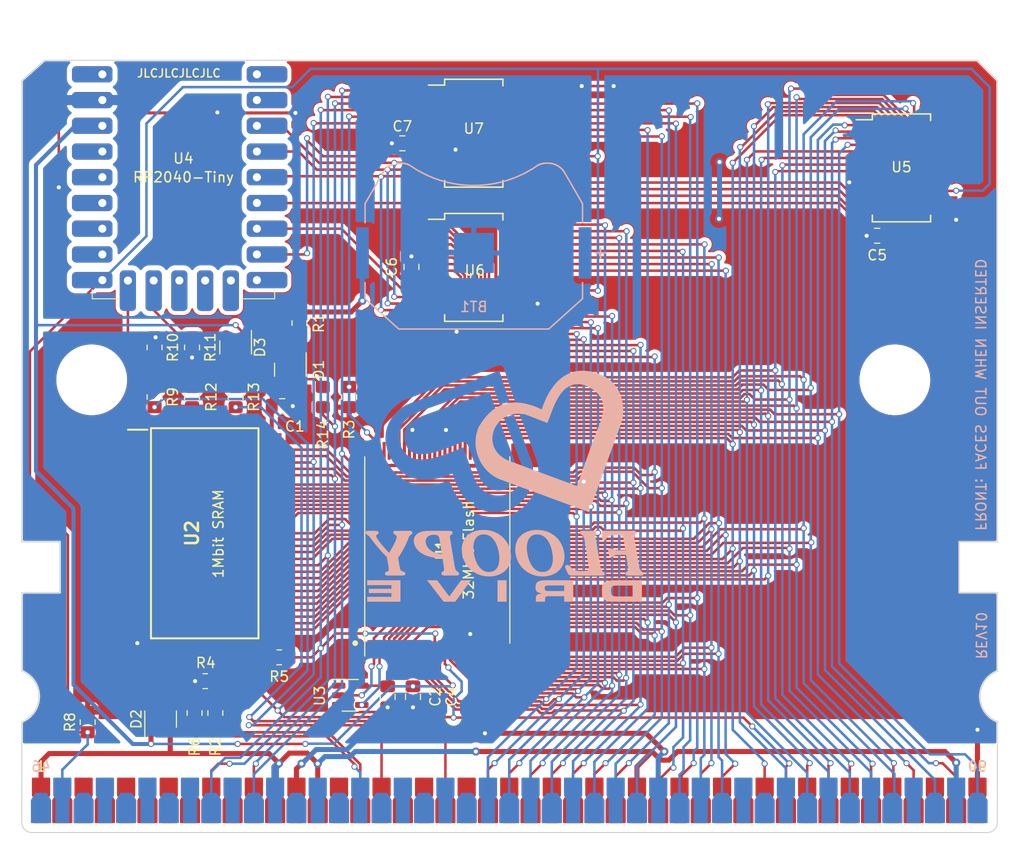
<source format=kicad_pcb>
(kicad_pcb (version 20241229) (generator "pcbnew") (generator_version "9.0")
  (title_block (title "Floopy Drive") (date "2024-01-30") (rev "10") (company "@partlyhuman"))
  (layers (0 "F.Cu" signal) (2 "B.Cu" signal) (13 "F.Paste" user) (15 "B.Paste" user) (5 "F.SilkS" user "F.Silkscreen") (7 "B.SilkS" user "B.Silkscreen") (1 "F.Mask" user) (3 "B.Mask" user) (25 "Edge.Cuts" user))
  (net 0 "")
  (net 1 "/A18")
  (net 2 "/A17")
  (net 3 "/A7")
  (net 4 "/A6")
  (net 5 "/A5")
  (net 6 "/A4")
  (net 7 "/A3")
  (net 8 "/A2")
  (net 9 "/A1")
  (net 10 "/A0")
  (net 11 "/OE")
  (net 12 "/A16")
  (net 13 "/A15")
  (net 14 "/RAMWE")
  (net 15 "/ROMCE")
  (net 16 "GND")
  (net 17 "/SPI_CLK")
  (net 18 "/SPI_TX")
  (net 19 "/SPI_RX")
  (net 20 "/A14")
  (net 21 "/A13")
  (net 26 "/A12")
  (net 29 "/A11")
  (net 30 "/A10")
  (net 34 "/A9")
  (net 35 "/A8")
  (net 36 "/A19")
  (net 37 "/D0")
  (net 38 "/D8")
  (net 39 "/D1")
  (net 40 "/D9")
  (net 41 "/D2")
  (net 42 "/D10")
  (net 43 "/D3")
  (net 44 "/D11")
  (net 45 "/D4")
  (net 46 "/D12")
  (net 47 "/D5")
  (net 48 "/D13")
  (net 49 "/D6")
  (net 50 "/D14")
  (net 51 "/D7")
  (net 52 "/D15")
  (net 53 "/F16")
  (net 54 "/F61")
  (net 55 "VCC")
  (net 56 "+BATT")
  (net 61 "/RAMCE")
  (net 67 "/ROMWE")
  (net 68 "/A21")
  (net 69 "/A20")
  (net 71 "/~{A21}")
  (net 72 "/~{INSERTED}")
  (net 77 "/RESET")
  (net 81 "/TX_D0")
  (net 82 "/RX_D0")
  (net 88 "+3V3")
  (net 89 "Net-(D1-Pad1)")
  (net 101 "/UART0_RX")
  (net 102 "/UART0_TX")
  (net 107 "/MCPD_CS")
  (net 108 "/MCPA0_CS")
  (net 109 "/MCPA1_CS")
  (net 110 "VMEM")
  (net 128 "Net-(D3-D)")
  (net 129 "+5V")
  (footprint "Resistor_SMD:R_0805_2012Metric_Pad1.20x1.40mm_HandSolder" (layer "F.Cu") (at 118.9 92.2 90)
    (property "Reference" "R12")
    (property "Value" "10K")
  )
  (footprint "Capacitor_SMD:C_0805_2012Metric_Pad1.18x1.45mm_HandSolder" (layer "F.Cu") (at 140.55 79.35 -90)
    (property "Reference" "C6")
    (property "Value" "0.1u")
  )
  (footprint "Resistor_SMD:R_0805_2012Metric_Pad1.20x1.40mm_HandSolder" (layer "F.Cu") (at 118.9 87.3 90)
    (property "Reference" "R11")
    (property "Value" "100K")
  )
  (footprint "Resistor_SMD:R_0805_2012Metric_Pad1.20x1.40mm_HandSolder" (layer "F.Cu") (at 129.5 84.9 90)
    (property "Reference" "R1")
    (property "Value" "1K2")
  )
  (footprint "Package_SO:SSOP-28_5.3x10.2mm_P0.65mm" (layer "F.Cu") (at 146.7 66.15)
    (property "Reference" "U7")
    (property "Value" "MCP23S17T-E/SS")
  )
  (footprint "Package_TO_SOT_SMD:SOT-23-3" (layer "F.Cu") (at 115.8 124 90)
    (property "Reference" "D2")
    (property "Value" "PMEG4005CT,215")
  )
  (footprint "Resistor_SMD:R_0805_2012Metric_Pad1.20x1.40mm_HandSolder" (layer "F.Cu") (at 119.15 123.4 90)
    (property "Reference" "R6")
    (property "Value" "1K")
  )
  (footprint "LOOPY_SRAM:SOIC127P1410X300-32N" (layer "F.Cu") (at 120.15 105.65)
    (property "Reference" "U2")
    (property "Value" "AS6C1008-55SIN")
  )
  (footprint "Capacitor_SMD:C_0805_2012Metric_Pad1.18x1.45mm_HandSolder" (layer "F.Cu") (at 140.7 121.8 -90)
    (property "Reference" "C4")
    (property "Value" "0.1u")
  )
  (footprint "Resistor_SMD:R_0805_2012Metric_Pad1.20x1.40mm_HandSolder" (layer "F.Cu") (at 108.6 124.3 -90)
    (property "Reference" "R8")
    (property "Value" "100K")
  )
  (footprint "Package_TO_SOT_SMD:SOT-23-5" (layer "F.Cu") (at 134.5125 121.65)
    (property "Reference" "U3")
    (property "Value" "SN74LVC1G04")
  )
  (footprint "Capacitor_SMD:C_0805_2012Metric_Pad1.18x1.45mm_HandSolder" (layer "F.Cu") (at 138.2 121.8 -90)
    (property "Reference" "C2")
    (property "Value" "0.1u")
  )
  (footprint "Package_SO:SSOP-28_5.3x10.2mm_P0.65mm" (layer "F.Cu") (at 146.7 79.4)
    (property "Reference" "U6")
    (property "Value" "MCP23S17T-E/SS")
  )
  (footprint "Resistor_SMD:R_0805_2012Metric_Pad1.20x1.40mm_HandSolder" (layer "F.Cu") (at 115.2 87.3 90)
    (property "Reference" "R10")
    (property "Value" "2K2")
  )
  (footprint "Resistor_SMD:R_0805_2012Metric_Pad1.20x1.40mm_HandSolder" (layer "F.Cu") (at 120.2 120.25 180)
    (property "Reference" "R4")
    (property "Value" "100K")
  )
  (footprint "Resistor_SMD:R_0805_2012Metric_Pad1.20x1.40mm_HandSolder" (layer "F.Cu") (at 127.5 117.9)
    (property "Reference" "R5")
    (property "Value" "100K")
  )
  (footprint "Resistor_SMD:R_0805_2012Metric_Pad1.20x1.40mm_HandSolder" (layer "F.Cu") (at 123.2 92.2 -90)
    (property "Reference" "R13")
    (property "Value" "1K")
  )
  (footprint "Resistor_SMD:R_0805_2012Metric_Pad1.20x1.40mm_HandSolder" (layer "F.Cu") (at 115.2 92.2 -90)
    (property "Reference" "R9")
    (property "Value" "1K")
  )
  (footprint "Capacitor_SMD:C_0805_2012Metric_Pad1.18x1.45mm_HandSolder" (layer "F.Cu") (at 127.8 93.1 180)
    (property "Reference" "C1")
    (property "Value" "1u")
  )
  (footprint "LOOPY_PI:RP2040-Tiny" (layer "F.Cu") (at 118.05 70.5 -90)
    (property "Reference" "U4")
    (property "Value" "RP2040-Tiny")
  )
  (footprint "MountingHole:MountingHole_5mm" (layer "F.Cu") (at 109 90.5)
    (property "Reference" "H1" (hide yes))
    (property "Value" "MountingHole_5mm" (hide yes))
  )
  (footprint "Resistor_SMD:R_0805_2012Metric_Pad1.20x1.40mm_HandSolder" (layer "F.Cu") (at 134.4 92.2 90)
    (property "Reference" "R3")
    (property "Value" "100K")
  )
  (footprint "Resistor_SMD:R_0805_2012Metric_Pad1.20x1.40mm_HandSolder" (layer "F.Cu") (at 131.8 92.2 -90)
    (property "Reference" "R14")
    (property "Value" "100K")
  )
  (footprint "LOOPY_Flash:TSOP-I-56_18.4x14mm_P0.5mm-HandSolder" (layer "F.Cu") (at 143.1 107.3 90)
    (property "Reference" "U1")
    (property "Value" "LH28F320SKTD-L70")
  )
  (footprint "LOOPY_Cart:LOOPY_Cart_Edge" (layer "F.Cu") (at 150.2 130.975)
    (property "Reference" "J1" (hide yes))
    (property "Value" "~" (hide yes))
  )
  (footprint "Resistor_SMD:R_0805_2012Metric_Pad1.20x1.40mm_HandSolder" (layer "F.Cu") (at 121.2 123.4 90)
    (property "Reference" "R2")
    (property "Value" "1K")
  )
  (footprint "Package_SO:SSOP-28_5.3x10.2mm_P0.65mm" (layer "F.Cu") (at 188.9 69.575)
    (property "Reference" "U5")
    (property "Value" "MCP23S17T-E/SS")
  )
  (footprint "Capacitor_SMD:C_0805_2012Metric_Pad1.18x1.45mm_HandSolder" (layer "F.Cu") (at 186.5 76.275)
    (property "Reference" "C5")
    (property "Value" "0.1u")
  )
  (footprint "Package_TO_SOT_SMD:SOT-23" (layer "F.Cu") (at 123.2 87.3 -90)
    (property "Reference" "D3")
    (property "Value" "BSS138")
  )
  (footprint "MountingHole:MountingHole_5mm" (layer "F.Cu") (at 188.25 90.5)
    (property "Reference" "H2" (hide yes))
    (property "Value" "MountingHole_5mm" (hide yes))
  )
  (footprint "Capacitor_SMD:C_0805_2012Metric_Pad1.18x1.45mm_HandSolder" (layer "F.Cu") (at 139.65 67.15)
    (property "Reference" "C7")
    (property "Value" "0.1u")
  )
  (footprint "Package_TO_SOT_SMD:SOT-23" (layer "F.Cu") (at 128.6 89.5 -90)
    (property "Reference" "D1")
    (property "Value" "BAT54C")
  )
  (footprint "LOOPY_Cart:Keystone-3034TR-MFG" (layer "B.Cu") (at 146.7 77.3 180)
    (property "Reference" "BT1")
    (property "Value" "CR2032")
  )
  (gr_poly (pts (xy 148.063647 90.035806) (xy 146.861112 90.486759) (xy 144.407859 91.368688) (xy 142.055016 92.208866) (xy 140.977993 92.60763) (xy 140.000166 92.989156) (xy 139.777872 93.131003) (xy 139.569201 93.278892) (xy 139.37403 93.432525) (xy 139.192237 93.591604) (xy 139.0237 93.755833) (xy 138.868298 93.924914) (xy 138.725908 94.098549) (xy 138.596408 94.276441) (xy 138.479677 94.458293) (xy 138.375592 94.643806) (xy 138.284031 94.832685) (xy 138.204873 95.024631) (xy 138.137996 95.219347) (xy 138.083276 95.416536) (xy 138.040593 95.6159) (xy 138.009825 95.817141) (xy 137.990849 96.019963) (xy 137.983544 96.224068) (xy 137.987787 96.429158) (xy 138.003456 96.634937) (xy 138.03043 96.841106) (xy 138.068587 97.047369) (xy 138.117804 97.253428) (xy 138.177959 97.458985) (xy 138.248931 97.663743) (xy 138.330598 97.867405) (xy 138.422837 98.069673) (xy 138.525527 98.270251) (xy 138.638546 98.468839) (xy 138.761771 98.665142) (xy 138.895081 98.858862) (xy 139.038353 99.049701) (xy 139.226727 99.271935) (xy 139.423764 99.470058) (xy 139.628502 99.645188) (xy 139.839983 99.798445) (xy 140.057244 99.930946) (xy 140.279327 100.04381) (xy 140.505271 100.138156) (xy 140.734115 100.215102) (xy 140.9649 100.275767) (xy 141.196665 100.321269) (xy 141.428451 100.352727) (xy 141.659296 100.371259) (xy 142.114324 100.374019) (xy 142.55407 100.338499) (xy 142.970849 100.273646) (xy 143.356982 100.188408) (xy 143.704785 100.091734) (xy 144.006578 99.992571) (xy 144.441402 99.822573) (xy 144.6 99.75) (xy 144.694792 100.056465) (xy 144.79533 100.348387) (xy 144.901514 100.62598) (xy 145.013244 100.88946) (xy 145.13042 101.139042) (xy 145.252943 101.37494) (xy 145.380713 101.59737) (xy 145.513631 101.806548) (xy 145.651596 102.002687) (xy 145.794509 102.186004) (xy 145.94227 102.356714) (xy 146.094779 102.515031) (xy 146.251937 102.66117) (xy 146.413645 102.795348) (xy 146.579802 102.917778) (xy 146.750308 103.028676) (xy 146.925064 103.128258) (xy 147.103971 103.216738) (xy 147.286928 103.294331) (xy 147.473836 103.361253) (xy 147.664596 103.417718) (xy 147.859106 103.463942) (xy 148.057269 103.500141) (xy 148.258983 103.526528) (xy 148.46415 103.543319) (xy 148.67267 103.55073) (xy 148.884442 103.548974) (xy 149.099368 103.538269) (xy 149.53828 103.490867) (xy 149.988609 103.410244) (xy 150.193094 103.332571) (xy 150.389412 103.245595) (xy 150.577532 103.149722) (xy 150.757421 103.045361) (xy 150.929048 102.932919) (xy 151.092383 102.812802) (xy 151.247392 102.685419) (xy 151.394045 102.551176) (xy 151.532309 102.410481) (xy 151.662154 102.26374) (xy 151.783547 102.111362) (xy 151.896457 101.953754) (xy 152.000853 101.791322) (xy 152.096703 101.624474) (xy 152.183974 101.453617) (xy 152.262637 101.279159) (xy 152.332658 101.101506) (xy 152.394007 100.921067) (xy 152.446651 100.738248) (xy 152.49056 100.553456) (xy 152.525701 100.3671) (xy 152.552043 100.179585) (xy 152.569554 99.99132) (xy 152.578203 99.802711) (xy 152.577959 99.614166) (xy 152.568788 99.426092) (xy 152.550661 99.238897) (xy 152.523545 99.052988) (xy 152.487409 98.868771) (xy 152.442221 98.686654) (xy 152.387949 98.507045) (xy 152.324562 98.330351) (xy 152.046926 97.587355) (xy 151.733602 96.720653) (xy 151.400057 95.804381) (xy 151.230535 95.350824) (xy 151.061759 94.912675) (xy 151.020402 94.810532) (xy 150.976447 94.7067) (xy 150.881869 94.487966) (xy 150.831805 94.370063) (xy 150.780265 94.244467) (xy 150.72753 94.109679) (xy 150.67388 93.964197) (xy 150.605674 93.975643) (xy 150.538343 93.98873) (xy 150.4719 94.003429) (xy 150.406356 94.01971) (xy 150.341724 94.037545) (xy 150.278015 94.056906) (xy 150.215243 94.077763) (xy 150.153418 94.100087) (xy 150.092553 94.12385) (xy 150.03266 94.149023) (xy 149.973751 94.175577) (xy 149.915839 94.203483) (xy 149.858934 94.232713) (xy 149.803051 94.263237) (xy 149.748199 94.295026) (xy 149.694392 94.328053) (xy 151.347192 98.743101) (xy 151.417471 99.016902) (xy 151.46163 99.281547) (xy 151.480933 99.536554) (xy 151.476643 99.781443) (xy 151.450025 100.015733) (xy 151.402341 100.238944) (xy 151.334857 100.450595) (xy 151.248834 100.650205) (xy 151.145538 100.837293) (xy 151.026232 101.01138) (xy 150.892179 101.171984) (xy 150.744644 101.318624) (xy 150.58489 101.45082) (xy 150.414181 101.568092) (xy 150.233781 101.669958) (xy 150.044952 101.755938) (xy 149.84896 101.825552) (xy 149.647068 101.878317) (xy 149.440539 101.913755) (xy 149.230638 101.931384) (xy 149.018628 101.930724) (xy 148.805772 101.911293) (xy 148.593335 101.872612) (xy 148.38258 101.814199) (xy 148.174772 101.735575) (xy 147.971173 101.636257) (xy 147.773047 101.515766) (xy 147.581659 101.373621) (xy 147.398272 101.209341) (xy 147.22415 101.022446) (xy 147.060556 100.812454) (xy 146.908754 100.578886) (xy 146.79712 100.302625) (xy 146.65217 99.915263) (xy 146.303333 98.943536) (xy 145.944257 97.936309) (xy 145.786509 97.504572) (xy 145.656956 97.166185) (xy 144.160458 97.751826) (xy 143.720324 97.910783) (xy 143.267232 98.057883) (xy 142.807906 98.18469) (xy 142.349069 98.282766) (xy 141.897444 98.343674) (xy 141.676437 98.357553) (xy 141.459754 98.358975) (xy 141.248236 98.346887) (xy 141.042722 98.320233) (xy 140.844055 98.277959) (xy 140.653072 98.21901) (xy 140.470616 98.142331) (xy 140.297527 98.046869) (xy 140.134644 97.931567) (xy 139.982809 97.795371) (xy 139.842862 97.637227) (xy 139.715642 97.45608) (xy 139.601991 97.250876) (xy 139.50275 97.020559) (xy 139.442957 96.767012) (xy 139.399988 96.526443) (xy 139.373248 96.298387) (xy 139.362146 96.082378) (xy 139.36609 95.877952) (xy 139.384485 95.684642) (xy 139.416741 95.501984) (xy 139.462264 95.329512) (xy 139.520461 95.166761) (xy 139.590741 95.013266) (xy 139.672511 94.86856) (xy 139.765177 94.732179) (xy 139.868148 94.603658) (xy 139.98083 94.482531) (xy 140.102632 94.368333) (xy 140.23296 94.260598) (xy 140.371223 94.158861) (xy 140.516827 94.062656) (xy 140.66918 93.97152) (xy 140.827689 93.884985) (xy 141.160807 93.72386) (xy 141.511438 93.57556) (xy 141.874844 93.436361) (xy 142.246282 93.302541) (xy 142.994296 93.036145) (xy 148.574782 91.030816) (xy 149.242168 92.982488) (xy 149.359822 92.931278) (xy 149.47976 92.884379) (xy 149.602015 92.841862) (xy 149.72662 92.803802) (xy 149.853605 92.77027) (xy 149.983004 92.741342) (xy 150.114849 92.717089) (xy 150.249171 92.697585) (xy 149.863075 91.559008) (xy 149.533314 90.560161) (xy 149.21719 89.581216)) (fill yes) (layer "B.Cu"))
  (gr_poly (pts (xy 149.04066 112.406289) (xy 149.936539 112.406289) (xy 149.936539 110.288565) (xy 149.04066 110.288565)) (fill yes) (layer "B.SilkS"))
  (gr_poly (pts (xy 136.288865 105.408908) (xy 136.264937 105.409378) (xy 136.240514 105.410431) (xy 136.215914 105.412287) (xy 136.191455 105.415168) (xy 136.179377 105.417061) (xy 136.167454 105.419294) (xy 136.155725 105.421892) (xy 136.14423 105.424885) (xy 136.133009 105.4283) (xy 136.122101 105.432164) (xy 136.111546 105.436505) (xy 136.101384 105.44135) (xy 136.091655 105.446727) (xy 136.082398 105.452664) (xy 136.073653 105.459189) (xy 136.06546 105.466328) (xy 136.057859 105.474109) (xy 136.05089 105.482561) (xy 136.044591 105.49171) (xy 136.039003 105.501584) (xy 136.034166 105.512212) (xy 136.030119 105.523619) (xy 136.026902 105.535835) (xy 136.024555 105.548886) (xy 136.023118 105.562801) (xy 136.02263 105.577606) (xy 136.023396 105.595306) (xy 136.025647 105.612244) (xy 136.029315 105.628474) (xy 136.034333 105.644046) (xy 136.04063 105.659013) (xy 136.04814 105.673427) (xy 136.056793 105.687339) (xy 136.066521 105.700801) (xy 136.077257 105.713866) (xy 136.08893 105.726585) (xy 136.114818 105.751194) (xy 136.143639 105.775042) (xy 136.174845 105.798546) (xy 136.242225 105.846182) (xy 136.277303 105.871144) (xy 136.312578 105.897423) (xy 136.347502 105.925434) (xy 136.381527 105.955592) (xy 136.414107 105.988312) (xy 136.429684 106.005763) (xy 136.444694 106.024011) (xy 136.65323 106.305103) (xy 136.80099 106.502027) (xy 136.982843 106.734934) (xy 137.202612 107.002622) (xy 137.464121 107.303889) (xy 137.771194 107.637534) (xy 137.943012 107.816122) (xy 138.127655 108.002354) (xy 138.217011 108.528661) (xy 138.248541 108.716798) (xy 138.272435 108.865571) (xy 138.289543 108.982966) (xy 138.295817 109.032392) (xy 138.300713 109.076968) (xy 138.304336 109.117693) (xy 138.306792 109.155565) (xy 138.308188 109.191581) (xy 138.30863 109.226741) (xy 138.307557 109.252151) (xy 138.30443 109.275333) (xy 138.299385 109.296425) (xy 138.292559 109.315568) (xy 138.28409 109.332899) (xy 138.274114 109.348558) (xy 138.262769 109.362685) (xy 138.25019 109.375419) (xy 138.236516 109.386898) (xy 138.221883 109.397261) (xy 138.206429 109.406649) (xy 138.190289 109.4152) (xy 138.156504 109.430348) (xy 138.121622 109.443818) (xy 138.086741 109.456724) (xy 138.052955 109.470179) (xy 138.036816 109.47746) (xy 138.021361 109.485296) (xy 138.006728 109.493826) (xy 137.993054 109.503188) (xy 137.980476 109.513524) (xy 137.969131 109.52497) (xy 137.959155 109.537667) (xy 137.950685 109.551753) (xy 137.94386 109.567369) (xy 137.938815 109.584652) (xy 137.935687 109.603743) (xy 137.934614 109.62478) (xy 137.935016 109.63915) (xy 137.936204 109.652863) (xy 137.938149 109.66593) (xy 137.940824 109.678365) (xy 137.944201 109.690182) (xy 137.948254 109.701393) (xy 137.952954 109.712013) (xy 137.958273 109.722053) (xy 137.964185 109.731528) (xy 137.970661 109.740451) (xy 137.977673 109.748835) (xy 137.985195 109.756693) (xy 137.993199 109.764039) (xy 138.001657 109.770885) (xy 138.01054 109.777245) (xy 138.019823 109.783132) (xy 138.029477 109.78856) (xy 138.039474 109.793542) (xy 138.060389 109.80222) (xy 138.082347 109.809271) (xy 138.105126 109.814803) (xy 138.128507 109.818921) (xy 138.152267 109.821731) (xy 138.176187 109.82334) (xy 138.200044 109.823852) (xy 139.641495 109.823852) (xy 139.661484 109.823624) (xy 139.680738 109.822946) (xy 139.699263 109.821829) (xy 139.717066 109.820282) (xy 139.734152 109.818315) (xy 139.75053 109.815939) (xy 139.766205 109.813162) (xy 139.781184 109.809996) (xy 139.795474 109.80645) (xy 139.809082 109.802533) (xy 139.822013 109.798257) (xy 139.834275 109.79363) (xy 139.845874 109.788663) (xy 139.856817 109.783366) (xy 139.867111 109.777749) (xy 139.876762 109.771821) (xy 139.885776 109.765593) (xy 139.894161 109.759074) (xy 139.901923 109.752275) (xy 139.909068 109.745205) (xy 139.915604 109.737874) (xy 139.921537 109.730293) (xy 139.926873 109.72247) (xy 139.93162 109.714417) (xy 139.935783 109.706143) (xy 139.939369 109.697659) (xy 139.942386 109.688973) (xy 139.944839 109.680096) (xy 139.946736 109.671037) (xy 139.948082 109.661808) (xy 139.948885 109.652417) (xy 139.949152 109.642875) (xy 139.948076 109.623141) (xy 139.944932 109.604616) (xy 139.939839 109.587235) (xy 139.93292 109.570934) (xy 139.924296 109.55565) (xy 139.914089 109.541317) (xy 139.902419 109.527873) (xy 139.889409 109.515253) (xy 139.875179 109.503393) (xy 139.859852 109.49223) (xy 139.843549 109.481698) (xy 139.826391 109.471734) (xy 139.789997 109.453254) (xy 139.751641 109.436277) (xy 139.672932 109.404785) (xy 139.634522 109.389243) (xy 139.598037 109.373156) (xy 139.56445 109.35601) (xy 139.549046 109.346881) (xy 139.534732 109.337294) (xy 139.521627 109.327186) (xy 139.509854 109.316494) (xy 139.499534 109.305152) (xy 139.490788 109.293098) (xy 139.467035 109.249138) (xy 139.444413 109.192526) (xy 139.421226 109.114001) (xy 139.395776 109.004304) (xy 139.366368 108.854176) (xy 139.331304 108.654356) (xy 139.237424 108.068605) (xy 139.396814 107.830389) (xy 139.549072 107.586666) (xy 139.693841 107.338141) (xy 139.830766 107.085519) (xy 139.95949 106.829503) (xy 140.079658 106.570798) (xy 140.190913 106.31011) (xy 140.2929 106.048141) (xy 140.303988 106.019844) (xy 140.315718 105.993688) (xy 140.328024 105.969554) (xy 140.340842 105.947321) (xy 140.354106 105.926868) (xy 140.367751 105.908076) (xy 140.381712 105.890823) (xy 140.395923 105.87499) (xy 140.410321 105.860456) (xy 140.424838 105.8471) (xy 140.439411 105.834803) (xy 140.453975 105.823443) (xy 140.468462 105.812901) (xy 140.48281 105.803055) (xy 140.510824 105.784974) (xy 140.537495 105.768236) (xy 140.562301 105.751878) (xy 140.573842 105.74354) (xy 140.584721 105.734936) (xy 140.594873 105.725946) (xy 140.604234 105.716449) (xy 140.612737 105.706324) (xy 140.620318 105.695451) (xy 140.626912 105.68371) (xy 140.632452 105.670981) (xy 140.636875 105.657143) (xy 140.640115 105.642075) (xy 140.642107 105.625657) (xy 140.642786 105.607769) (xy 140.641923 105.587658) (xy 140.639274 105.568074) (xy 140.634753 105.549125) (xy 140.62827 105.530915) (xy 140.624265 105.522121) (xy 140.619737 105.513552) (xy 140.614674 105.505222) (xy 140.609065 105.497142) (xy 140.6029 105.489328) (xy 140.596167 105.481791) (xy 140.588855 105.474546) (xy 140.580953 105.467605) (xy 140.57245 105.460982) (xy 140.563335 105.45469) (xy 140.553598 105.448742) (xy 140.543226 105.443152) (xy 140.532209 105.437933) (xy 140.520537 105.433099) (xy 140.508196 105.428661) (xy 140.495178 105.424635) (xy 140.481471 105.421032) (xy 140.467063 105.417867) (xy 140.451944 105.415152) (xy 140.436102 105.412901) (xy 140.419527 105.411127) (xy 140.402208 105.409844) (xy 140.365291 105.408801) (xy 140.365289 105.408804) (xy 139.026073 105.408804) (xy 139.006187 105.408981) (xy 138.987236 105.409509) (xy 138.969199 105.41039) (xy 138.952057 105.41162) (xy 138.93579 105.413199) (xy 138.920378 105.415126) (xy 138.9058 105.4174) (xy 138.892039 105.420019) (xy 138.879072 105.422983) (xy 138.866881 105.42629) (xy 138.855445 105.429939) (xy 138.844745 105.43393) (xy 138.834761 105.43826) (xy 138.825472 105.442929) (xy 138.81686 105.447936) (xy 138.808903 105.45328) (xy 138.801583 105.458959) (xy 138.79488 105.464972) (xy 138.788772 105.471319) (xy 138.783242 105.477998) (xy 138.778268 105.485008) (xy 138.773831 105.492347) (xy 138.769911 105.500016) (xy 138.766488 105.508012) (xy 138.763542 105.516334) (xy 138.761053 105.524982) (xy 138.759002 105.533954) (xy 138.757368 105.54325) (xy 138.756132 105.552867) (xy 138.755274 105.562805) (xy 138.754611 105.583639) (xy 138.75558 105.602759) (xy 138.758405 105.620591) (xy 138.762962 105.637226) (xy 138.769127 105.652754) (xy 138.776776 105.667266) (xy 138.785787 105.680852) (xy 138.796034 105.693603) (xy 138.807395 105.705609) (xy 138.819746 105.716962) (xy 138.832963 105.727751) (xy 138.861499 105.748002) (xy 138.892015 105.767086) (xy 138.923521 105.785729) (xy 138.955026 105.804654) (xy 138.985542 105.824586) (xy 139.00012 105.835157) (xy 139.014078 105.846251) (xy 139.027295 105.857959) (xy 139.039646 105.870372) (xy 139.051007 105.88358) (xy 139.061254 105.897675) (xy 139.070265 105.912745) (xy 139.077914 105.928883) (xy 139.084079 105.946178) (xy 139.088636 105.964722) (xy 139.091461 105.984604) (xy 139.09243 106.005916) (xy 139.090832 106.037165) (xy 139.08615 106.07196) (xy 139.068206 106.151233) (xy 139.03994 106.241834) (xy 139.002697 106.341865) (xy 138.957819 106.449424) (xy 138.906648 106.562612) (xy 138.790806 106.798275) (xy 138.665915 107.033656) (xy 138.54272 107.253556) (xy 138.431967 107.442774) (xy 138.344401 107.586113) (xy 138.218701 107.453767) (xy 138.041191 107.260059) (xy 137.833004 107.025067) (xy 137.615276 106.768867) (xy 137.509439 106.639088) (xy 137.409142 106.511536) (xy 137.317028 106.38872) (xy 137.235737 106.273151) (xy 137.167912 106.167337) (xy 137.116195 106.073788) (xy 137.097202 106.032397) (xy 137.083227 105.995014) (xy 137.0746 105.961952) (xy 137.071651 105.933525) (xy 137.072343 105.916599) (xy 137.074359 105.900838) (xy 137.077613 105.886168) (xy 137.082014 105.872516) (xy 137.087476 105.85981) (xy 137.093909 105.847976) (xy 137.101226 105.836943) (xy 137.109337 105.826636) (xy 137.118155 105.816983) (xy 137.127591 105.807911) (xy 137.137558 105.799347) (xy 137.147965 105.791218) (xy 137.169753 105.775975) (xy 137.192247 105.761598) (xy 137.214741 105.747503) (xy 137.236528 105.733108) (xy 137.246936 105.725616) (xy 137.256903 105.71783) (xy 137.266339 105.709677) (xy 137.275157 105.701084) (xy 137.283268 105.691979) (xy 137.290585 105.682289) (xy 137.297018 105.67194) (xy 137.30248 105.66086) (xy 137.306881 105.648976) (xy 137.310135 105.636215) (xy 137.312151 105.622503) (xy 137.312843 105.607769) (xy 137.312285 105.590224) (xy 137.31064 105.57374) (xy 137.30795 105.558285) (xy 137.304259 105.543827) (xy 137.29961 105.53033) (xy 137.294045 105.517763) (xy 137.287608 105.506093) (xy 137.280343 105.495286) (xy 137.272291 105.485309) (xy 137.263497 105.476129) (xy 137.254002 105.467714) (xy 137.243851 105.460029) (xy 137.233086 105.453041) (xy 137.22175 105.446719) (xy 137.209887 105.441027) (xy 137.197539 105.435935) (xy 137.171561 105.427411) (xy 137.144162 105.420884) (xy 137.115686 105.416088) (xy 137.086477 105.412758) (xy 137.05688 105.41063) (xy 137.027239 105.409437) (xy 136.969203 105.408801) (xy 136.31198 105.408801)) (fill yes) (layer "B.SilkS"))
  (gr_poly (pts (xy 136.180431 110.771165) (xy 138.56803 110.771165) (xy 138.56803 111.133114) (xy 136.339287 111.133114) (xy 136.339287 111.552215) (xy 138.568031 111.552215) (xy 138.568031 111.926864) (xy 136.180431 111.926864) (xy 136.180431 112.406289) (xy 139.463908 112.406289) (xy 139.463908 110.288565) (xy 136.180431 110.288565)) (fill yes) (layer "B.SilkS"))
  (gr_poly (pts (xy 147.530648 105.320375) (xy 147.422008 105.326533) (xy 147.315012 105.336758) (xy 147.209789 105.351015) (xy 147.10647 105.369272) (xy 147.005185 105.391496) (xy 146.906063 105.417654) (xy 146.809236 105.447714) (xy 146.714833 105.481643) (xy 146.622984 105.519408) (xy 146.533819 105.560976) (xy 146.447468 105.606314) (xy 146.364061 105.65539) (xy 146.283729 105.70817) (xy 146.206602 105.764622) (xy 146.132809 105.824714) (xy 146.06248 105.888412) (xy 145.995747 105.955683) (xy 145.932737 106.026495) (xy 145.873583 106.100815) (xy 145.818414 106.17861) (xy 145.767359 106.259847) (xy 145.72055 106.344493) (xy 145.678116 106.432516) (xy 145.640186 106.523883) (xy 145.606892 106.618562) (xy 145.578364 106.716518) (xy 145.554731 106.817719) (xy 145.536123 106.922134) (xy 145.52267 107.029728) (xy 145.514503 107.140469) (xy 145.511752 107.254324) (xy 145.515205 107.394661) (xy 145.52546 107.532763) (xy 145.542358 107.668484) (xy 145.565743 107.801679) (xy 145.595456 107.932201) (xy 145.63134 108.059906) (xy 145.673237 108.184648) (xy 145.72099 108.30628) (xy 145.774441 108.424659) (xy 145.833432 108.539637) (xy 145.897807 108.65107) (xy 145.967406 108.758812) (xy 146.042074 108.862717) (xy 146.121651 108.96264) (xy 146.205981 109.058435) (xy 146.294906 109.149957) (xy 146.388268 109.23706) (xy 146.485909 109.319598) (xy 146.587673 109.397426) (xy 146.693401 109.470399) (xy 146.802936 109.53837) (xy 146.91612 109.601195) (xy 147.032796 109.658727) (xy 147.152806 109.710821) (xy 147.275992 109.757331) (xy 147.402197 109.798113) (xy 147.531263 109.83302) (xy 147.663033 109.861906) (xy 147.797348 109.884627) (xy 147.934053 109.901036) (xy 148.072987 109.910989) (xy 148.213995 109.914338) (xy 148.324766 109.91226) (xy 148.434122 109.906048) (xy 148.541924 109.895734) (xy 148.648036 109.881351) (xy 148.752319 109.862933) (xy 148.854636 109.840512) (xy 148.954848 109.814121) (xy 149.052819 109.783793) (xy 149.148409 109.749561) (xy 149.241482 109.711457) (xy 149.331899 109.669514) (xy 149.419523 109.623766) (xy 149.504217 109.574246) (xy 149.585841 109.520985) (xy 149.664258 109.464017) (xy 149.739331 109.403375) (xy 149.810922 109.339092) (xy 149.878893 109.2712) (xy 149.943106 109.199733) (xy 150.003423 109.124723) (xy 150.059707 109.046203) (xy 150.111819 108.964206) (xy 150.159623 108.878765) (xy 150.202979 108.789912) (xy 150.241751 108.697682) (xy 150.2758 108.602105) (xy 150.304989 108.503216) (xy 150.32918 108.401048) (xy 150.348235 108.295632) (xy 150.362017 108.187002) (xy 150.364993 108.147241) (xy 149.221739 108.147241) (xy 149.218903 108.273458) (xy 149.210082 108.398064) (xy 149.194807 108.520158) (xy 149.172611 108.638839) (xy 149.158771 108.696618) (xy 149.143025 108.753205) (xy 149.125314 108.808489) (xy 149.105581 108.862355) (xy 149.083765 108.914693) (xy 149.05981 108.965388) (xy 149.033656 109.014328) (xy 149.005244 109.061402) (xy 148.974517 109.106495) (xy 148.941415 109.149495) (xy 148.90588 109.19029) (xy 148.867854 109.228768) (xy 148.827278 109.264814) (xy 148.784093 109.298317) (xy 148.738241 109.329164) (xy 148.689664 109.357242) (xy 148.638302 109.382439) (xy 148.584098 109.404642) (xy 148.526993 109.423738) (xy 148.466927 109.439615) (xy 148.403843 109.45216) (xy 148.337683 109.46126) (xy 148.268387 109.466802) (xy 148.195897 109.468675) (xy 148.195897 109.468676) (xy 148.090612 109.464151) (xy 147.98968 109.450854) (xy 147.893036 109.429207) (xy 147.800612 109.39963) (xy 147.712342 109.362546) (xy 147.628161 109.318374) (xy 147.548001 109.267535) (xy 147.471797 109.210451) (xy 147.399482 109.147543) (xy 147.33099 109.079231) (xy 147.266255 109.005936) (xy 147.20521 108.928079) (xy 147.147789 108.846081) (xy 147.093926 108.760363) (xy 146.996607 108.579452) (xy 146.912724 108.388711) (xy 146.841747 108.191509) (xy 146.783144 107.991213) (xy 146.736385 107.79119) (xy 146.70094 107.594808) (xy 146.676279 107.405434) (xy 146.661872 107.226436) (xy 146.657187 107.06118) (xy 146.660282 106.943205) (xy 146.669787 106.825284) (xy 146.686028 106.708458) (xy 146.709331 106.593772) (xy 146.723734 106.537557) (xy 146.740025 106.482267) (xy 146.758245 106.428034) (xy 146.778435 106.374987) (xy 146.800636 106.323257) (xy 146.824889 106.272975) (xy 146.851235 106.22427) (xy 146.879715 106.177273) (xy 146.910368 106.132114) (xy 146.943237 106.088924) (xy 146.978363 106.047833) (xy 147.015785 106.008972) (xy 147.055545 105.97247) (xy 147.097684 105.938458) (xy 147.142243 105.907067) (xy 147.189262 105.878427) (xy 147.238783 105.852668) (xy 147.290845 105.829921) (xy 147.345491 105.810315) (xy 147.402761 105.793982) (xy 147.462696 105.781052) (xy 147.525337 105.771654) (xy 147.590724 105.76592) (xy 147.658899 105.76398) (xy 147.770091 105.768608) (xy 147.876322 105.782194) (xy 147.977684 105.804295) (xy 148.074273 105.834463) (xy 148.166181 105.872255) (xy 148.253503 105.917224) (xy 148.336332 105.968927) (xy 148.414763 106.026916) (xy 148.48889 106.090748) (xy 148.558806 106.159976) (xy 148.624605 106.234156) (xy 148.686382 106.312843) (xy 148.744229 106.395591) (xy 148.798242 106.481954) (xy 148.895138 106.663748) (xy 148.97782 106.854663) (xy 149.047041 107.051136) (xy 149.103551 107.249606) (xy 149.148102 107.446511) (xy 149.181445 107.638289) (xy 149.204332 107.821378) (xy 149.217512 107.992216) (xy 149.221739 108.147241) (xy 150.364993 108.147241) (xy 150.370386 108.075191) (xy 150.373207 107.960232) (xy 150.3703 107.8364) (xy 150.361612 107.712814) (xy 150.347186 107.589715) (xy 150.327071 107.467346) (xy 150.301312 107.345948) (xy 150.269954 107.225762) (xy 150.233045 107.107031) (xy 150.19063 106.989996) (xy 150.142755 106.874899) (xy 150.089467 106.761981) (xy 150.030811 106.651484) (xy 149.966834 106.54365) (xy 149.897582 106.438721) (xy 149.8231 106.336937) (xy 149.743435 106.238541) (xy 149.658634 106.143775) (xy 149.568742 106.052879) (xy 149.473804 105.966097) (xy 149.373869 105.883668) (xy 149.26898 105.805836) (xy 149.159185 105.732842) (xy 149.04453 105.664927) (xy 148.925061 105.602333) (xy 148.800823 105.545302) (xy 148.671864 105.494076) (xy 148.538228 105.448895) (xy 148.399963 105.410003) (xy 148.257114 105.37764) (xy 148.109727 105.352047) (xy 147.957849 105.333468) (xy 147.801525 105.322143) (xy 147.640802 105.318315)) (fill yes) (layer "B.SilkS"))
  (gr_poly (pts (xy 144.287579 111.885591) (xy 143.082773 110.288566) (xy 142.0854 110.288566) (xy 143.727086 112.406291) (xy 144.870087 112.406291) (xy 146.423614 110.288566) (xy 145.443809 110.288566)) (fill yes) (layer "B.SilkS"))
  (gr_poly (pts (xy 157.055819 89.617914) (xy 156.789008 89.656297) (xy 156.534103 89.714848) (xy 156.290904 89.79206) (xy 156.059209 89.886425) (xy 155.838818 89.996438) (xy 155.62953 90.120591) (xy 155.431144 90.257379) (xy 155.24346 90.405293) (xy 155.066276 90.562827) (xy 154.899391 90.728476) (xy 154.742605 90.900731) (xy 154.595717 91.078086) (xy 154.458526 91.259035) (xy 154.330831 91.442071) (xy 154.103126 91.808376) (xy 153.910995 92.164948) (xy 153.752831 92.499734) (xy 153.627028 92.800678) (xy 153.466075 93.252831) (xy 153.41528 93.424977) (xy 153.123445 93.292705) (xy 152.83906 93.175265) (xy 152.562007 93.072381) (xy 152.292163 92.983776) (xy 152.029407 92.909175) (xy 151.773619 92.848303) (xy 151.524678 92.800883) (xy 151.282461 92.766639) (xy 151.046849 92.745296) (xy 150.817721 92.736579) (xy 150.594954 92.74021) (xy 150.378428 92.755915) (xy 150.168022 92.783417) (xy 149.963615 92.822441) (xy 149.765086 92.87271) (xy 149.572314 92.93395) (xy 149.385177 93.005884) (xy 149.203554 93.088236) (xy 149.027325 93.180731) (xy 148.856369 93.283093) (xy 148.690564 93.395046) (xy 148.529789 93.516314) (xy 148.222846 93.785692) (xy 147.93457 94.089021) (xy 147.663994 94.424094) (xy 147.410149 94.788704) (xy 147.172066 95.180646) (xy 147.094125 95.385269) (xy 147.028265 95.590304) (xy 146.974221 95.795434) (xy 146.93173 96.000343) (xy 146.900529 96.204714) (xy 146.880354 96.408232) (xy 146.870941 96.610578) (xy 146.872027 96.811437) (xy 146.883348 97.010491) (xy 146.904642 97.207425) (xy 146.935644 97.401922) (xy 146.976091 97.593665) (xy 147.025719 97.782337) (xy 147.084266 97.967623) (xy 147.151467 98.149205) (xy 147.227059 98.326766) (xy 147.310779 98.499991) (xy 147.402363 98.668563) (xy 147.501548 98.832164) (xy 147.608069 98.990479) (xy 147.721664 99.143191) (xy 147.84207 99.289983) (xy 147.969022 99.430539) (xy 148.102257 99.564542) (xy 148.241511 99.691675) (xy 148.386522 99.811623) (xy 148.537026 99.924067) (xy 148.692758 100.028692) (xy 148.853456 100.125182) (xy 149.018857 100.213219) (xy 149.188696 100.292487) (xy 149.36271 100.362669) (xy 152.810654 101.627906) (xy 158.070359 103.565715) (xy 161.348652 94.488602) (xy 161.39078 94.227816) (xy 161.420267 93.972454) (xy 161.437356 93.72267) (xy 161.442288 93.478623) (xy 161.437938 93.330251) (xy 159.47738 93.330251) (xy 159.468907 93.4982) (xy 159.45068 93.668094) (xy 159.42346 93.839808) (xy 159.388006 94.013216) (xy 159.34508 94.188193) (xy 159.239849 94.542349) (xy 159.113851 94.90127) (xy 158.97317 95.263952) (xy 158.823888 95.629387) (xy 158.523855 96.364497) (xy 156.881216 100.990472) (xy 150.027766 98.440736) (xy 149.77674 98.311383) (xy 149.550505 98.168601) (xy 149.348539 98.013654) (xy 149.170324 97.847804) (xy 149.01534 97.672315) (xy 148.883067 97.488449) (xy 148.772985 97.29747) (xy 148.684573 97.100641) (xy 148.617313 96.899225) (xy 148.570685 96.694485) (xy 148.544168 96.487685) (xy 148.537242 96.280086) (xy 148.549389 96.072954) (xy 148.580087 95.867549) (xy 148.628818 95.665136) (xy 148.695061 95.466978) (xy 148.778296 95.274338) (xy 148.878004 95.088478) (xy 148.993665 94.910663) (xy 149.124759 94.742155) (xy 149.270766 94.584217) (xy 149.431165 94.438112) (xy 149.605439 94.305103) (xy 149.793065 94.186455) (xy 149.993526 94.083428) (xy 150.2063 93.997288) (xy 150.430868 93.929296) (xy 150.66671 93.880716) (xy 150.913306 93.852811) (xy 151.170137 93.846845) (xy 151.436682 93.864079) (xy 151.712422 93.905778) (xy 151.944765 93.985467) (xy 152.203255 94.080616) (xy 152.774922 94.301978) (xy 153.379907 94.539235) (xy 153.680045 94.654252) (xy 153.970693 94.761757) (xy 153.970694 94.761757) (xy 154.474841 93.424977) (xy 153.415281 93.424977) (xy 153.41528 93.424978) (xy 153.41528 93.424977) (xy 153.415281 93.424977) (xy 154.474841 93.424977) (xy 154.487916 93.390308) (xy 154.642496 93.02169) (xy 154.812337 92.658922) (xy 155.000017 92.310083) (xy 155.20811 91.983249) (xy 155.320617 91.830608) (xy 155.439194 91.686497) (xy 155.564162 91.551925) (xy 155.695844 91.427903) (xy 155.834562 91.31544) (xy 155.980637 91.215545) (xy 156.134392 91.129229) (xy 156.296148 91.0575) (xy 156.466228 91.001369) (xy 156.644954 90.961844) (xy 156.832647 90.939936) (xy 157.029631 90.936654) (xy 157.236226 90.953008) (xy 157.452754 90.990008) (xy 157.679539 91.048662) (xy 157.916901 91.129981) (xy 158.145988 91.25366) (xy 158.353915 91.38117) (xy 158.541443 91.512386) (xy 158.709331 91.647182) (xy 158.85834 91.785432) (xy 158.989231 91.92701) (xy 159.102764 92.071791) (xy 159.199699 92.219649) (xy 159.280796 92.370458) (xy 159.346817 92.524093) (xy 159.398521 92.680428) (xy 159.436669 92.839337) (xy 159.462021 93.000694) (xy 159.475338 93.164374) (xy 159.47738 93.330251) (xy 161.437938 93.330251) (xy 161.435305 93.240467) (xy 161.416649 93.008359) (xy 161.386562 92.782455) (xy 161.345284 92.56291) (xy 161.293058 92.349882) (xy 161.230125 92.143526) (xy 161.156727 91.943998) (xy 161.073106 91.751454) (xy 160.979504 91.566051) (xy 160.876161 91.387944) (xy 160.76332 91.21729) (xy 160.641223 91.054245) (xy 160.51011 90.898964) (xy 160.370224 90.751604) (xy 160.221807 90.612322) (xy 160.0651 90.481272) (xy 159.900344 90.358611) (xy 159.727782 90.244496) (xy 159.547655 90.139082) (xy 159.360204 90.042526) (xy 159.165672 89.954983) (xy 158.9643 89.87661) (xy 158.75633 89.807563) (xy 158.542004 89.747997) (xy 158.321562 89.69807) (xy 158.095247 89.657936) (xy 157.863301 89.627752) (xy 157.625965 89.607675) (xy 157.334738 89.601204)) (fill yes) (layer "B.SilkS"))
  (gr_poly (pts (xy 159.598365 105.409138) (xy 159.559796 105.410354) (xy 159.524125 105.412768) (xy 159.491318 105.416698) (xy 159.475977 105.419332) (xy 159.461338 105.422463) (xy 159.447397 105.426133) (xy 159.434151 105.43038) (xy 159.421593 105.435245) (xy 159.40972 105.440767) (xy 159.398528 105.446986) (xy 159.388011 105.453942) (xy 159.378167 105.461674) (xy 159.368989 105.470222) (xy 159.360474 105.479626) (xy 159.352617 105.489925) (xy 159.345415 105.50116) (xy 159.338862 105.51337) (xy 159.332954 105.526595) (xy 159.327686 105.540874) (xy 159.323055 105.556247) (xy 159.319056 105.572754) (xy 159.315684 105.590435) (xy 159.312935 105.609329) (xy 159.310805 105.629477) (xy 159.309288 105.650917) (xy 159.308382 105.673689) (xy 159.308081 105.697834) (xy 159.308471 105.776643) (xy 159.309789 105.850242) (xy 159.312256 105.91865) (xy 159.316092 105.981882) (xy 159.318593 106.011564) (xy 159.32152 106.039958) (xy 159.324899 106.067067) (xy 159.328758 106.092893) (xy 159.333126 106.117438) (xy 159.33803 106.140704) (xy 159.343496 106.162695) (xy 159.349554 106.183411) (xy 159.35623 106.202854) (xy 159.363553 106.221028) (xy 159.371549 106.237934) (xy 159.380247 106.253574) (xy 159.389673 106.26795) (xy 159.399857 106.281065) (xy 159.410824 106.292921) (xy 159.422604 106.30352) (xy 159.435223 106.312864) (xy 159.448709 106.320955) (xy 159.463089 106.327795) (xy 159.478393 106.333387) (xy 159.494646 106.337732) (xy 159.511876 106.340833) (xy 159.530112 106.342693) (xy 159.54938 106.343312) (xy 159.558262 106.343206) (xy 159.566838 106.342888) (xy 159.575118 106.342357) (xy 159.583113 106.341615) (xy 159.590836 106.340661) (xy 159.598295 106.339494) (xy 159.605504 106.338116) (xy 159.612472 106.336525) (xy 159.619211 106.334723) (xy 159.625731 106.332708) (xy 159.632045 106.330481) (xy 159.638162 106.328042) (xy 159.644094 106.325391) (xy 159.649852 106.322528) (xy 159.655446 106.319453) (xy 159.660889 106.316166) (xy 159.66619 106.312667) (xy 159.671362 106.308955) (xy 159.676414 106.305032) (xy 159.681359 106.300896) (xy 159.690968 106.291989) (xy 159.700277 106.282233) (xy 159.709375 106.271629) (xy 159.71835 106.260177) (xy 159.727289 106.247876) (xy 159.736282 106.234727) (xy 159.800966 106.140823) (xy 159.834129 106.098208) (xy 159.869182 106.05853) (xy 159.907133 106.021826) (xy 159.948987 105.988129) (xy 159.995753 105.957475) (xy 160.048437 105.929899) (xy 160.108047 105.905436) (xy 160.17559 105.884122) (xy 160.252072 105.86599) (xy 160.3385 105.851076) (xy 160.435882 105.839416) (xy 160.545226 105.831044) (xy 160.667537 105.825995) (xy 160.803823 105.824304) (xy 160.911145 105.825385) (xy 161.005346 105.828994) (xy 161.087444 105.835679) (xy 161.124271 105.840346) (xy 161.158454 105.845988) (xy 161.190118 105.852673) (xy 161.219391 105.86047) (xy 161.246401 105.869448) (xy 161.271273 105.879674) (xy 161.294136 105.891217) (xy 161.315115 105.904147) (xy 161.334339 105.91853) (xy 161.351934 105.934437) (xy 161.368026 105.951935) (xy 161.382744 105.971094) (xy 161.396214 105.991981) (xy 161.408563 106.014665) (xy 161.419918 106.039215) (xy 161.430406 106.065699) (xy 161.44929 106.124744) (xy 161.466231 106.192348) (xy 161.482244 106.26906) (xy 161.515552 106.452002) (xy 161.515552 106.452005) (xy 161.666365 107.339206) (xy 160.918441 107.339206) (xy 160.867885 107.338582) (xy 160.820179 107.336765) (xy 160.775206 107.333835) (xy 160.732847 107.32987) (xy 160.692983 107.32495) (xy 160.655498 107.319154) (xy 160.620272 107.312563) (xy 160.587187 107.305256) (xy 160.556126 107.297313) (xy 160.52697 107.288812) (xy 160.499601 107.279834) (xy 160.4739 107.270458) (xy 160.449751 107.260764) (xy 160.427033 107.250831) (xy 160.405631 107.240739) (xy 160.385424 107.230568) (xy 160.252658 107.155879) (xy 160.237901 107.148572) (xy 160.223158 107.141981) (xy 160.208312 107.136186) (xy 160.193244 107.131266) (xy 160.177837 107.127301) (xy 160.161972 107.12437) (xy 160.14553 107.122553) (xy 160.128395 107.12193) (xy 160.117826 107.122158) (xy 160.107609 107.122838) (xy 160.097744 107.123963) (xy 160.088229 107.125523) (xy 160.079063 107.127513) (xy 160.070245 107.129923) (xy 160.061774 107.132747) (xy 160.053648 107.135976) (xy 160.045867 107.139603) (xy 160.03843 107.14362) (xy 160.031335 107.148019) (xy 160.024581 107.152793) (xy 160.018168 107.157934) (xy 160.012094 107.163434) (xy 160.006358 107.169286) (xy 160.000958 107.175481) (xy 159.995895 107.182013) (xy 159.991166 107.188873) (xy 159.98677 107.196054) (xy 159.982707 107.203547) (xy 159.978976 107.211346) (xy 159.975575 107.219443) (xy 159.972503 107.227829) (xy 159.969759 107.236497) (xy 159.965251 107.25465) (xy 159.962042 107.273838) (xy 159.960122 107.294) (xy 159.959485 107.315075) (xy 159.960043 107.343869) (xy 159.961688 107.375732) (xy 159.968062 107.446831) (xy 159.978254 107.524707) (xy 159.99191 107.605694) (xy 160.008676 107.686125) (xy 160.018115 107.724987) (xy 160.028199 107.762335) (xy 160.038884 107.797711) (xy 160.050126 107.830656) (xy 160.06188 107.860713) (xy 160.074102 107.887423) (xy 160.081444 107.900776) (xy 160.089855 107.913651) (xy 160.099273 107.925996) (xy 160.109636 107.937757) (xy 160.120882 107.948883) (xy 160.132949 107.959319) (xy 160.145775 107.969013) (xy 160.159298 107.977911) (xy 160.173456 107.985962) (xy 160.188187 107.993111) (xy 160.203429 107.999305) (xy 160.21912 108.004492) (xy 160.235198 108.008619) (xy 160.251601 108.011632) (xy 160.268267 108.013479) (xy 160.285134 108.014106) (xy 160.297807 108.013449) (xy 160.309885 108.011532) (xy 160.321482 108.00844) (xy 160.33271 108.004256) (xy 160.35451 107.992951) (xy 160.376185 107.978288) (xy 160.422768 107.941575) (xy 160.449478 107.920867) (xy 160.479669 107.899489) (xy 160.514241 107.87811) (xy 160.554096 107.857402) (xy 160.600136 107.838038) (xy 160.625756 107.82907) (xy 160.65326 107.820689) (xy 160.682761 107.812979) (xy 160.714371 107.806026) (xy 160.748203 107.799911) (xy 160.78437 107.794721) (xy 160.822984 107.790537) (xy 160.864158 107.787445) (xy 160.908004 107.785528) (xy 160.954635 107.784871) (xy 161.726689 107.784871) (xy 161.782785 108.140046) (xy 161.829336 108.428557) (xy 161.896354 108.839804) (xy 161.918092 108.979647) (xy 161.932831 109.087043) (xy 161.937776 109.131245) (xy 161.941209 109.170543) (xy 161.94321 109.206006) (xy 161.94386 109.238704) (xy 161.943649 109.248692) (xy 161.943026 109.258306) (xy 161.942001 109.267563) (xy 161.940584 109.276477) (xy 161.938788 109.285065) (xy 161.936622 109.29334) (xy 161.934099 109.30132) (xy 161.931229 109.309019) (xy 161.928023 109.316454) (xy 161.924493 109.323638) (xy 161.920648 109.330588) (xy 161.916501 109.33732) (xy 161.912063 109.343848) (xy 161.907344 109.350189) (xy 161.897108 109.362369) (xy 161.885882 109.373983) (xy 161.873755 109.385156) (xy 161.860815 109.39601) (xy 161.847151 109.40667) (xy 161.818002 109.427902) (xy 161.787015 109.449841) (xy 161.745258 109.482077) (xy 161.734974 109.490534) (xy 161.724981 109.499255) (xy 161.715395 109.508295) (xy 161.70633 109.517706) (xy 161.697901 109.527541) (xy 161.690224 109.537854) (xy 161.686702 109.543205) (xy 161.683412 109.548696) (xy 161.680367 109.554333) (xy 161.677581 109.560122) (xy 161.67507 109.56607) (xy 161.672846 109.572184) (xy 161.670926 109.57847) (xy 161.669322 109.584935) (xy 161.66805 109.591586) (xy 161.667123 109.598429) (xy 161.666557 109.605471) (xy 161.666365 109.612718) (xy 161.666957 109.630308) (xy 161.668703 109.646901) (xy 161.671554 109.662527) (xy 161.67546 109.677213) (xy 161.680374 109.69099) (xy 161.686246 109.703885) (xy 161.693029 109.715928) (xy 161.700673 109.727146) (xy 161.70913 109.73757) (xy 161.71835 109.747226) (xy 161.728287 109.756145) (xy 161.73889 109.764355) (xy 161.750112 109.771884) (xy 161.761904 109.778761) (xy 161.774216 109.785016) (xy 161.787001 109.790676) (xy 161.813794 109.800329) (xy 161.841894 109.807949) (xy 161.870911 109.813767) (xy 161.900456 109.818011) (xy 161.930141 109.820913) (xy 161.959577 109.822701) (xy 162.016144 109.823855) (xy 163.041563 109.823855) (xy 163.094072 109.823745) (xy 163.143067 109.823254) (xy 163.188565 109.822145) (xy 163.230583 109.820179) (xy 163.250293 109.8188) (xy 163.269139 109.817117) (xy 163.287124 109.815101) (xy 163.30425 109.812721) (xy 163.32052 109.809948) (xy 163.335934 109.806752) (xy 163.350497 109.803103) (xy 163.364209 109.798971) (xy 163.377073 109.794327) (xy 163.389092 109.78914) (xy 163.400266 109.783381) (xy 163.4106 109.77702) (xy 163.420094 109.770028) (xy 163.428751 109.762374) (xy 163.436573 109.754028) (xy 163.443563 109.744961) (xy 163.449722 109.735143) (xy 163.455052 109.724544) (xy 163.459557 109.713134) (xy 163.463237 109.700884) (xy 163.466096 109.687763) (xy 163.468136 109.673742) (xy 163.469358 109.658791) (xy 163.469765 109.64288) (xy 163.469518 109.6345) (xy 163.468784 109.62632) (xy 163.467568 109.618325) (xy 163.465876 109.610502) (xy 163.463717 109.602838) (xy 163.461096 109.59532) (xy 163.45802 109.587935) (xy 163.454495 109.580669) (xy 163.446126 109.566442) (xy 163.436044 109.552533) (xy 163.4243 109.538836) (xy 163.410948 109.525245) (xy 163.39604 109.511654) (xy 163.379631 109.497957) (xy 163.361772 109.484048) (xy 163.342517 109.469821) (xy 163.30003 109.439988) (xy 163.252595 109.407611) (xy 163.227482 109.388982) (xy 163.204103 109.369142) (xy 163.182353 109.347871) (xy 163.162124 109.324947) (xy 163.14331 109.30015) (xy 163.125804 109.273258) (xy 163.109501 109.244052) (xy 163.094294 109.212309) (xy 163.080077 109.177809) (xy 163.066743 109.140331) (xy 163.054187 109.099654) (xy 163.0423 109.055558) (xy 163.030979 109.007821) (xy 163.020115 108.956222) (xy 163.009602 108.900541) (xy 162.999335 108.840556) (xy 162.655483 106.783897) (xy 162.623546 106.60855) (xy 162.595646 106.460641) (xy 162.552229 106.234689) (xy 162.536849 106.150422) (xy 162.525779 106.081146) (xy 162.521882 106.051157) (xy 162.519087 106.023749) (xy 162.517404 105.998532) (xy 162.516841 105.975119) (xy 162.51762 105.96023) (xy 162.519889 105.946068) (xy 162.523549 105.932585) (xy 162.528501 105.919731) (xy 162.534646 105.907456) (xy 162.541883 105.89571) (xy 162.550115 105.884444) (xy 162.559241 105.873608) (xy 162.569162 105.863153) (xy 162.579778 105.853028) (xy 162.6027 105.833572) (xy 162.627212 105.814844) (xy 162.65252 105.796446) (xy 162.677827 105.77798) (xy 162.702339 105.759051) (xy 162.725261 105.73926) (xy 162.735878 105.728918) (xy 162.745798 105.718211) (xy 162.754924 105.70709) (xy 162.763156 105.695506) (xy 162.770393 105.683409) (xy 162.776538 105.670748) (xy 162.78149 105.657476) (xy 162.78515 105.643541) (xy 162.787419 105.628894) (xy 162.788198 105.613485) (xy 162.787674 105.597004) (xy 162.786132 105.581415) (xy 162.78361 105.566696) (xy 162.780151 105.552822) (xy 162.775795 105.539768) (xy 162.770583 105.527511) (xy 162.764555 105.516026) (xy 162.757754 105.505289) (xy 162.75022 105.495275) (xy 162.741993 105.485961) (xy 162.733114 105.477321) (xy 162.723625 105.469332) (xy 162.713566 105.46197) (xy 162.702978 105.455209) (xy 162.691903 105.449027) (xy 162.68038 105.443398) (xy 162.656157 105.433704) (xy 162.630636 105.425932) (xy 162.604145 105.419889) (xy 162.577011 105.41538) (xy 162.54956 105.412212) (xy 162.52212 105.410189) (xy 162.495018 105.409118) (xy 162.468581 105.408804) (xy 159.639868 105.408804)) (fill yes) (layer "B.SilkS"))
  (gr_poly (pts (xy 142.274878 105.410589) (xy 142.133434 105.414834) (xy 141.990374 105.423102) (xy 141.919011 105.429163) (xy 141.848172 105.436732) (xy 141.778166 105.445977) (xy 141.709303 105.457066) (xy 141.641891 105.470166) (xy 141.57624 105.485444) (xy 141.51266 105.503068) (xy 141.451459 105.523207) (xy 141.382275 105.550202) (xy 141.315123 105.581451) (xy 141.250339 105.616821) (xy 141.188257 105.65618) (xy 141.129215 105.699397) (xy 141.073546 105.746338) (xy 141.021587 105.796872) (xy 140.973673 105.850868) (xy 140.93014 105.908191) (xy 140.891322 105.968712) (xy 140.873787 106.00013) (xy 140.857556 106.032297) (xy 140.842672 106.065198) (xy 140.829177 106.098815) (xy 140.817113 106.133132) (xy 140.806521 106.168133) (xy 140.797443 106.203801) (xy 140.789922 106.240119) (xy 140.783999 106.277072) (xy 140.779717 106.314642) (xy 140.777117 106.352813) (xy 140.77624 106.391569) (xy 140.785345 106.533273) (xy 140.81319 106.67882) (xy 140.860572 106.826419) (xy 140.928286 106.974278) (xy 141.017131 107.120605) (xy 141.127903 107.263609) (xy 141.261397 107.401498) (xy 141.41841 107.53248) (xy 141.59974 107.654762) (xy 141.806182 107.766554) (xy 142.038534 107.866062) (xy 142.297591 107.951497) (xy 142.437383 107.988376) (xy 142.584151 108.021065) (xy 142.737992 108.049339) (xy 142.899009 108.072975) (xy 143.067299 108.091748) (xy 143.242962 108.105435) (xy 143.426099 108.113811) (xy 143.616807 108.116653) (xy 143.659918 108.426184) (xy 143.694758 108.668909) (xy 143.742735 108.992119) (xy 143.757427 109.091691) (xy 143.766959 109.162631) (xy 143.770032 109.190347) (xy 143.772108 109.214485) (xy 143.773281 109.236236) (xy 143.773651 109.256794) (xy 143.772872 109.270057) (xy 143.770602 109.28273) (xy 143.766941 109.294859) (xy 143.761987 109.306492) (xy 143.75584 109.317674) (xy 143.748599 109.328451) (xy 143.740364 109.338871) (xy 143.731235 109.348979) (xy 143.72131 109.358822) (xy 143.71069 109.368446) (xy 143.687758 109.387224) (xy 143.63792 109.424196) (xy 143.612602 109.443134) (xy 143.588081 109.462866) (xy 143.576366 109.473146) (xy 143.565149 109.483765) (xy 143.554529 109.494767) (xy 143.544604 109.506201) (xy 143.535475 109.518112) (xy 143.52724 109.530546) (xy 143.519999 109.54355) (xy 143.513852 109.557171) (xy 143.508898 109.571454) (xy 143.505237 109.586447) (xy 143.502967 109.602195) (xy 143.502188 109.618745) (xy 143.502642 109.632602) (xy 143.50398 109.645902) (xy 143.50617 109.658651) (xy 143.509175 109.670858) (xy 143.512962 109.68253) (xy 143.517498 109.693675) (xy 143.522746 109.704302) (xy 143.528675 109.714417) (xy 143.535248 109.724028) (xy 143.542432 109.733143) (xy 143.550192 109.74177) (xy 143.558495 109.749916) (xy 143.567306 109.75759) (xy 143.576591 109.764799) (xy 143.586316 109.77155) (xy 143.596446 109.777852) (xy 143.617785 109.789138) (xy 143.640335 109.798719) (xy 143.663821 109.806656) (xy 143.68797 109.813011) (xy 143.712509 109.817846) (xy 143.737161 109.821223) (xy 143.761655 109.823204) (xy 143.785716 109.823851) (xy 144.949989 109.823851) (xy 144.998108 109.823273) (xy 145.02374 109.82222) (xy 145.049902 109.820363) (xy 145.076206 109.817481) (xy 145.102263 109.813353) (xy 145.115077 109.810753) (xy 145.127683 109.807758) (xy 145.140033 109.804341) (xy 145.152078 109.800475) (xy 145.16377 109.796132) (xy 145.175059 109.791283) (xy 145.185898 109.785903) (xy 145.196238 109.779962) (xy 145.20603 109.773434) (xy 145.215225 109.76629) (xy 145.223775 109.758504) (xy 145.231632 109.750047) (xy 145.238746 109.740892) (xy 145.245069 109.731011) (xy 145.250553 109.720377) (xy 145.255149 109.708962) (xy 145.258808 109.696739) (xy 145.261482 109.683679) (xy 145.263122 109.669755) (xy 145.263679 109.65494) (xy 145.263522 109.646597) (xy 145.263053 109.638526) (xy 145.262283 109.630719) (xy 145.261217 109.623164) (xy 145.259864 109.615852) (xy 145.258232 109.608773) (xy 145.256328 109.601917) (xy 145.254159 109.595275) (xy 145.251735 109.588836) (xy 145.249062 109.58259) (xy 145.246148 109.576527) (xy 145.243002 109.570638) (xy 145.23963 109.564913) (xy 145.23604 109.55934) (xy 145.23224 109.553912) (xy 145.228239 109.548617) (xy 145.21966 109.538389) (xy 145.210365 109.528575) (xy 145.200416 109.519098) (xy 145.189876 109.509877) (xy 145.178805 109.500833) (xy 145.167266 109.491886) (xy 145.14303 109.473965) (xy 145.076059 109.425729) (xy 145.046374 109.403316) (xy 145.018986 109.381027) (xy 144.993719 109.358102) (xy 144.970396 109.333781) (xy 144.948841 109.307303) (xy 144.928876 109.27791) (xy 144.910325 109.24484) (xy 144.893011 109.207334) (xy 144.876757 109.164632) (xy 144.861387 109.115975) (xy 144.846724 109.060601) (xy 144.832591 108.997752) (xy 144.818812 108.926667) (xy 144.805209 108.846586) (xy 144.805208 108.846586) (xy 144.615242 107.689085) (xy 143.556483 107.689085) (xy 143.451568 107.683671) (xy 143.350573 107.674339) (xy 143.253459 107.661272) (xy 143.160188 107.644652) (xy 143.070721 107.624665) (xy 142.98502 107.601492) (xy 142.903046 107.575318) (xy 142.82476 107.546327) (xy 142.750123 107.5147) (xy 142.679097 107.480622) (xy 142.611644 107.444277) (xy 142.547724 107.405847) (xy 142.487299 107.365517) (xy 142.43033 107.323469) (xy 142.376779 107.279888) (xy 142.326607 107.234955) (xy 142.279775 107.188856) (xy 142.236244 107.141773) (xy 142.195977 107.09389) (xy 142.158934 107.04539) (xy 142.125076 106.996457) (xy 142.094365 106.947274) (xy 142.066763 106.898024) (xy 142.04223 106.848892) (xy 142.020729 106.80006) (xy 142.002219 106.751712) (xy 141.986664 106.704031) (xy 141.974023 106.657201) (xy 141.964259 106.611405) (xy 141.957332 106.566827) (xy 141.953204 106.52365) (xy 141.951837 106.482057) (xy 141.952907 106.436561) (xy 141.956082 106.392846) (xy 141.961311 106.350891) (xy 141.968544 106.310674) (xy 141.97773 106.272172) (xy 141.988819 106.235363) (xy 142.001758 106.200225) (xy 142.016498 106.166737) (xy 142.032988 106.134875) (xy 142.051176 106.104618) (xy 142.071013 106.075944) (xy 142.092447 106.04883) (xy 142.115427 106.023254) (xy 142.139903 105.999195) (xy 142.165823 105.97663) (xy 142.193138 105.955537) (xy 142.221796 105.935893) (xy 142.251746 105.917678) (xy 142.282937 105.900868) (xy 142.31532 105.885441) (xy 142.383454 105.858649) (xy 142.455741 105.837126) (xy 142.531774 105.820694) (xy 142.611148 105.809176) (xy 142.693456 105.802395) (xy 142.778291 105.800174) (xy 142.808159 105.800548) (xy 142.838804 105.801752) (xy 142.870015 105.803911) (xy 142.90158 105.807149) (xy 142.933285 105.811588) (xy 142.964921 105.817352) (xy 142.996273 105.824566) (xy 143.027131 105.833352) (xy 143.057281 105.843835) (xy 143.086513 105.856139) (xy 143.114614 105.870387) (xy 143.128174 105.878278) (xy 143.141371 105.886702) (xy 143.15418 105.895674) (xy 143.166573 105.905209) (xy 143.178525 105.915323) (xy 143.190008 105.926031) (xy 143.200997 105.937349) (xy 143.211464 105.949292) (xy 143.221383 105.961876) (xy 143.230728 105.975116) (xy 143.238573 105.987347) (xy 143.246268 106.001308) (xy 143.253804 106.016893) (xy 143.261172 106.033996) (xy 143.268364 106.052512) (xy 143.27537 106.072335) (xy 143.288789 106.115478) (xy 143.301361 106.16258) (xy 143.313014 106.212795) (xy 143.323677 106.265277) (xy 143.333279 106.31918) (xy 143.333281 106.319178) (xy 143.556483 107.689085) (xy 144.615242 107.689085) (xy 144.419128 106.494124) (xy 144.401903 106.389132) (xy 144.386516 106.299135) (xy 144.36182 106.156196) (xy 144.352795 106.099291) (xy 144.346173 106.049453) (xy 144.343808 106.026565) (xy 144.342096 106.0047) (xy 144.341056 105.983611) (xy 144.340706 105.963051) (xy 144.341485 105.948727) (xy 144.343754 105.935131) (xy 144.347416 105.922214) (xy 144.35237 105.909925) (xy 144.358517 105.898216) (xy 144.365758 105.887036) (xy 144.373992 105.876335) (xy 144.383122 105.866065) (xy 144.393047 105.856175) (xy 144.403667 105.846616) (xy 144.426598 105.828291) (xy 144.45112 105.810694) (xy 144.476437 105.793427) (xy 144.501754 105.776093) (xy 144.526276 105.758294) (xy 144.549207 105.739635) (xy 144.559828 105.729858) (xy 144.569753 105.719717) (xy 144.578882 105.709162) (xy 144.587117 105.698143) (xy 144.594357 105.686611) (xy 144.600504 105.674516) (xy 144.605458 105.661809) (xy 144.60912 105.64844) (xy 144.61139 105.634358) (xy 144.612169 105.619516) (xy 144.611628 105.603017) (xy 144.610033 105.587378) (xy 144.607427 105.572577) (xy 144.603851 105.558593) (xy 144.599346 105.545403) (xy 144.593956 105.532985) (xy 144.587723 105.521317) (xy 144.580687 105.510376) (xy 144.572891 105.500142) (xy 144.564377 105.490592) (xy 144.555187 105.481703) (xy 144.545364 105.473454) (xy 144.534948 105.465822) (xy 144.523982 105.458786) (xy 144.512508 105.452323) (xy 144.500568 105.446412) (xy 144.475457 105.436155) (xy 144.448985 105.427838) (xy 144.421488 105.421285) (xy 144.393302 105.41632) (xy 144.364763 105.412766) (xy 144.336206 105.410445) (xy 144.307967 105.409183) (xy 144.280382 105.408801) (xy 142.543022 105.408801)) (fill yes) (layer "B.SilkS"))
  (gr_poly (pts (xy 157.384733 105.409109) (xy 157.361746 105.410132) (xy 157.338797 105.412022) (xy 157.316114 105.414928) (xy 157.293927 105.419) (xy 157.283091 105.421521) (xy 157.272466 105.424389) (xy 157.262079 105.427624) (xy 157.251959 105.431245) (xy 157.242136 105.43527) (xy 157.232638 105.439718) (xy 157.223492 105.444608) (xy 157.21473 105.449958) (xy 157.206377 105.455788) (xy 157.198465 105.462116) (xy 157.19102 105.468961) (xy 157.184073 105.476342) (xy 157.177651 105.484277) (xy 157.171783 105.492785) (xy 157.166498 105.501886) (xy 157.161825 105.511597) (xy 157.157792 105.521938) (xy 157.154428 105.532927) (xy 157.151762 105.544584) (xy 157.149822 105.556927) (xy 157.148637 105.569974) (xy 157.148235 105.583744) (xy 157.148896 105.597639) (xy 157.150834 105.611061) (xy 157.153984 105.624033) (xy 157.158281 105.636576) (xy 157.16366 105.648712) (xy 157.170056 105.660464) (xy 157.177404 105.671854) (xy 157.185639 105.682903) (xy 157.194695 105.693635) (xy 157.204508 105.70407) (xy 157.226141 105.724141) (xy 157.250019 105.743293) (xy 157.275619 105.761703) (xy 157.302421 105.779547) (xy 157.329904 105.797002) (xy 157.384827 105.831453) (xy 157.411226 105.848803) (xy 157.436221 105.86647) (xy 157.459292 105.884633) (xy 157.479917 105.903466) (xy 157.489321 105.91348) (xy 157.498314 105.924262) (xy 157.515111 105.947956) (xy 157.530405 105.974195) (xy 157.544295 106.002625) (xy 157.556877 106.032894) (xy 157.568248 106.064647) (xy 157.578506 106.097531) (xy 157.587748 106.131193) (xy 157.596071 106.165279) (xy 157.603571 106.199435) (xy 157.616496 106.266547) (xy 157.636762 106.386065) (xy 157.974476 108.533636) (xy 157.999407 108.689998) (xy 158.020097 108.814053) (xy 158.049882 108.985319) (xy 158.059543 109.042569) (xy 158.06319 109.066294) (xy 158.066094 109.087589) (xy 158.068292 109.107081) (xy 158.069817 109.125399) (xy 158.070707 109.143168) (xy 158.070996 109.161017) (xy 158.069769 109.187314) (xy 158.065706 109.211915) (xy 158.058232 109.23482) (xy 158.046773 109.256028) (xy 158.030755 109.275539) (xy 158.009604 109.293354) (xy 157.982745 109.309472) (xy 157.949605 109.323893) (xy 157.909608 109.336618) (xy 157.862182 109.347646) (xy 157.80675 109.356978) (xy 157.742741 109.364612) (xy 157.669578 109.370551) (xy 157.586688 109.374792) (xy 157.493496 109.377337) (xy 157.389429 109.378186) (xy 157.263912 109.376962) (xy 157.151209 109.373202) (xy 157.099291 109.370329) (xy 157.050133 109.366773) (xy 157.003587 109.362517) (xy 156.959503 109.357543) (xy 156.917734 109.351837) (xy 156.878132 109.34538) (xy 156.84055 109.338156) (xy 156.804838 109.33015) (xy 156.770849 109.321344) (xy 156.738435 109.311721) (xy 156.707448 109.301266) (xy 156.67774 109.289961) (xy 156.649162 109.27779) (xy 156.621567 109.264737) (xy 156.594807 109.250784) (xy 156.568734 109.235916) (xy 156.543199 109.220115) (xy 156.518055 109.203366) (xy 156.468347 109.166955) (xy 156.418425 109.126549) (xy 156.367104 109.082017) (xy 156.255531 108.980041) (xy 156.221968 108.948713) (xy 156.184948 108.91491) (xy 156.165296 108.897721) (xy 156.144964 108.880683) (xy 156.124015 108.864051) (xy 156.102509 108.848081) (xy 156.080508 108.833031) (xy 156.058074 108.819156) (xy 156.035268 108.806712) (xy 156.012152 108.795957) (xy 155.988787 108.787145) (xy 155.977031 108.783548) (xy 155.965236 108.780534) (xy 155.953409 108.778133) (xy 155.941558 108.776379) (xy 155.929692 108.775303) (xy 155.917817 108.774937) (xy 155.908736 108.775113) (xy 155.899607 108.77564) (xy 155.890452 108.776513) (xy 155.881292 108.77773) (xy 155.87215 108.779286) (xy 155.863047 108.78118) (xy 155.854006 108.783408) (xy 155.84505 108.785965) (xy 155.836199 108.78885) (xy 155.827476 108.792058) (xy 155.818904 108.795587) (xy 155.810504 108.799432) (xy 155.802298 108.803592) (xy 155.794309 108.808062) (xy 155.786559 108.812838) (xy 155.779069 108.817919) (xy 155.771862 108.8233) (xy 155.76496 108.828978) (xy 155.758384 108.83495) (xy 155.752158 108.841212) (xy 155.746303 108.847762) (xy 155.740841 108.854595) (xy 155.735795 108.861709) (xy 155.731186 108.869101) (xy 155.727036 108.876766) (xy 155.723368 108.884702) (xy 155.720204 108.892905) (xy 155.717566 108.901372) (xy 155.715475 108.9101) (xy 155.713954 108.919085) (xy 155.713026 108.928324) (xy 155.712711 108.937814) (xy 155.715102 108.966351) (xy 155.721937 109.001553) (xy 155.732713 109.042458) (xy 155.746927 109.088102) (xy 155.764074 109.137523) (xy 155.783652 109.189759) (xy 155.828083 109.298824) (xy 155.87619 109.407597) (xy 155.923943 109.508376) (xy 155.967313 109.593461) (xy 156.002271 109.655153) (xy 156.022586 109.684848) (xy 156.043026 109.710836) (xy 156.063858 109.733365) (xy 156.085345 109.752681) (xy 156.107753 109.769032) (xy 156.131348 109.782665) (xy 156.156393 109.793826) (xy 156.183153 109.802763) (xy 156.211894 109.809724) (xy 156.242881 109.814955) (xy 156.276379 109.818702) (xy 156.312652 109.821215) (xy 156.351965 109.822739) (xy 156.394584 109.823521) (xy 156.490797 109.823851) (xy 159.192828 109.823851) (xy 159.241429 109.823743) (xy 159.287664 109.823274) (xy 159.331426 109.822222) (xy 159.372611 109.820367) (xy 159.411111 109.817488) (xy 159.429321 109.815595) (xy 159.44682 109.813364) (xy 159.463595 109.810767) (xy 159.479632 109.807776) (xy 159.494919 109.804363) (xy 159.509442 109.800502) (xy 159.523187 109.796163) (xy 159.536142 109.791321) (xy 159.548293 109.785947) (xy 159.559626 109.780014) (xy 159.57013 109.773494) (xy 159.579789 109.766359) (xy 159.588592 109.758583) (xy 159.596524 109.750137) (xy 159.603573 109.740993) (xy 159.609725 109.731125) (xy 159.614967 109.720505) (xy 159.619286 109.709104) (xy 159.622668 109.696897) (xy 159.6251 109.683854) (xy 159.62657 109.669948) (xy 159.627062 109.655153) (xy 159.626904 109.645184) (xy 159.626433 109.635591) (xy 159.625655 109.62636) (xy 159.624576 109.617477) (xy 159.623201 109.608929) (xy 159.621535 109.600703) (xy 159.619584 109.592786) (xy 159.617354 109.585165) (xy 159.614849 109.577826) (xy 159.612077 109.570756) (xy 159.609041 109.563942) (xy 159.605748 109.55737) (xy 159.602203 109.551028) (xy 159.598412 109.544902) (xy 159.59438 109.538979) (xy 159.590113 109.533246) (xy 159.585616 109.527689) (xy 159.580895 109.522295) (xy 159.570802 109.511944) (xy 159.559879 109.502087) (xy 159.548169 109.492617) (xy 159.535716 109.48343) (xy 159.522566 109.474419) (xy 159.508761 109.465479) (xy 159.494347 109.456503) (xy 159.455717 109.431848) (xy 159.421026 109.407324) (xy 159.389973 109.382497) (xy 159.362259 109.356934) (xy 159.337582 109.330204) (xy 159.315643 109.301872) (xy 159.296142 109.271506) (xy 159.278778 109.238673) (xy 159.26325 109.20294) (xy 159.249259 109.163875) (xy 159.236504 109.121045) (xy 159.224685 109.074016) (xy 159.213502 109.022356) (xy 159.202654 108.965633) (xy 159.180763 108.835263) (xy 159.180764 108.835263) (xy 158.800717 106.53688) (xy 158.781276 106.420931) (xy 158.763735 106.320746) (xy 158.735206 106.160602) (xy 158.724645 106.097108) (xy 158.716838 106.042309) (xy 158.714033 106.017617) (xy 158.711997 105.994437) (xy 158.710755 105.972548) (xy 158.710335 105.951727) (xy 158.711097 105.9385) (xy 158.713315 105.925933) (xy 158.716894 105.91398) (xy 158.721736 105.902595) (xy 158.727744 105.891732) (xy 158.734821 105.881343) (xy 158.742869 105.871383) (xy 158.751792 105.861805) (xy 158.761493 105.852563) (xy 158.771873 105.84361) (xy 158.794286 105.826388) (xy 158.818253 105.809766) (xy 158.842997 105.793374) (xy 158.867742 105.77684) (xy 158.891709 105.759794) (xy 158.914122 105.741865) (xy 158.924502 105.732453) (xy 158.934203 105.72268) (xy 158.943126 105.712502) (xy 158.951174 105.70187) (xy 158.958251 105.690739) (xy 158.964259 105.679062) (xy 158.969101 105.666794) (xy 158.97268 105.653887) (xy 158.974898 105.640295) (xy 158.975659 105.625972) (xy 158.975101 105.609426) (xy 158.973456 105.593709) (xy 158.970768 105.5788) (xy 158.967082 105.56468) (xy 158.962442 105.551329) (xy 158.956891 105.538727) (xy 158.950475 105.526854) (xy 158.943236 105.51569) (xy 158.935221 105.505215) (xy 158.926472 105.49541) (xy 158.917034 105.486254) (xy 158.906951 105.477727) (xy 158.896268 105.469811) (xy 158.885028 105.462484) (xy 158.873276 105.455727) (xy 158.861055 105.449521) (xy 158.835387 105.438678) (xy 158.808378 105.429797) (xy 158.78038 105.422719) (xy 158.751748 105.417284) (xy 158.722835 105.413334) (xy 158.693994 105.41071) (xy 158.66558 105.409252) (xy 158.637945 105.408801) (xy 157.407527 105.408801)) (fill yes) (layer "B.SilkS"))
  (gr_poly (pts (xy 160.496704 110.291541) (xy 160.322423 110.300471) (xy 160.241361 110.307168) (xy 160.16435 110.315354) (xy 160.091391 110.325028) (xy 160.022482 110.33619) (xy 159.957624 110.348841) (xy 159.896816 110.362979) (xy 159.840058 110.378606) (xy 159.78735 110.395721) (xy 159.738691 110.414325) (xy 159.694082 110.434416) (xy 159.653521 110.455996) (xy 159.617008 110.479065) (xy 159.600043 110.491343) (xy 159.583616 110.504365) (xy 159.567727 110.518132) (xy 159.552377 110.532643) (xy 159.537565 110.547898) (xy 159.523292 110.563897) (xy 159.509557 110.58064) (xy 159.49636 110.598127) (xy 159.483701 110.616359) (xy 159.471581 110.635335) (xy 159.46 110.655054) (xy 159.448957 110.675518) (xy 159.438452 110.696726) (xy 159.428486 110.718679) (xy 159.419059 110.741375) (xy 159.41017 110.764815) (xy 159.394008 110.813929) (xy 159.38 110.866019) (xy 159.368147 110.921085) (xy 159.358449 110.979128) (xy 159.350905 111.040148) (xy 159.345517 111.104144) (xy 159.342284 111.171116) (xy 159.341206 111.241066) (xy 159.341206 111.66334) (xy 159.343255 111.668698) (xy 159.345035 111.673659) (xy 159.346544 111.678223) (xy 159.347781 111.682391) (xy 159.348746 111.686161) (xy 159.349437 111.689535) (xy 159.349679 111.691073) (xy 159.349852 111.692511) (xy 159.349956 111.693851) (xy 159.349991 111.695091) (xy 159.350163 111.704628) (xy 159.35068 111.714984) (xy 159.351542 111.726159) (xy 159.352749 111.738152) (xy 159.356197 111.764594) (xy 159.361024 111.79431) (xy 159.36723 111.8273) (xy 159.374815 111.863564) (xy 159.383779 111.903102) (xy 159.394123 111.945915) (xy 159.400493 111.967997) (xy 159.408569 111.989794) (xy 159.418352 112.011306) (xy 159.429842 112.032533) (xy 159.443038 112.053474) (xy 159.45794 112.07413) (xy 159.47455 112.094501) (xy 159.492865 112.114587) (xy 159.512888 112.134387) (xy 159.534617 112.153902) (xy 159.558052 112.173132) (xy 159.583194 112.192077) (xy 159.610043 112.210736) (xy 159.638598 112.22911) (xy 159.66886 112.247199) (xy 159.700828 112.265002) (xy 159.734159 112.282111) (xy 159.76851 112.298117) (xy 159.803879 112.313018) (xy 159.840267 112.326816) (xy 159.877673 112.33951) (xy 159.916097 112.3511) (xy 159.955538 112.361586) (xy 159.995997 112.370969) (xy 160.037473 112.379247) (xy 160.079966 112.386422) (xy 160.123475 112.392493) (xy 160.168 112.39746) (xy 160.21354 112.401324) (xy 160.260096 112.404083) (xy 160.307668 112.405739) (xy 160.356254 112.406291) (xy 163.282228 112.406291) (xy 163.282228 110.809265) (xy 162.386349 110.809265) (xy 162.386349 111.888765) (xy 160.876954 111.888765) (xy 160.82683 111.888329) (xy 160.77905 111.887024) (xy 160.733614 111.884847) (xy 160.690522 111.881801) (xy 160.649774 111.877885) (xy 160.61137 111.873099) (xy 160.57531 111.867443) (xy 160.541594 111.860917) (xy 160.510223 111.853522) (xy 160.481195 111.845258) (xy 160.454511 111.836125) (xy 160.430172 111.826123) (xy 160.408176 111.815252) (xy 160.388525 111.803512) (xy 160.371217 111.790904) (xy 160.356254 111.777427) (xy 160.342893 111.762744) (xy 160.330393 111.746555) (xy 160.318753 111.72886) (xy 160.307976 111.709659) (xy 160.298059 111.688952) (xy 160.289004 111.666738) (xy 160.280811 111.643018) (xy 160.273479 111.617791) (xy 160.267009 111.591057) (xy 160.261402 111.562816) (xy 160.256657 111.533068) (xy 160.252774 111.501813) (xy 160.249753 111.46905) (xy 160.247596 111.43478) (xy 160.246301 111.399002) (xy 160.24587 111.361715) (xy 160.24587 111.342453) (xy 160.246249 111.303906) (xy 160.247388 111.266967) (xy 160.249285 111.231634) (xy 160.251942 111.197909) (xy 160.255358 111.16579) (xy 160.259532 111.135278) (xy 160.264466 111.106372) (xy 160.270158 111.079073) (xy 160.27661 111.05338) (xy 160.283821 111.029292) (xy 160.29179 111.006811) (xy 160.300519 110.985935) (xy 160.310007 110.966664) (xy 160.320254 110.948999) (xy 160.33126 110.932939) (xy 160.343024 110.918484) (xy 160.349406 110.911765) (xy 160.356425 110.905258) (xy 160.364083 110.898965) (xy 160.372378 110.892886) (xy 160.381312 110.887019) (xy 160.390884 110.881366) (xy 160.401094 110.875927) (xy 160.411942 110.8707) (xy 160.435552 110.860888) (xy 160.461715 110.851928) (xy 160.49043 110.843822) (xy 160.521698 110.836569) (xy 160.555518 110.83017) (xy 160.59189 110.824624) (xy 160.630815 110.819931) (xy 160.672292 110.816091) (xy 160.716321 110.813105) (xy 160.762903 110.810971) (xy 160.812038 110.809691) (xy 160.863724 110.809265) (xy 162.386349 110.809265) (xy 163.282228 110.809265) (xy 163.282228 110.288566) (xy 160.687195 110.288566) (xy 160.687195 110.288565)) (fill yes) (layer "B.SilkS"))
  (gr_poly (pts (xy 152.809088 105.320375) (xy 152.700448 105.326533) (xy 152.593451 105.336758) (xy 152.488228 105.351015) (xy 152.384909 105.369272) (xy 152.283624 105.391496) (xy 152.184503 105.417654) (xy 152.087675 105.447714) (xy 151.993272 105.481643) (xy 151.901423 105.519408) (xy 151.812258 105.560976) (xy 151.725907 105.606314) (xy 151.642501 105.65539) (xy 151.562169 105.70817) (xy 151.485041 105.764622) (xy 151.411248 105.824714) (xy 151.34092 105.888412) (xy 151.274186 105.955683) (xy 151.211177 106.026495) (xy 151.152023 106.100815) (xy 151.096853 106.17861) (xy 151.045799 106.259847) (xy 150.998989 106.344493) (xy 150.956555 106.432516) (xy 150.918626 106.523883) (xy 150.885332 106.618562) (xy 150.856803 106.716518) (xy 150.83317 106.817719) (xy 150.814562 106.922134) (xy 150.80111 107.029728) (xy 150.792943 107.140469) (xy 150.790192 107.254324) (xy 150.793645 107.394661) (xy 150.803899 107.532763) (xy 150.820798 107.668484) (xy 150.844182 107.801679) (xy 150.873895 107.932201) (xy 150.909779 108.059906) (xy 150.951676 108.184648) (xy 150.999429 108.30628) (xy 151.05288 108.424659) (xy 151.111872 108.539637) (xy 151.176246 108.65107) (xy 151.245846 108.758812) (xy 151.320513 108.862717) (xy 151.40009 108.96264) (xy 151.48442 109.058435) (xy 151.573345 109.149957) (xy 151.666707 109.23706) (xy 151.764348 109.319598) (xy 151.866112 109.397426) (xy 151.97184 109.470399) (xy 152.081375 109.53837) (xy 152.194559 109.601195) (xy 152.311235 109.658727) (xy 152.431245 109.710821) (xy 152.554431 109.757331) (xy 152.680635 109.798113) (xy 152.809701 109.83302) (xy 152.941471 109.861906) (xy 153.075787 109.884627) (xy 153.212491 109.901036) (xy 153.351425 109.910989) (xy 153.492433 109.914338) (xy 153.492434 109.914338) (xy 153.603205 109.91226) (xy 153.71256 109.906048) (xy 153.820363 109.895734) (xy 153.926475 109.881351) (xy 154.030758 109.862933) (xy 154.133075 109.840512) (xy 154.233287 109.814121) (xy 154.331257 109.783793) (xy 154.426848 109.749561) (xy 154.519921 109.711457) (xy 154.610338 109.669514) (xy 154.697962 109.623766) (xy 154.782655 109.574246) (xy 154.86428 109.520985) (xy 154.942697 109.464017) (xy 155.01777 109.403375) (xy 155.089361 109.339092) (xy 155.157332 109.2712) (xy 155.221545 109.199733) (xy 155.281862 109.124723) (xy 155.338145 109.046203) (xy 155.390258 108.964206) (xy 155.438061 108.878765) (xy 155.481418 108.789912) (xy 155.520189 108.697682) (xy 155.554239 108.602105) (xy 155.583428 108.503216) (xy 155.607619 108.401048) (xy 155.626674 108.295632) (xy 155.640455 108.187002) (xy 155.643432 108.147241) (xy 154.500178 108.147241) (xy 154.497342 108.273458) (xy 154.488521 108.398064) (xy 154.473246 108.520158) (xy 154.45105 108.638839) (xy 154.43721 108.696618) (xy 154.421464 108.753205) (xy 154.403754 108.808489) (xy 154.38402 108.862355) (xy 154.362205 108.914693) (xy 154.338249 108.965388) (xy 154.312095 109.014328) (xy 154.283683 109.061402) (xy 154.252956 109.106495) (xy 154.219854 109.149495) (xy 154.184319 109.19029) (xy 154.146293 109.228768) (xy 154.105717 109.264814) (xy 154.062532 109.298317) (xy 154.016681 109.329164) (xy 153.968103 109.357242) (xy 153.916742 109.382439) (xy 153.862537 109.404642) (xy 153.805432 109.423738) (xy 153.745366 109.439615) (xy 153.682283 109.45216) (xy 153.616122 109.46126) (xy 153.546826 109.466802) (xy 153.474336 109.468675) (xy 153.474336 109.468676) (xy 153.369051 109.464151) (xy 153.26812 109.450854) (xy 153.171475 109.429207) (xy 153.079051 109.39963) (xy 152.990781 109.362546) (xy 152.9066 109.318374) (xy 152.82644 109.267535) (xy 152.750236 109.210451) (xy 152.677921 109.147543) (xy 152.609429 109.079231) (xy 152.544694 109.005936) (xy 152.483649 108.928079) (xy 152.426228 108.846081) (xy 152.372364 108.760363) (xy 152.275046 108.579452) (xy 152.191163 108.388711) (xy 152.120185 108.191509) (xy 152.061582 107.991213) (xy 152.014823 107.79119) (xy 151.979379 107.594808) (xy 151.954718 107.405434) (xy 151.94031 107.226436) (xy 151.935625 107.06118) (xy 151.938721 106.943205) (xy 151.948226 106.825284) (xy 151.964466 106.708458) (xy 151.98777 106.593772) (xy 152.002173 106.537557) (xy 152.018463 106.482267) (xy 152.036684 106.428034) (xy 152.056874 106.374987) (xy 152.079075 106.323257) (xy 152.103328 106.272975) (xy 152.129674 106.22427) (xy 152.158153 106.177273) (xy 152.188807 106.132114) (xy 152.221676 106.088924) (xy 152.256802 106.047833) (xy 152.294224 106.008972) (xy 152.333984 105.97247) (xy 152.376123 105.938458) (xy 152.420682 105.907067) (xy 152.467701 105.878427) (xy 152.517222 105.852668) (xy 152.569285 105.829921) (xy 152.623931 105.810315) (xy 152.681201 105.793982) (xy 152.741136 105.781052) (xy 152.803776 105.771654) (xy 152.869163 105.76592) (xy 152.937338 105.76398) (xy 153.048531 105.768608) (xy 153.154761 105.782194) (xy 153.256124 105.804295) (xy 153.352712 105.834463) (xy 153.44462 105.872255) (xy 153.531942 105.917224) (xy 153.614772 105.968927) (xy 153.693203 106.026916) (xy 153.767329 106.090748) (xy 153.837245 106.159976) (xy 153.903045 106.234156) (xy 153.964821 106.312843) (xy 154.022669 106.395591) (xy 154.076681 106.481954) (xy 154.173577 106.663748) (xy 154.256259 106.854663) (xy 154.32548 107.051136) (xy 154.381991 107.249606) (xy 154.426542 107.446511) (xy 154.459885 107.638289) (xy 154.482771 107.821378) (xy 154.495952 107.992216) (xy 154.500178 108.147241) (xy 155.643432 108.147241) (xy 155.648825 108.075191) (xy 155.651646 107.960232) (xy 155.648739 107.8364) (xy 155.64005 107.712814) (xy 155.625625 107.589715) (xy 155.605509 107.467346) (xy 155.57975 107.345948) (xy 155.548393 107.225762) (xy 155.511483 107.107031) (xy 155.469068 106.989996) (xy 155.421194 106.874899) (xy 155.367905 106.761981) (xy 155.309249 106.651484) (xy 155.245272 106.54365) (xy 155.17602 106.438721) (xy 155.101538 106.336937) (xy 155.021874 106.238541) (xy 154.937072 106.143775) (xy 154.84718 106.052879) (xy 154.752243 105.966097) (xy 154.652307 105.883668) (xy 154.547419 105.805836) (xy 154.437624 105.732842) (xy 154.322969 105.664927) (xy 154.203499 105.602333) (xy 154.079262 105.545302) (xy 153.950302 105.494076) (xy 153.816667 105.448895) (xy 153.678402 105.410003) (xy 153.535553 105.37764) (xy 153.388166 105.352047) (xy 153.236288 105.333468) (xy 153.079964 105.322143) (xy 152.919241 105.318315)) (fill yes) (layer "B.SilkS"))
  (gr_poly (pts (xy 153.776067 110.288565) (xy 153.647454 110.290901) (xy 153.586821 110.293822) (xy 153.528635 110.297911) (xy 153.472898 110.303168) (xy 153.419609 110.309594) (xy 153.368768 110.317188) (xy 153.320375 110.32595) (xy 153.274431 110.335881) (xy 153.230934 110.34698) (xy 153.189886 110.359247) (xy 153.151287 110.372682) (xy 153.115135 110.387286) (xy 153.081432 110.403058) (xy 153.050177 110.419998) (xy 153.02137 110.438107) (xy 153.007265 110.447484) (xy 152.993604 110.457281) (xy 152.980388 110.467498) (xy 152.967618 110.478135) (xy 152.955293 110.489192) (xy 152.943415 110.500671) (xy 152.931984 110.51257) (xy 152.921 110.52489) (xy 152.910464 110.537632) (xy 152.900376 110.550797) (xy 152.890736 110.564383) (xy 152.881546 110.578392) (xy 152.872805 110.592824) (xy 152.864514 110.607679) (xy 152.856674 110.622958) (xy 152.849285 110.638661) (xy 152.842345 110.654836) (xy 152.835851 110.671533) (xy 152.829804 110.68875) (xy 152.824204 110.70649) (xy 152.819051 110.724752) (xy 152.814346 110.743536) (xy 152.810087 110.762843) (xy 152.806277 110.782674) (xy 152.802914 110.803027) (xy 152.799999 110.823904) (xy 152.797532 110.845305) (xy 152.795513 110.867231) (xy 152.793943 110.889681) (xy 152.792821 110.912656) (xy 152.792148 110.936156) (xy 152.791923 110.960182) (xy 152.791923 110.995108) (xy 152.792266 111.02783) (xy 152.793294 111.059162) (xy 152.79501 111.089102) (xy 152.797413 111.11765) (xy 152.800507 111.144803) (xy 152.804291 111.170561) (xy 152.808767 111.194923) (xy 152.813937 111.217886) (xy 152.816867 111.228975) (xy 152.820143 111.239938) (xy 152.823763 111.250774) (xy 152.827728 111.261485) (xy 152.832038 111.272069) (xy 152.836692 111.282528) (xy 152.841692 111.292861) (xy 152.847036 111.303069) (xy 152.852725 111.313151) (xy 152.858759 111.323109) (xy 152.865137 111.332941) (xy 152.87186 111.342649) (xy 152.878929 111.352232) (xy 152.886342 111.361691) (xy 152.894099 111.371025) (xy 152.902202 111.380235) (xy 152.910563 111.389259) (xy 152.919098 111.398035) (xy 152.927807 111.406562) (xy 152.936688 111.414842) (xy 152.945743 111.422874) (xy 152.95497 111.430658) (xy 152.96437 111.438193) (xy 152.973943 111.445481) (xy 152.983688 111.45252) (xy 152.993605 111.459312) (xy 153.003695 111.465855) (xy 153.013956 111.472151) (xy 153.024389 111.478198) (xy 153.034994 111.483997) (xy 153.04577 111.489548) (xy 153.056718 111.494851) (xy 153.076021 111.502) (xy 153.103051 111.510744) (xy 153.137809 111.521084) (xy 153.180292 111.533017) (xy 153.230499 111.546543) (xy 153.288428 111.56166) (xy 153.35408 111.578367) (xy 153.427452 111.596663) (xy 153.354754 111.604635) (xy 153.286755 111.614342) (xy 153.223452 111.625784) (xy 153.16484 111.638957) (xy 153.137292 111.646193) (xy 153.110916 111.653862) (xy 153.085711 111.661964) (xy 153.061677 111.670498) (xy 153.038813 111.679464) (xy 153.017118 111.688862) (xy 152.996593 111.698692) (xy 152.977237 111.708954) (xy 152.968007 111.714314) (xy 152.959071 111.719918) (xy 152.950428 111.725766) (xy 152.942079 111.731858) (xy 152.934022 111.738194) (xy 152.926259 111.744773) (xy 152.918789 111.751596) (xy 152.911612 111.758663) (xy 152.904728 111.765974) (xy 152.898138 111.773529) (xy 152.89184 111.781328) (xy 152.885836 111.78937) (xy 152.880125 111.797657) (xy 152.874707 111.806188) (xy 152.869582 111.814962) (xy 152.864749 111.823981) (xy 152.86021 111.833243) (xy 152.855964 111.84275) (xy 152.852011 111.8525) (xy 152.848351 111.862495) (xy 152.844984 111.872734) (xy 152.841909 111.883217) (xy 152.839128 111.893944) (xy 152.836639 111.904915) (xy 152.834443 111.91613) (xy 152.83254 111.927589) (xy 152.83093 111.939293) (xy 152.829613 111.951241) (xy 152.828588 111.963433) (xy 152.827857 111.97587) (xy 152.827271 112.001475) (xy 152.827271 112.406288) (xy 153.736379 112.406288) (xy 153.736379 112.204252) (xy 153.736965 112.167299) (xy 153.738721 112.132163) (xy 153.741648 112.098848) (xy 153.745745 112.067357) (xy 153.748233 112.052295) (xy 153.751014 112.03769) (xy 153.754087 112.023543) (xy 153.757453 112.009852) (xy 153.761112 111.99662) (xy 153.765063 111.983845) (xy 153.769307 111.971528) (xy 153.773844 111.959671) (xy 153.776465 111.953938) (xy 153.779624 111.948387) (xy 153.783321 111.943018) (xy 153.787556 111.937832) (xy 153.79233 111.932828) (xy 153.797642 111.928007) (xy 153.803492 111.923367) (xy 153.80988 111.91891) (xy 153.816807 111.914635) (xy 153.824272 111.910542) (xy 153.832275 111.906631) (xy 153.840817 111.902902) (xy 153.849897 111.899355) (xy 153.859515 111.89599) (xy 153.869671 111.892808) (xy 153.880365 111.889807) (xy 153.891598 111.886989) (xy 153.903369 111.884352) (xy 153.928526 111.879625) (xy 153.955836 111.875625) (xy 153.985299 111.872353) (xy 154.016915 111.869808) (xy 154.050684 111.867991) (xy 154.086607 111.866901) (xy 154.124682 111.866537) (xy 155.620847 111.866537) (xy 155.620847 112.406288) (xy 156.516726 112.406288) (xy 156.516726 110.802914) (xy 155.620848 110.802914) (xy 155.620848 111.352189) (xy 154.151247 111.352189) (xy 154.151246 111.352191) (xy 154.078677 111.351338) (xy 154.013289 111.348778) (xy 153.955079 111.344511) (xy 153.904046 111.338538) (xy 153.881219 111.334912) (xy 153.860186 111.330858) (xy 153.840945 111.326379) (xy 153.823497 111.321472) (xy 153.807841 111.316139) (xy 153.793976 111.310379) (xy 153.781903 111.304193) (xy 153.771622 111.29758) (xy 153.767011 111.294035) (xy 153.762547 111.290226) (xy 153.758228 111.286154) (xy 153.754055 111.281819) (xy 153.750028 111.27722) (xy 153.746147 111.272357) (xy 153.742412 111.267231) (xy 153.738823 111.261841) (xy 153.73538 111.256188) (xy 153.732083 111.250271) (xy 153.728932 111.244091) (xy 153.725928 111.237647) (xy 153.720357 111.223968) (xy 153.715371 111.209235) (xy 153.710971 111.193448) (xy 153.707156 111.176607) (xy 153.703928 111.158711) (xy 153.701285 111.139761) (xy 153.69923 111.119758) (xy 153.697761 111.098699) (xy 153.69688 111.076587) (xy 153.696586 111.053421) (xy 153.697037 111.027098) (xy 153.697601 111.014672) (xy 153.69839 111.002737) (xy 153.699404 110.991291) (xy 153.700643 110.980335) (xy 153.702107 110.969869) (xy 153.703796 110.959891) (xy 153.705709 110.950402) (xy 153.707846 110.941401) (xy 153.710208 110.932889) (xy 153.712794 110.924864) (xy 153.715603 110.917326) (xy 153.718636 110.910276) (xy 153.721893 110.903712) (xy 153.725373 110.897635) (xy 153.727222 110.894748) (xy 153.729195 110.891901) (xy 153.731294 110.889095) (xy 153.733519 110.886329) (xy 153.735868 110.883603) (xy 153.738343 110.880918) (xy 153.743669 110.875669) (xy 153.749495 110.870582) (xy 153.755823 110.865657) (xy 153.762652 110.860894) (xy 153.769982 110.856294) (xy 153.777812 110.851855) (xy 153.786144 110.84758) (xy 153.794977 110.843467) (xy 153.804311 110.839517) (xy 153.814146 110.835731) (xy 153.824483 110.832107) (xy 153.83532 110.828647) (xy 153.846658 110.825351) (xy 153.992285 110.802914) (xy 155.620848 110.802914) (xy 156.516726 110.802914) (xy 156.516726 110.288563) (xy 153.776067 110.288563)) (fill yes) (layer "B.SilkS"))
  (gr_line (start 102.1074 111.5) (end 102.1074 119.25) (stroke (width 0.1)) (layer "Edge.Cuts"))
  (gr_line (start 198.3574 119.269307) (end 198.3574 111.5) (stroke (width 0.1)) (layer "Edge.Cuts"))
  (gr_line (start 198.3574 60.95) (end 196.3574 58.95) (stroke (width 0.1)) (layer "Edge.Cuts"))
  (gr_line (start 105.8574 106.5) (end 105.8574 111.5) (stroke (width 0.1)) (layer "Edge.Cuts"))
  (gr_line (start 104.3574 58.95) (end 102.1074 60.95) (stroke (width 0.1)) (layer "Edge.Cuts"))
  (gr_line (start 102.1074 60.95) (end 102.1074 106.5) (stroke (width 0.1)) (layer "Edge.Cuts"))
  (gr_line (start 198.3574 111.5) (end 194.6074 111.5) (stroke (width 0.1)) (layer "Edge.Cuts"))
  (gr_line (start 194.6074 111.5) (end 194.6074 106.5) (stroke (width 0.1)) (layer "Edge.Cuts"))
  (gr_line (start 102.1074 124.25) (end 102.1074 134.2) (stroke (width 0.1)) (layer "Edge.Cuts"))
  (gr_line (start 197.357981 135.2) (end 103.1074 135.2) (stroke (width 0.1)) (layer "Edge.Cuts"))
  (gr_arc (start 198.36377 124.233104) (mid 196.646263 121.753406) (end 198.3574 119.269307) (stroke (width 0.1)) (layer "Edge.Cuts"))
  (gr_line (start 105.8574 111.5) (end 102.1074 111.5) (stroke (width 0.1)) (layer "Edge.Cuts"))
  (gr_line (start 102.1074 106.5) (end 105.8574 106.5) (stroke (width 0.1)) (layer "Edge.Cuts"))
  (gr_line (start 104.3574 58.95) (end 196.3574 58.95) (stroke (width 0.1)) (layer "Edge.Cuts"))
  (gr_arc (start 102.1074 119.250001) (mid 103.799981 121.75) (end 102.1074 124.25) (stroke (width 0.1)) (layer "Edge.Cuts"))
  (gr_line (start 198.36377 124.233104) (end 198.357981 134.200581) (stroke (width 0.1)) (layer "Edge.Cuts"))
  (gr_line (start 194.6074 106.5) (end 198.3574 106.5) (stroke (width 0.1)) (layer "Edge.Cuts"))
  (gr_arc (start 198.357981 134.200581) (mid 198.064881 134.907306) (end 197.357981 135.2) (stroke (width 0.1)) (layer "Edge.Cuts"))
  (gr_arc (start 103.1074 135.2) (mid 102.400293 134.907107) (end 102.1074 134.2) (stroke (width 0.1)) (layer "Edge.Cuts"))
  (gr_line (start 198.3574 106.5) (end 198.3574 60.95) (stroke (width 0.1)) (layer "Edge.Cuts"))
  (gr_text "JLCJLCJLCJLC" (at 117.6 60.7 0) (layer "F.SilkS") (effects (font (size 0.8 0.8)) (justify bottom)))
  (gr_text "FRONT: FACES OUT WHEN INSERTED" (at 196.1 105.5 270) (layer "B.SilkS") (effects (font (size 1 1)) (justify left bottom mirror)))
  (gr_text "REV${REVISION}" (at 196.75 115.75 -90) (layer "B.SilkS") (effects (font (size 1 1)) (justify mirror)))
  (segment (start 166.65 65.2) (end 166.625 65.175) (width 0.25) (layer "F.Cu") (net 1))
  (segment (start 165.896641 113.7) (end 141.223655 113.7) (width 0.25) (layer "F.Cu") (net 1))
  (segment (start 166.625 65.175) (end 150.3 65.175) (width 0.25) (layer "F.Cu") (net 1))
  (segment (start 166.646641 114.45) (end 165.896641 113.7) (width 0.25) (layer "F.Cu") (net 1))
  (segment (start 138.85 116.073653) (end 138.85 117.084) (width 0.25) (layer "F.Cu") (net 1))
  (segment (start 166.65 114.45) (end 166.646641 114.45) (width 0.25) (layer "F.Cu") (net 1))
  (segment (start 141.223655 113.7) (end 138.85 116.073653) (width 0.25) (layer "F.Cu") (net 1))
  (via (at 166.65 65.2) (size 0.6) (drill 0.4) (layers "F.Cu" "B.Cu") (net 1))
  (via (at 166.65 114.45) (size 0.6) (drill 0.4) (layers "F.Cu" "B.Cu") (net 1))
  (segment (start 162.8 131.9) (end 163 132.1) (width 0.25) (layer "B.Cu") (net 1))
  (segment (start 166.65 65.2) (end 166.65 124.771141) (width 0.25) (layer "B.Cu") (net 1))
  (segment (start 166.65 124.771141) (end 162.8 128.621141) (width 0.25) (layer "B.Cu") (net 1))
  (segment (start 162.8 128.621141) (end 162.8 131.9) (width 0.25) (layer "B.Cu") (net 1))
  (segment (start 163.86218 114.46218) (end 163.5 114.1) (width 0.25) (layer "F.Cu") (net 2))
  (segment (start 163.825 65.825) (end 150.3 65.825) (width 0.25) (layer "F.Cu") (net 2))
  (segment (start 141.38934 114.1) (end 139.35 116.139339) (width 0.25) (layer "F.Cu") (net 2))
  (segment (start 163.85 65.85) (end 163.825 65.825) (width 0.25) (layer "F.Cu") (net 2))
  (segment (start 139.35 116.139339) (end 139.35 117.084) (width 0.25) (layer "F.Cu") (net 2))
  (segment (start 163.5 114.1) (end 141.38934 114.1) (width 0.25) (layer "F.Cu") (net 2))
  (via (at 163.85 65.85) (size 0.6) (drill 0.4) (layers "F.Cu" "B.Cu") (net 2))
  (via (at 163.86218 114.46218) (size 0.6) (drill 0.4) (layers "F.Cu" "B.Cu") (net 2))
  (segment (start 163.85 65.85) (end 163.85 122.962563) (width 0.25) (layer "B.Cu") (net 2))
  (segment (start 163.85 122.962563) (end 158.6 128.212563) (width 0.25) (layer "B.Cu") (net 2))
  (segment (start 158.6 128.212563) (end 158.6 131.9) (width 0.25) (layer "B.Cu") (net 2))
  (segment (start 158.6 131.9) (end 158.8 132.1) (width 0.25) (layer "B.Cu") (net 2))
  (segment (start 125.63 101.83) (end 125.005 101.205) (width 0.25) (layer "F.Cu") (net 3))
  (segment (start 146.85 117.084) (end 146.85 118.291403) (width 0.25) (layer "F.Cu") (net 3))
  (segment (start 146.85 118.291403) (end 148.808598 120.25) (width 0.25) (layer "F.Cu") (net 3))
  (segment (start 159.4245 101.65) (end 128.18 101.65) (width 0.25) (layer "F.Cu") (net 3))
  (segment (start 159.675 75.175) (end 159.7 75.2) (width 0.25) (layer "F.Cu") (net 3))
  (segment (start 125.005 101.205) (end 113.537 101.205) (width 0.25) (layer "F.Cu") (net 3))
  (segment (start 148.808598 120.25) (end 159.4755 120.25) (width 0.25) (layer "F.Cu") (net 3))
  (segment (start 159.65 101.8755) (end 159.4245 101.65) (width 0.25) (layer "F.Cu") (net 3))
  (segment (start 159.4755 120.25) (end 159.65 120.4245) (width 0.25) (layer "F.Cu") (net 3))
  (segment (start 150.3 75.175) (end 159.675 75.175) (width 0.25) (layer "F.Cu") (net 3))
  (segment (start 128 101.83) (end 125.63 101.83) (width 0.25) (layer "F.Cu") (net 3))
  (segment (start 128.18 101.65) (end 128 101.83) (width 0.25) (layer "F.Cu") (net 3))
  (via (at 159.65 101.8755) (size 0.6) (drill 0.4) (layers "F.Cu" "B.Cu") (net 3))
  (via (at 159.65 75.25) (size 0.6) (drill 0.4) (layers "F.Cu" "B.Cu") (net 3))
  (via (at 159.65 120.4245) (size 0.6) (drill 0.4) (layers "F.Cu" "B.Cu") (net 3))
  (segment (start 152.3 128.112563) (end 152.3 131.9) (width 0.25) (layer "B.Cu") (net 3))
  (segment (start 159.65 75.25) (end 159.65 120.762563) (width 0.25) (layer "B.Cu") (net 3))
  (segment (start 152.3 131.9) (end 152.5 132.1) (width 0.25) (layer "B.Cu") (net 3))
  (segment (start 159.65 120.762563) (end 152.3 128.112563) (width 0.25) (layer "B.Cu") (net 3))
  (segment (start 161.775 75.825) (end 150.3 75.825) (width 0.25) (layer "F.Cu") (net 4))
  (segment (start 113.537 102.475) (end 124.875 102.475) (width 0.25) (layer "F.Cu") (net 4))
  (segment (start 154.4 129.45) (end 155.5 128.35) (width 0.25) (layer "F.Cu") (net 4))
  (segment (start 127.958999 103.1) (end 128.608999 102.45) (width 0.25) (layer "F.Cu") (net 4))
  (segment (start 159.2 102.95) (end 161.5 102.95) (width 0.25) (layer "F.Cu") (net 4))
  (segment (start 154.6 132.1) (end 154.4 131.9) (width 0.25) (layer "F.Cu") (net 4))
  (segment (start 124.875 102.475) (end 125.5 103.1) (width 0.25) (layer "F.Cu") (net 4))
  (segment (start 147.35 118.225717) (end 148.974283 119.85) (width 0.25) (layer "F.Cu") (net 4))
  (segment (start 148.974283 119.85) (end 160.462827 119.85) (width 0.25) (layer "F.Cu") (net 4))
  (segment (start 125.5 103.1) (end 127.958999 103.1) (width 0.25) (layer "F.Cu") (net 4))
  (segment (start 158.7 102.45) (end 159.2 102.95) (width 0.25) (layer "F.Cu") (net 4))
  (segment (start 160.811827 120.199) (end 161.466681 120.199) (width 0.25) (layer "F.Cu") (net 4))
  (segment (start 161.466681 120.199) (end 161.732976 119.932705) (width 0.25) (layer "F.Cu") (net 4))
  (segment (start 160.462827 119.85) (end 160.811827 120.199) (width 0.25) (layer "F.Cu") (net 4))
  (segment (start 128.608999 102.45) (end 158.7 102.45) (width 0.25) (layer "F.Cu") (net 4))
  (segment (start 161.5 102.95) (end 161.75 102.7) (width 0.25) (layer "F.Cu") (net 4))
  (segment (start 147.35 117.084) (end 147.35 118.225717) (width 0.25) (layer "F.Cu") (net 4))
  (segment (start 154.4 131.9) (end 154.4 129.45) (width 0.25) (layer "F.Cu") (net 4))
  (via (at 161.732976 119.932705) (size 0.6) (drill 0.4) (layers "F.Cu" "B.Cu") (net 4))
  (via (at 161.75 102.7) (size 0.6) (drill 0.4) (layers "F.Cu" "B.Cu") (net 4))
  (via (at 161.775 75.825) (size 0.6) (drill 0.4) (layers "F.Cu" "B.Cu") (net 4))
  (via (at 155.5 128.35) (size 0.6) (drill 0.4) (layers "F.Cu" "B.Cu") (net 4))
  (segment (start 161.75 75.85) (end 161.75 121.91005) (width 0.25) (layer "B.Cu") (net 4))
  (segment (start 155.5 128.16005) (end 155.5 128.35) (width 0.25) (layer "B.Cu") (net 4))
  (segment (start 161.775 75.825) (end 161.75 75.85) (width 0.25) (layer "B.Cu") (net 4))
  (segment (start 161.75 121.91005) (end 155.5 128.16005) (width 0.25) (layer "B.Cu") (net 4))
  (segment (start 147.85 118.160032) (end 149.139469 119.4495) (width 0.25) (layer "F.Cu") (net 5))
  (segment (start 161.1 76.45) (end 161.075 76.475) (width 0.25) (layer "F.Cu") (net 5))
  (segment (start 161.05 103.5755) (end 161.0255 103.6) (width 0.25) (layer "F.Cu") (net 5))
  (segment (start 125 103.745) (end 113.537 103.745) (width 0.25) (layer "F.Cu") (net 5))
  (segment (start 161.0255 103.6) (end 157.787673 103.6) (width 0.25) (layer "F.Cu") (net 5))
  (segment (start 161.075 76.475) (end 150.3 76.475) (width 0.25) (layer "F.Cu") (net 5))
  (segment (start 129.217627 103.25) (end 128.097627 104.37) (width 0.25) (layer "F.Cu") (net 5))
  (segment (start 147.85 117.084) (end 147.85 118.160032) (width 0.25) (layer "F.Cu") (net 5))
  (segment (start 157.787673 103.6) (end 157.437673 103.25) (width 0.25) (layer "F.Cu") (net 5))
  (segment (start 157.437673 103.25) (end 129.217627 103.25) (width 0.25) (layer "F.Cu") (net 5))
  (segment (start 149.139469 119.4495) (end 160.8755 119.4495) (width 0.25) (layer "F.Cu") (net 5))
  (segment (start 125.625 104.37) (end 125 103.745) (width 0.25) (layer "F.Cu") (net 5))
  (segment (start 128.097627 104.37) (end 125.625 104.37) (width 0.25) (layer "F.Cu") (net 5))
  (segment (start 160.8755 119.4495) (end 161.05 119.624) (width 0.25) (layer "F.Cu") (net 5))
  (via (at 161.05 103.5755) (size 0.6) (drill 0.4) (layers "F.Cu" "B.Cu") (net 5))
  (via (at 161.05 119.624) (size 0.6) (drill 0.4) (layers "F.Cu" "B.Cu") (net 5))
  (via (at 161.05 76.5) (size 0.6) (drill 0.4) (layers "F.Cu" "B.Cu") (net 5))
  (segment (start 154.4 131.9) (end 154.6 132.1) (width 0.25) (layer "B.Cu") (net 5))
  (segment (start 154.4 128.212563) (end 154.4 131.9) (width 0.25) (layer "B.Cu") (net 5))
  (segment (start 161.03505 121.63505) (end 160.977513 121.63505) (width 0.25) (layer "B.Cu") (net 5))
  (segment (start 161.05 76.5) (end 161.05 121.6201) (width 0.25) (layer "B.Cu") (net 5))
  (segment (start 160.977513 121.63505) (end 154.4 128.212563) (width 0.25) (layer "B.Cu") (net 5))
  (segment (start 161.05 121.6201) (end 161.03505 121.63505) (width 0.25) (layer "B.Cu") (net 5))
  (segment (start 150.3 77.125) (end 169.475 77.125) (width 0.25) (layer "F.Cu") (net 6))
  (segment (start 132.399 104.2505) (end 130.9995 105.65) (width 0.25) (layer "F.Cu") (net 6))
  (segment (start 125.65 105.65) (end 125.015 105.015) (width 0.25) (layer "F.Cu") (net 6))
  (segment (start 158.571141 104.6) (end 158.171141 105) (width 0.25) (layer "F.Cu") (net 6))
  (segment (start 169.4495 119.0495) (end 149.305154 119.0495) (width 0.25) (layer "F.Cu") (net 6))
  (segment (start 169.45 104.2) (end 169.05 104.6) (width 0.25) (layer "F.Cu") (net 6))
  (segment (start 125.015 105.015) (end 113.537 105.015) (width 0.25) (layer "F.Cu") (net 6))
  (segment (start 148.35 118.094346) (end 148.35 117.084) (width 0.25) (layer "F.Cu") (net 6))
  (segment (start 169.475 77.125) (end 169.5 77.15) (width 0.25) (layer "F.Cu") (net 6))
  (segment (start 134.763173 105) (end 134.013673 104.2505) (width 0.25) (layer "F.Cu") (net 6))
  (segment (start 134.013673 104.2505) (end 132.399 104.2505) (width 0.25) (layer "F.Cu") (net 6))
  (segment (start 158.171141 105) (end 134.763173 105) (width 0.25) (layer "F.Cu") (net 6))
  (segment (start 169.05 104.6) (end 158.571141 104.6) (width 0.25) (layer "F.Cu") (net 6))
  (segment (start 149.305154 119.0495) (end 148.35 118.094346) (width 0.25) (layer "F.Cu") (net 6))
  (segment (start 130.9995 105.65) (end 125.65 105.65) (width 0.25) (layer "F.Cu") (net 6))
  (segment (start 169.45 119.05) (end 169.4495 119.0495) (width 0.25) (layer "F.Cu") (net 6))
  (via (at 169.475 77.125) (size 0.6) (drill 0.4) (layers "F.Cu" "B.Cu") (net 6))
  (via (at 169.45 119.05) (size 0.6) (drill 0.4) (layers "F.Cu" "B.Cu") (net 6))
  (via (at 169.45 104.2) (size 0.6) (drill 0.4) (layers "F.Cu" "B.Cu") (net 6))
  (segment (start 169.1 131.9) (end 169.3 132.1) (width 0.25) (layer "B.Cu") (net 6))
  (segment (start 169.1 127.875) (end 169.1 131.9) (width 0.25) (layer "B.Cu") (net 6))
  (segment (start 169.45 77.15) (end 169.45 127.525) (width 0.25) (layer "B.Cu") (net 6))
  (segment (start 169.45 127.525) (end 169.1 127.875) (width 0.25) (layer "B.Cu") (net 6))
  (segment (start 169.475 77.125) (end 169.45 77.15) (width 0.25) (layer "B.Cu") (net 6))
  (segment (start 167.1245 105.4) (end 159.563173 105.4) (width 0.25) (layer "F.Cu") (net 7))
  (segment (start 166.4 128.8) (end 166.15 128.8) (width 0.25) (layer "F.Cu") (net 7))
  (segment (start 127.99 106.91) (end 125.595 106.91) (width 0.25) (layer "F.Cu") (net 7))
  (segment (start 149.471339 118.65) (end 167.1745 118.65) (width 0.25) (layer "F.Cu") (net 7))
  (segment (start 167.35 105.1745) (end 167.1245 105.4) (width 0.25) (layer "F.Cu") (net 7))
  (segment (start 148.85 118.028661) (end 149.471339 118.65) (width 0.25) (layer "F.Cu") (net 7))
  (segment (start 125.595 106.91) (end 124.97 106.285) (width 0.25) (layer "F.Cu") (net 7))
  (segment (start 158.711827 105.025) (end 158.336827 105.4) (width 0.25) (layer "F.Cu") (net 7))
  (segment (start 167.375 77.775) (end 167.4 77.8) (width 0.25) (layer "F.Cu") (net 7))
  (segment (start 159.188173 105.025) (end 158.711827 105.025) (width 0.25) (layer "F.Cu") (net 7))
  (segment (start 128 106.9) (end 127.99 106.91) (width 0.25) (layer "F.Cu") (net 7))
  (segment (start 148.85 117.084) (end 148.85 118.028661) (width 0.25) (layer "F.Cu") (net 7))
  (segment (start 132.415686 105.4) (end 130.915686 106.9) (width 0.25) (layer "F.Cu") (net 7))
  (segment (start 124.97 106.285) (end 113.537 106.285) (width 0.25) (layer "F.Cu") (net 7))
  (segment (start 166.15 128.8) (end 164.9 130.05) (width 0.25) (layer "F.Cu") (net 7))
  (segment (start 158.336827 105.4) (end 132.415686 105.4) (width 0.25) (layer "F.Cu") (net 7))
  (segment (start 164.9 130.05) (end 164.9 131.9) (width 0.25) (layer "F.Cu") (net 7))
  (segment (start 130.915686 106.9) (end 128 106.9) (width 0.25) (layer "F.Cu") (net 7))
  (segment (start 164.9 131.9) (end 165.1 132.1) (width 0.25) (layer "F.Cu") (net 7))
  (segment (start 159.563173 105.4) (end 159.188173 105.025) (width 0.25) (layer "F.Cu") (net 7))
  (segment (start 150.3 77.775) (end 167.375 77.775) (width 0.25) (layer "F.Cu") (net 7))
  (segment (start 167.1745 118.65) (end 167.35 118.4745) (width 0.25) (layer "F.Cu") (net 7))
  (via (at 167.35 105.1745) (size 0.6) (drill 0.4) (layers "F.Cu" "B.Cu") (net 7))
  (via (at 167.3 77.85) (size 0.6) (drill 0.4) (layers "F.Cu" "B.Cu") (net 7))
  (via (at 166.4 128.8) (size 0.6) (drill 0.4) (layers "F.Cu" "B.Cu") (net 7))
  (via (at 167.35 118.4745) (size 0.6) (drill 0.4) (layers "F.Cu" "B.Cu") (net 7))
  (segment (start 166.4 126.76005) (end 166.4 128.8) (width 0.25) (layer "B.Cu") (net 7))
  (segment (start 167.3 77.85) (end 167.35 77.9) (width 0.25) (layer "B.Cu") (net 7))
  (segment (start 167.35 125.81005) (end 166.4 126.76005) (width 0.25) (layer "B.Cu") (net 7))
  (segment (start 167.35 77.9) (end 167.35 125.81005) (width 0.25) (layer "B.Cu") (net 7))
  (segment (start 169.575 105.025) (end 168.4 106.2) (width 0.25) (layer "F.Cu") (net 8))
  (segment (start 130.767058 108.18) (end 125.48 108.18) (width 0.25) (layer "F.Cu") (net 8))
  (segment (start 170.875 78.425) (end 170.9 78.4) (width 0.25) (layer "F.Cu") (net 8))
  (segment (start 170.9 104.65) (end 169.936827 104.65) (width 0.25) (layer "F.Cu") (net 8))
  (segment (start 166.761327 118.25) (end 149.637025 118.25) (width 0.25) (layer "F.Cu") (net 8))
  (segment (start 132.747058 106.2) (end 130.767058 108.18) (width 0.25) (layer "F.Cu") (net 8))
  (segment (start 167.461327 117.55) (end 166.761327 118.25) (width 0.25) (layer "F.Cu") (net 8))
  (segment (start 150.3 78.425) (end 170.875 78.425) (width 0.25) (layer "F.Cu") (net 8))
  (segment (start 149.35 117.962975) (end 149.35 117.084) (width 0.25) (layer "F.Cu") (net 8))
  (segment (start 168.4 106.2) (end 132.747058 106.2) (width 0.25) (layer "F.Cu") (net 8))
  (segment (start 149.637025 118.25) (end 149.35 117.962975) (width 0.25) (layer "F.Cu") (net 8))
  (segment (start 169.936827 104.65) (end 169.575 105.011827) (width 0.25) (layer "F.Cu") (net 8))
  (segment (start 170.85 117.55) (end 167.461327 117.55) (width 0.25) (layer "F.Cu") (net 8))
  (segment (start 125.48 108.18) (end 124.855 107.555) (width 0.25) (layer "F.Cu") (net 8))
  (segment (start 169.575 105.011827) (end 169.575 105.025) (width 0.25) (layer "F.Cu") (net 8))
  (segment (start 124.855 107.555) (end 113.537 107.555) (width 0.25) (layer "F.Cu") (net 8))
  (via (at 170.9 104.65) (size 0.6) (drill 0.4) (layers "F.Cu" "B.Cu") (net 8))
  (via (at 170.85 117.55) (size 0.6) (drill 0.4) (layers "F.Cu" "B.Cu") (net 8))
  (via (at 170.875 78.425) (size 0.6) (drill 0.4) (layers "F.Cu" "B.Cu") (net 8))
  (segment (start 170.875 78.425) (end 170.85 78.45) (width 0.25) (layer "B.Cu") (net 8))
  (segment (start 171.2 131.9) (end 171.4 132.1) (width 0.25) (layer "B.Cu") (net 8))
  (segment (start 170.85 127.73995) (end 171.2 128.08995) (width 0.25) (layer "B.Cu") (net 8))
  (segment (start 171.2 128.08995) (end 171.2 131.9) (width 0.25) (layer "B.Cu") (net 8))
  (segment (start 170.85 78.45) (end 170.85 127.73995) (width 0.25) (layer "B.Cu") (net 8))
  (segment (start 149.85 117.084) (end 150.616 117.85) (width 0.25) (layer "F.Cu") (net 9))
  (segment (start 170.15 128.35) (end 169.1 129.4) (width 0.25) (layer "F.Cu") (net 9))
  (segment (start 166.595641 117.85) (end 167.495641 116.95) (width 0.25) (layer "F.Cu") (net 9))
  (segment (start 170.175 79.075) (end 150.3 79.075) (width 0.25) (layer "F.Cu") (net 9))
  (segment (start 168.8 106.6) (end 134.363173 106.6) (width 0.25) (layer "F.Cu") (net 9))
  (segment (start 167.495641 116.95) (end 170.15 116.95) (width 0.25) (layer "F.Cu") (net 9))
  (segment (start 134.363173 106.6) (end 131.513173 109.45) (width 0.25) (layer "F.Cu") (net 9))
  (segment (start 169.1 131.9) (end 169.3 132.1) (width 0.25) (layer "F.Cu") (net 9))
  (segment (start 124.925 108.825) (end 113.537 108.825) (width 0.25) (layer "F.Cu") (net 9))
  (segment (start 169.1 129.4) (end 169.1 131.9) (width 0.25) (layer "F.Cu") (net 9))
  (segment (start 150.616 117.85) (end 166.595641 117.85) (width 0.25) (layer "F.Cu") (net 9))
  (segment (start 170.15 105.25) (end 168.8 106.6) (width 0.25) (layer "F.Cu") (net 9))
  (segment (start 125.55 109.45) (end 124.925 108.825) (width 0.25) (layer "F.Cu") (net 9))
  (segment (start 131.513173 109.45) (end 125.55 109.45) (width 0.25) (layer "F.Cu") (net 9))
  (via (at 170.175 79.075) (size 0.6) (drill 0.4) (layers "F.Cu" "B.Cu") (net 9))
  (via (at 170.15 116.95) (size 0.6) (drill 0.4) (layers "F.Cu" "B.Cu") (net 9))
  (via (at 170.15 128.35) (size 0.6) (drill 0.4) (layers "F.Cu" "B.Cu") (net 9))
  (via (at 170.15 105.25) (size 0.6) (drill 0.4) (layers "F.Cu" "B.Cu") (net 9))
  (segment (start 170.15 128.35) (end 170.15 79.1) (width 0.25) (layer "B.Cu") (net 9))
  (segment (start 170.15 79.1) (end 170.175 79.075) (width 0.25) (layer "B.Cu") (net 9))
  (segment (start 171.55 105.8245) (end 171.2505 105.8245) (width 0.25) (layer "F.Cu") (net 10))
  (segment (start 171.2 129.7) (end 171.2 131.9) (width 0.25) (layer "F.Cu") (net 10))
  (segment (start 134.694545 107.4) (end 131.374545 110.72) (width 0.25) (layer "F.Cu") (net 10))
  (segment (start 171.575 79.725) (end 150.3 79.725) (width 0.25) (layer "F.Cu") (net 10))
  (segment (start 171.2505 105.8245) (end 169.675 107.4) (width 0.25) (layer "F.Cu") (net 10))
  (segment (start 171.2 131.9) (end 171.4 132.1) (width 0.25) (layer "F.Cu") (net 10))
  (segment (start 125.62 110.72) (end 124.995 110.095) (width 0.25) (layer "F.Cu") (net 10))
  (segment (start 124.995 110.095) (end 113.537 110.095) (width 0.25) (layer "F.Cu") (net 10))
  (segment (start 172.5 128.4) (end 171.2 129.7) (width 0.25) (layer "F.Cu") (net 10))
  (segment (start 169.675 107.4) (end 134.694545 107.4) (width 0.25) (layer "F.Cu") (net 10))
  (segment (start 131.374545 110.72) (end 125.62 110.72) (width 0.25) (layer "F.Cu") (net 10))
  (via (at 171.55 105.8245) (size 0.6) (drill 0.4) (layers "F.Cu" "B.Cu") (net 10))
  (via (at 171.575 79.725) (size 0.6) (drill 0.4) (layers "F.Cu" "B.Cu") (net 10))
  (via (at 172.5 128.4) (size 0.6) (drill 0.4) (layers "F.Cu" "B.Cu") (net 10))
  (segment (start 171.55 79.75) (end 171.55 127.45) (width 0.25) (layer "B.Cu") (net 10))
  (segment (start 171.55 127.45) (end 172.5 128.4) (width 0.25) (layer "B.Cu") (net 10))
  (segment (start 171.575 79.725) (end 171.55 79.75) (width 0.25) (layer "B.Cu") (net 10))
  (segment (start 130.985 106.265) (end 126.965 106.265) (width 0.25) (layer "F.Cu") (net 11))
  (segment (start 137.35 98.394975) (end 137.35 97.516) (width 0.25) (layer "F.Cu") (net 11))
  (segment (start 132.4245 104.8255) (end 130.985 106.265) (width 0.25) (layer "F.Cu") (net 11))
  (segment (start 133.725 61.925) (end 143.1 61.925) (width 0.25) (layer "F.Cu") (net 11))
  (segment (start 134.625 98.725) (end 137.019975 98.725) (width 0.25) (layer "F.Cu") (net 11))
  (segment (start 137.019975 98.725) (end 137.35 98.394975) (width 0.25) (layer "F.Cu") (net 11))
  (segment (start 133.7 97.8) (end 134.625 98.725) (width 0.25) (layer "F.Cu") (net 11))
  (segment (start 133.7 104.8255) (end 132.4245 104.8255) (width 0.25) (layer "F.Cu") (net 11))
  (segment (start 133.7 61.95) (end 133.725 61.925) (width 0.25) (layer "F.Cu") (net 11))
  (via (at 133.7 97.8) (size 0.6) (drill 0.4) (layers "F.Cu" "B.Cu") (net 11))
  (via (at 133.7 104.8255) (size 0.6) (drill 0.4) (layers "F.Cu" "B.Cu") (net 11))
  (via (at 133.7 61.95) (size 0.6) (drill 0.4) (layers "F.Cu" "B.Cu") (net 11))
  (segment (start 125.2 132.1) (end 125 131.9) (width 0.25) (layer "B.Cu") (net 11))
  (segment (start 125 131.9) (end 125 129.45) (width 0.25) (layer "B.Cu") (net 11))
  (segment (start 133.7 120.75) (end 133.7 61.95) (width 0.25) (layer "B.Cu") (net 11))
  (segment (start 125 129.45) (end 133.7 120.75) (width 0.25) (layer "B.Cu") (net 11))
  (segment (start 156.671141 100.05) (end 134.153359 100.05) (width 0.25) (layer "F.Cu") (net 12))
  (segment (start 163.963173 101.2) (end 162.338173 99.575) (width 0.25) (layer "F.Cu") (net 12))
  (segment (start 165.25 101.2) (end 163.963173 101.2) (width 0.25) (layer "F.Cu") (net 12))
  (segment (start 165.05 115.15) (end 163.415686 115.15) (width 0.25) (layer "F.Cu") (net 12))
  (segment (start 134.153359 100.05) (end 132.123359 98.02) (width 0.25) (layer "F.Cu") (net 12))
  (segment (start 162.338173 99.575) (end 157.146141 99.575) (width 0.25) (layer "F.Cu") (net 12))
  (segment (start 139.85 116.205025) (end 139.85 117.084) (width 0.25) (layer "F.Cu") (net 12))
  (segment (start 124.895 97.395) (end 113.537 97.395) (width 0.25) (layer "F.Cu") (net 12))
  (segment (start 125.52 98.02) (end 124.895 97.395) (width 0.25) (layer "F.Cu") (net 12))
  (segment (start 132.123359 98.02) (end 125.52 98.02) (width 0.25) (layer "F.Cu") (net 12))
  (segment (start 141.555025 114.5) (end 139.85 116.205025) (width 0.25) (layer "F.Cu") (net 12))
  (segment (start 163.415686 115.15) (end 162.765685 114.5) (width 0.25) (layer "F.Cu") (net 12))
  (segment (start 165.25 115.35) (end 165.05 115.15) (width 0.25) (layer "F.Cu") (net 12))
  (segment (start 165.225 66.475) (end 150.3 66.475) (width 0.25) (layer "F.Cu") (net 12))
  (segment (start 165.25 66.45) (end 165.225 66.475) (width 0.25) (layer "F.Cu") (net 12))
  (segment (start 157.146141 99.575) (end 156.671141 100.05) (width 0.25) (layer "F.Cu") (net 12))
  (segment (start 162.765685 114.5) (end 141.555025 114.5) (width 0.25) (layer "F.Cu") (net 12))
  (via (at 165.25 101.2) (size 0.6) (drill 0.4) (layers "F.Cu" "B.Cu") (net 12))
  (via (at 165.25 115.35) (size 0.6) (drill 0.4) (layers "F.Cu" "B.Cu") (net 12))
  (via (at 165.25 66.45) (size 0.6) (drill 0.4) (layers "F.Cu" "B.Cu") (net 12))
  (segment (start 165.25 123.859927) (end 160.7 128.409927) (width 0.25) (layer "B.Cu") (net 12))
  (segment (start 165.25 66.45) (end 165.25 123.859927) (width 0.25) (layer "B.Cu") (net 12))
  (segment (start 160.7 131.9) (end 160.9 132.1) (width 0.25) (layer "B.Cu") (net 12))
  (segment (start 160.7 128.409927) (end 160.7 131.9) (width 0.25) (layer "B.Cu") (net 12))
  (segment (start 158.6 129.45) (end 158.6 131.9) (width 0.25) (layer "F.Cu") (net 13))
  (segment (start 163.228859 99.9) (end 162.503858 99.175) (width 0.25) (layer "F.Cu") (net 13))
  (segment (start 162.503858 99.175) (end 156.980455 99.175) (width 0.25) (layer "F.Cu") (net 13))
  (segment (start 158.6 131.9) (end 158.8 132.1) (width 0.25) (layer "F.Cu") (net 13))
  (segment (start 143.1 79.725) (end 144.793628 79.725) (width 0.25) (layer "F.Cu") (net 13))
  (segment (start 164.35 115.55) (end 163.2 115.55) (width 0.25) (layer "F.Cu") (net 13))
  (segment (start 148.67157 88.25) (end 164.5 88.25) (width 0.25) (layer "F.Cu") (net 13))
  (segment (start 140.85 116.205025) (end 140.85 117.084) (width 0.25) (layer "F.Cu") (net 13))
  (segment (start 163.2 115.5) (end 162.6 114.9) (width 0.25) (layer "F.Cu") (net 13))
  (segment (start 164.55 115.75) (end 164.35 115.55) (width 0.25) (layer "F.Cu") (net 13))
  (segment (start 144.793628 79.725) (end 145.4 80.331372) (width 0.25) (layer "F.Cu") (net 13))
  (segment (start 132.195 97.395) (end 126.763 97.395) (width 0.25) (layer "F.Cu") (net 13))
  (segment (start 156.505455 99.65) (end 134.45 99.65) (width 0.25) (layer "F.Cu") (net 13))
  (segment (start 145.4 84.97843) (end 148.67157 88.25) (width 0.25) (layer "F.Cu") (net 13))
  (segment (start 145.4 80.331372) (end 145.4 84.97843) (width 0.25) (layer "F.Cu") (net 13))
  (segment (start 162.6 114.9) (end 142.155025 114.9) (width 0.25) (layer "F.Cu") (net 13))
  (segment (start 142.155025 114.9) (end 140.85 116.205025) (width 0.25) (layer "F.Cu") (net 13))
  (segment (start 163.2 115.55) (end 163.2 115.5) (width 0.25) (layer "F.Cu") (net 13))
  (segment (start 164.25 99.9) (end 163.228859 99.9) (width 0.25) (layer "F.Cu") (net 13))
  (segment (start 164.5 88.25) (end 164.55 88.2) (width 0.25) (layer "F.Cu") (net 13))
  (segment (start 164.55 99.6) (end 164.25 99.9) (width 0.25) (layer "F.Cu") (net 13))
  (segment (start 156.980455 99.175) (end 156.505455 99.65) (width 0.25) (layer "F.Cu") (net 13))
  (segment (start 159.7 128.35) (end 158.6 129.45) (width 0.25) (layer "F.Cu") (net 13))
  (segment (start 134.45 99.65) (end 132.195 97.395) (width 0.25) (layer "F.Cu") (net 13))
  (via (at 164.55 88.2) (size 0.6) (drill 0.4) (layers "F.Cu" "B.Cu") (net 13))
  (via (at 164.55 115.75) (size 0.6) (drill 0.4) (layers "F.Cu" "B.Cu") (net 13))
  (via (at 159.7 128.35) (size 0.6) (drill 0.4) (layers "F.Cu" "B.Cu") (net 13))
  (via (at 164.55 99.6) (size 0.6) (drill 0.4) (layers "F.Cu" "B.Cu") (net 13))
  (segment (start 159.769977 128.35) (end 164.55 123.569977) (width 0.25) (layer "B.Cu") (net 13))
  (segment (start 159.7 128.35) (end 159.769977 128.35) (width 0.25) (layer "B.Cu") (net 13))
  (segment (start 164.55 123.569977) (end 164.55 88.2) (width 0.25) (layer "B.Cu") (net 13))
  (segment (start 125 128.6) (end 125 131.9) (width 0.25) (layer "F.Cu") (net 14))
  (segment (start 133.025 63.225) (end 133 63.2) (width 0.25) (layer "F.Cu") (net 14))
  (segment (start 143.1 63.225) (end 133.025 63.225) (width 0.25) (layer "F.Cu") (net 14))
  (segment (start 125.2 128.4) (end 125 128.6) (width 0.25) (layer "F.Cu") (net 14))
  (segment (start 132.95 95.1) (end 131.8 93.95) (width 0.25) (layer "F.Cu") (net 14))
  (segment (start 132.6395 99.915) (end 133 100.2755) (width 0.25) (layer "F.Cu") (net 14))
  (segment (start 126.965 99.915) (end 132.6395 99.915) (width 0.25) (layer "F.Cu") (net 14))
  (segment (start 125 131.9) (end 125.2 132.1) (width 0.25) (layer "F.Cu") (net 14))
  (segment (start 131.8 93.95) (end 131.8 93.2) (width 0.25) (layer "F.Cu") (net 14))
  (segment (start 133 95.1) (end 132.95 95.1) (width 0.25) (layer "F.Cu") (net 14))
  (via (at 125.2 128.4) (size 0.6) (drill 0.4) (layers "F.Cu" "B.Cu") (net 14))
  (via (at 133 100.2755) (size 0.6) (drill 0.4) (layers "F.Cu" "B.Cu") (net 14))
  (via (at 133 63.2) (size 0.6) (drill 0.4) (layers "F.Cu" "B.Cu") (net 14))
  (via (at 133 95.1) (size 0.6) (drill 0.4) (layers "F.Cu" "B.Cu") (net 14))
  (segment (start 125.2 128.260049) (end 133 120.46005) (width 0.25) (layer "B.Cu") (net 14))
  (segment (start 125.2 128.4) (end 125.2 128.260049) (width 0.25) (layer "B.Cu") (net 14))
  (segment (start 133 120.46005) (end 133 63.2) (width 0.25) (layer "B.Cu") (net 14))
  (segment (start 131.6 117) (end 133.05 115.55) (width 0.25) (layer "F.Cu") (net 15))
  (segment (start 131.625 63.875) (end 131.6 63.85) (width 0.25) (layer "F.Cu") (net 15))
  (segment (start 143.1 63.875) (end 131.625 63.875) (width 0.25) (layer "F.Cu") (net 15))
  (segment (start 131.6 117) (end 130.7 117.9) (width 0.25) (layer "F.Cu") (net 15))
  (segment (start 130.7 117.9) (end 128.5 117.9) (width 0.25) (layer "F.Cu") (net 15))
  (segment (start 142.85 115.6) (end 142.85 117.084) (width 0.25) (layer "F.Cu") (net 15))
  (segment (start 133.05 115.55) (end 136 115.55) (width 0.25) (layer "F.Cu") (net 15))
  (segment (start 142.9 115.55) (end 142.85 115.6) (width 0.25) (layer "F.Cu") (net 15))
  (via (at 131.6 63.85) (size 0.6) (drill 0.4) (layers "F.Cu" "B.Cu") (net 15))
  (via (at 136 115.55) (size 0.6) (drill 0.4) (layers "F.Cu" "B.Cu") (net 15))
  (via (at 131.6 117) (size 0.6) (drill 0.4) (layers "F.Cu" "B.Cu") (net 15))
  (via (at 142.9 115.55) (size 0.6) (drill 0.4) (layers "F.Cu" "B.Cu") (net 15))
  (segment (start 131.6 63.85) (end 131.6 119.88015) (width 0.25) (layer "B.Cu") (net 15))
  (segment (start 123.65515 127.825) (end 122.175 127.825) (width 0.25) (layer "B.Cu") (net 15))
  (segment (start 120.8 129.2) (end 120.8 131.9) (width 0.25) (layer "B.Cu") (net 15))
  (segment (start 122.175 127.825) (end 120.8 129.2) (width 0.25) (layer "B.Cu") (net 15))
  (segment (start 136 115.55) (end 142.9 115.55) (width 0.25) (layer "B.Cu") (net 15))
  (segment (start 131.6 119.88015) (end 123.65515 127.825) (width 0.25) (layer "B.Cu") (net 15))
  (segment (start 120.8 131.9) (end 121 132.1) (width 0.25) (layer "B.Cu") (net 15))
  (segment (start 137.7375 123.3) (end 138.2 122.8375) (width 0.25) (layer "F.Cu") (net 16))
  (segment (start 145.775 67.775) (end 147.075 69.075) (width 0.25) (layer "F.Cu") (net 16))
  (segment (start 149.1 70.3) (end 149.1 69.15) (width 0.25) (layer "F.Cu") (net 16))
  (segment (start 153 82.98) (end 151.93 82.98) (width 0.25) (layer "F.Cu") (net 16))
  (segment (start 143.35 96.059524) (end 143.954762 95.454762) (width 0.25) (layer "F.Cu") (net 16))
  (segment (start 151.925 82.975) (end 150.3 82.975) (width 0.25) (layer "F.Cu") (net 16))
  (segment (start 105.75 64.05) (end 105.75 71.5) (width 0.25) (layer "F.Cu") (net 16))
  (segment (start 192.5 72.5) (end 194.3 72.5) (width 0.25) (layer "F.Cu") (net 16))
  (segment (start 121.4 64.1) (end 121.45 64.15) (width 0.3) (layer "F.Cu") (net 16))
  (segment (start 129.2 128.9) (end 129.2 132.775) (width 0.5) (layer "F.Cu") (net 16))
  (segment (start 150.3 70.375) (end 149.175 70.375) (width 0.25) (layer "F.Cu") (net 16))
  (segment (start 194.3 73.1) (end 194.3 73.8) (width 0.25) (layer "F.Cu") (net 16))
  (segment (start 194.3 72.5) (end 194.3 73.1) (width 0.25) (layer "F.Cu") (net 16))
  (segment (start 194.3 73.8) (end 192.5 73.8) (width 0.25) (layer "F.Cu") (net 16))
  (segment (start 134.075 123.3) (end 137.7375 123.3) (width 0.25) (layer "F.Cu") (net 16))
  (segment (start 106.92 62.88) (end 105.75 64.05) (width 0.25) (layer "F.Cu") (net 16))
  (segment (start 147.075 69.075) (end 149.175 69.075) (width 0.25) (layer "F.Cu") (net 16))
  (segment (start 183.75 71) (end 183.95 71.2) (width 0.25) (layer "F.Cu") (net 16))
  (segment (start 144.9 67.775) (end 145.775 67.775) (width 0.25) (layer "F.Cu") (net 16))
  (segment (start 183.95 71.2) (end 185.3 71.2) (width 0.25) (layer "F.Cu") (net 16))
  (segment (start 150.3 82.325) (end 151.945 82.325) (width 0.25) (layer "F.Cu") (net 16))
  (segment (start 157.35 61.5) (end 160.5 61.5) (width 0.25) (layer "F.Cu") (net 16))
  (segment (start 140.35 95.737534) (end 140.35 97.516) (width 0.25) (layer "F.Cu") (net 16))
  (segment (start 121.45 64.15) (end 129.1 64.15) (width 0.3) (layer "F.Cu") (net 16))
  (segment (start 143.1 81.025) (end 144.225 81.025) (width 0.25) (layer "F.Cu") (net 16))
  (segment (start 163.7 125.4) (end 147.8 125.4) (width 0.5) (layer "F.Cu") (net 16))
  (segment (start 149.175 69.075) (end 150.3 69.075) (width 0.25) (layer "F.Cu") (net 16))
  (segment (start 144.225 81.025) (end 144.95 81.75) (width 0.25) (layer "F.Cu") (net 16))
  (segment (start 151.93 82.34) (end 151.93 82.97) (width 0.25) (layer "F.Cu") (net 16))
  (segment (start 149.1 69.15) (end 149.175 69.075) (width 0.25) (layer "F.Cu") (net 16))
  (segment (start 144.95 85.7) (end 145 85.75) (width 0.25) (layer "F.Cu") (net 16))
  (segment (start 149.175 70.375) (end 149.1 70.3) (width 0.25) (layer "F.Cu") (net 16))
  (segment (start 113.5 116.5) (end 113.5 115.155) (width 0.5) (layer "F.Cu") (net 16))
  (segment (start 151.93 82.98) (end 151.925 82.975) (width 0.25) (layer "F.Cu") (net 16))
  (segment (start 129.7 128.4) (end 129.2 128.9) (width 0.5) (layer "F.Cu") (net 16))
  (segment (start 196.4 130.45) (end 196.6 130.65) (width 0.5) (layer "F.Cu") (net 16))
  (segment (start 133.375 122.6) (end 134.075 123.3) (width 0.25) (layer "F.Cu") (net 16))
  (segment (start 140.643767 95.443767) (end 140.35 95.737534) (width 0.25) (layer "F.Cu") (net 16))
  (segment (start 121.4 64.1) (end 121.35 64.15) (width 0.3) (layer "F.Cu") (net 16))
  (segment (start 113.95 64.15) (end 112.7 62.9) (width 0.3) (layer "F.Cu") (net 16))
  (segment (start 110.07 62.9) (end 110.05 62.88) (width 0.3) (layer "F.Cu") (net 16))
  (segment (start 194.25 73.15) (end 194.3 73.1) (width 0.25) (layer "F.Cu") (net 16))
  (segment (start 194.3 73.8) (end 194.3 74.7) (width 0.25) (layer "F.Cu") (net 16))
  (segment (start 144.95 81.75) (end 144.95 85.7) (width 0.25) (layer "F.Cu") (net 16))
  (segment (start 121.35 64.15) (end 113.95 64.15) (width 0.3) (layer "F.Cu") (net 16))
  (segment (start 146.35 115.6) (end 146.35 117.084) (width 0.25) (layer "F.Cu") (net 16))
  (segment (start 143.35 97.516) (end 143.35 96.059524) (width 0.25) (layer "F.Cu") (net 16))
  (segment (start 143.1 67.775) (end 144.9 67.775) (width 0.25) (layer "F.Cu") (net 16))
  (segment (start 165.5 127.2) (end 163.7 125.4) (width 0.5) (layer "F.Cu") (net 16))
  (segment (start 112.7 62.9) (end 110.07 62.9) (width 0.3) (layer "F.Cu") (net 16))
  (segment (start 192.5 73.15) (end 194.25 73.15) (width 0.25) (layer "F.Cu") (net 16))
  (segment (start 196.6 130.65) (end 196.6 132.1) (width 0.5) (layer "F.Cu") (net 16))
  (segment (start 151.945 82.325) (end 151.93 82.34) (width 0.25) (layer "F.Cu") (net 16))
  (segment (start 196.4 125.05) (end 196.4 130.45) (width 0.5) (layer "F.Cu") (net 16))
  (segment (start 110.05 62.88) (end 106.92 62.88) (width 0.25) (layer "F.Cu") (net 16))
  (segment (start 151.93 82.97) (end 151.925 82.975) (width 0.25) (layer "F.Cu") (net 16))
  (via (at 196.4 125.05) (size 0.8) (drill 0.4) (layers "F.Cu" "B.Cu") (net 16))
  (via (at 140.7 122.8375) (size 0.6) (drill 0.4) (layers "F.Cu" "B.Cu") (net 16))
  (via (at 115.3 86.3) (size 0.6) (drill 0.4) (layers "F.Cu" "B.Cu") (net 16))
  (via (at 129.1 64.15) (size 0.8) (drill 0.4) (layers "F.Cu" "B.Cu") (net 16))
  (via (at 119.2 120.25) (size 0.6) (drill 0.4) (layers "F.Cu" "B.Cu") (net 16))
  (via (at 118.9 88.3) (size 0.6) (drill 0.4) (layers "F.Cu" "B.Cu") (net 16))
  (via (at 147.8 125.4) (size 0.8) (drill 0.4) (layers "F.Cu" "B.Cu") (net 16))
  (via (at 138.6125 67.15) (size 0.6) (drill 0.4) (layers "F.Cu" "B.Cu") (net 16))
  (via (at 153 82.98) (size 0.8) (drill 0.4) (layers "F.Cu" "B.Cu") (net 16))
  (via (at 121.4 64.1) (size 0.8) (drill 0.4) (layers "F.Cu" "B.Cu") (net 16))
  (via (at 146.35 115.6) (size 0.6) (drill 0.4) (layers "F.Cu" "B.Cu") (net 16))
  (via (at 183.75 71) (size 0.6) (drill 0.4) (layers "F.Cu" "B.Cu") (net 16))
  (via (at 128.8375 93.1) (size 0.6) (drill 0.4) (layers "F.Cu" "B.Cu") (net 16))
  (via (at 143.954762 95.454762) (size 0.6) (drill 0.4) (layers "F.Cu" "B.Cu") (net 16))
  (via (at 185.4625 76.275) (size 0.6) (drill 0.4) (layers "F.Cu" "B.Cu") (net 16))
  (via (at 165.5 127.2) (size 0.8) (drill 0.4) (layers "F.Cu" "B.Cu") (net 16))
  (via (at 145 85.75) (size 0.8) (drill 0.4) (layers "F.Cu" "B.Cu") (net 16))
  (via (at 144.9 67.775) (size 0.8) (drill 0.4) (layers "F.Cu" "B.Cu") (net 16))
  (via (at 105.75 71.5) (size 0.8) (drill 0.4) (layers "F.Cu" "B.Cu") (net 16))
  (via (at 160.5 61.5) (size 0.8) (drill 0.4) (layers "F.Cu" "B.Cu") (net 16))
  (via (at 113.5 116.5) (size 0.8) (drill 0.4) (layers "F.Cu" "B.Cu") (net 16))
  (via (at 157.35 61.5) (size 0.8) (drill 0.4) (layers "F.Cu" "B.Cu") (net 16))
  (via (at 140.643767 95.443767) (size 0.6) (drill 0.4) (layers "F.Cu" "B.Cu") (net 16))
  (via (at 140.55 78.3125) (size 0.6) (drill 0.4) (layers "F.Cu" "B.Cu") (net 16))
  (via (at 194.3 74.7) (size 0.8) (drill 0.4) (layers "F.Cu" "B.Cu") (net 16))
  (via (at 138.2 122.8375) (size 0.6) (drill 0.4) (layers "F.Cu" "B.Cu") (net 16))
  (via (at 129.7 128.4) (size 0.8) (drill 0.4) (layers "F.Cu" "B.Cu") (net 16))
  (segment (start 164.9 127.8) (end 164.9 131.9) (width 0.5) (layer "B.Cu") (net 16))
  (segment (start 129.750579 128.4) (end 131.150579 127) (width 0.5) (layer "B.Cu") (net 16))
  (segment (start 164.9 131.9) (end 165.1 132.1) (width 0.5) (layer "B.Cu") (net 16))
  (segment (start 129.7 128.4) (end 129.750579 128.4) (width 0.5) (layer "B.Cu") (net 16))
  (segment (start 148.05 76.623099) (end 146.7 77.973099) (width 0.5) (layer "B.Cu") (net 16))
  (segment (start 106.32 62.88) (end 106.3 62.9) (width 1) (layer "B.Cu") (net 16))
  (segment (start 165.5 127.2) (end 164.9 127.8) (width 0.5) (layer "B.Cu") (net 16))
  (segment (start 111.58 62.88) (end 111.6 62.9) (width 1) (layer "B.Cu") (net 16))
  (segment (start 106.32 62.88) (end 110.05 62.88) (width 1) (layer "B.Cu") (net 16))
  (segment (start 110.05 62.88) (end 111.58 62.88) (width 1) (layer "B.Cu") (net 16))
  (segment (start 134.2 127) (end 135.9 125.3) (width 0.5) (layer "B.Cu") (net 16))
  (segment (start 131.150579 127) (end 134.2 127) (width 0.5) (layer "B.Cu") (net 16))
  (segment (start 138.85 69.075) (end 143.1 69.075) (width 0.25) (layer "F.Cu") (net 17))
  (segment (start 138.875 82.325) (end 143.1 82.325) (width 0.25) (layer "F.Cu") (net 17))
  (segment (start 147.225 71.025) (end 182.815686 71.025) (width 0.25) (layer "F.Cu") (net 17))
  (segment (start 138.85 82.3) (end 138.875 82.325) (width 0.25) (layer "F.Cu") (net 17))
  (segment (start 127.77 65.42) (end 125.3 65.42) (width 0.25) (layer "F.Cu") (net 17))
  (segment (start 138.85 69.075) (end 131.425 69.075) (width 0.25) (layer "F.Cu") (net 17))
  (segment (start 131.425 69.075) (end 127.77 65.42) (width 0.25) (layer "F.Cu") (net 17))
  (segment (start 145.275 69.075) (end 147.225 71.025) (width 0.25) (layer "F.Cu") (net 17))
  (segment (start 184.290686 72.5) (end 185.3 72.5) (width 0.25) (layer "F.Cu") (net 17))
  (segment (start 143.1 69.075) (end 145.275 69.075) (width 0.25) (layer "F.Cu") (net 17))
  (segment (start 182.815686 71.025) (end 184.290686 72.5) (width 0.25) (layer "F.Cu") (net 17))
  (via (at 138.85 82.3) (size 0.6) (drill 0.4) (layers "F.Cu" "B.Cu") (net 17))
  (via (at 138.85 69.075) (size 0.6) (drill 0.4) (layers "F.Cu" "B.Cu") (net 17))
  (segment (start 138.85 82.3) (end 138.85 69.075) (width 0.25) (layer "B.Cu") (net 17))
  (segment (start 138.2 69.75) (end 131.2 69.75) (width 0.25) (layer "F.Cu") (net 18))
  (segment (start 184.15 73.15) (end 185.3 73.15) (width 0.25) (layer "F.Cu") (net 18))
  (segment (start 131.2 69.75) (end 129.41 67.96) (width 0.25) (layer "F.Cu") (net 18))
  (segment (start 143.1 69.725) (end 145.025 69.725) (width 0.25) (layer "F.Cu") (net 18))
  (segment (start 138.225 82.975) (end 143.1 82.975) (width 0.25) (layer "F.Cu") (net 18))
  (segment (start 129.41 67.96) (end 125.3 67.96) (width 0.25) (layer "F.Cu") (net 18))
  (segment (start 138.2 69.75) (end 143.075 69.75) (width 0.25) (layer "F.Cu") (net 18))
  (segment (start 145.025 69.725) (end 146.975 71.675) (width 0.25) (layer "F.Cu") (net 18))
  (segment (start 182.675 71.675) (end 184.15 73.15) (width 0.25) (layer "F.Cu") (net 18))
  (segment (start 146.975 71.675) (end 182.675 71.675) (width 0.25) (layer "F.Cu") (net 18))
  (segment (start 138.2 82.95) (end 138.225 82.975) (width 0.25) (layer "F.Cu") (net 18))
  (segment (start 143.075 69.75) (end 143.1 69.725) (width 0.25) (layer "F.Cu") (net 18))
  (via (at 138.2 69.75) (size 0.6) (drill 0.4) (layers "F.Cu" "B.Cu") (net 18))
  (via (at 138.2 82.95) (size 0.6) (drill 0.4) (layers "F.Cu" "B.Cu") (net 18))
  (segment (start 138.2 82.95) (end 138.2 69.75) (width 0.25) (layer "B.Cu") (net 18))
  (segment (start 137.5 70.4) (end 125.4 70.4) (width 0.25) (layer "F.Cu") (net 19))
  (segment (start 125.4 70.4) (end 125.3 70.5) (width 0.25) (layer "F.Cu") (net 19))
  (segment (start 137.55 70.45) (end 137.6 70.4) (width 0.25) (layer "F.Cu") (net 19))
  (segment (start 137.6 70.4) (end 143.075 70.4) (width 0.25) (layer "F.Cu") (net 19))
  (segment (start 143.075 70.4) (end 143.1 70.375) (width 0.25) (layer "F.Cu") (net 19))
  (segment (start 144.725 70.375) (end 146.675 72.325) (width 0.25) (layer "F.Cu") (net 19))
  (segment (start 137.575 83.625) (end 143.1 83.625) (width 0.25) (layer "F.Cu") (net 19))
  (segment (start 137.55 83.6) (end 137.575 83.625) (width 0.25) (layer "F.Cu") (net 19))
  (segment (start 184.05 73.8) (end 185.3 73.8) (width 0.25) (layer "F.Cu") (net 19))
  (segment (start 137.55 70.45) (end 137.5 70.4) (width 0.25) (layer "F.Cu") (net 19))
  (segment (start 182.575 72.325) (end 184.05 73.8) (width 0.25) (layer "F.Cu") (net 19))
  (segment (start 143.1 70.375) (end 144.725 70.375) (width 0.25) (layer "F.Cu") (net 19))
  (segment (start 146.675 72.325) (end 182.575 72.325) (width 0.25) (layer "F.Cu") (net 19))
  (via (at 137.55 70.45) (size 0.6) (drill 0.4) (layers "F.Cu" "B.Cu") (net 19))
  (via (at 137.55 83.6) (size 0.6) (drill 0.4) (layers "F.Cu" "B.Cu") (net 19))
  (segment (start 137.55 83.6) (end 137.55 70.45) (width 0.25) (layer "B.Cu") (net 19))
  (segment (start 144.9 123.05) (end 141.35 119.5) (width 0.25) (layer "F.Cu") (net 20))
  (segment (start 141.35 119.5) (end 141.35 117.084) (width 0.25) (layer "F.Cu") (net 20))
  (segment (start 125.526 99.29) (end 125.036 98.8) (width 0.25) (layer "F.Cu") (net 20))
  (segment (start 158.463173 100.65) (end 157.788173 99.975) (width 0.25) (layer "F.Cu") (net 20))
  (segment (start 157.788173 99.975) (end 157.311827 99.975) (width 0.25) (layer "F.Cu") (net 20))
  (segment (start 153.280456 123.3995) (end 152.930955 123.05) (width 0.25) (layer "F.Cu") (net 20))
  (segment (start 125.036 98.8) (end 113.672 98.8) (width 0.25) (layer "F.Cu") (net 20))
  (segment (start 161.4755 123.15) (end 154.669044 123.15) (width 0.25) (layer "F.Cu") (net 20))
  (segment (start 132.827673 99.29) (end 125.526 99.29) (width 0.25) (layer "F.Cu") (net 20))
  (segment (start 145.8 84.812744) (end 148.637256 87.65) (width 0.25) (layer "F.Cu") (net 20))
  (segment (start 162.45 100.65) (end 158.463173 100.65) (width 0.25) (layer "F.Cu") (net 20))
  (segment (start 133.987673 100.45) (end 132.827673 99.29) (width 0.25) (layer "F.Cu") (net 20))
  (segment (start 157.311827 99.975) (end 156.836827 100.45) (width 0.25) (layer "F.Cu") (net 20))
  (segment (start 148.637256 87.65) (end 162.45 87.65) (width 0.25) (layer "F.Cu") (net 20))
  (segment (start 154.669044 123.15) (end 154.419544 123.3995) (width 0.25) (layer "F.Cu") (net 20))
  (segment (start 154.419544 123.3995) (end 153.280456 123.3995) (width 0.25) (layer "F.Cu") (net 20))
  (segment (start 145.8 80.165686) (end 145.8 84.812744) (width 0.25) (layer "F.Cu") (net 20))
  (segment (start 143.1 79.075) (end 144.709314 79.075) (width 0.25) (layer "F.Cu") (net 20))
  (segment (start 152.930955 123.05) (end 144.9 123.05) (width 0.25) (layer "F.Cu") (net 20))
  (segment (start 113.672 98.8) (end 113.537 98.665) (width 0.25) (layer "F.Cu") (net 20))
  (segment (start 156.836827 100.45) (end 133.987673 100.45) (width 0.25) (layer "F.Cu") (net 20))
  (segment (start 144.709314 79.075) (end 145.8 80.165686) (width 0.25) (layer "F.Cu") (net 20))
  (segment (start 161.5 123.1745) (end 161.4755 123.15) (width 0.25) (layer "F.Cu") (net 20))
  (via (at 161.5 123.1745) (size 0.6) (drill 0.4) (layers "F.Cu" "B.Cu") (net 20))
  (via (at 162.45 87.65) (size 0.6) (drill 0.4) (layers "F.Cu" "B.Cu") (net 20))
  (via (at 162.45 100.65) (size 0.6) (drill 0.4) (layers "F.Cu" "B.Cu") (net 20))
  (segment (start 156.5 128.15) (end 162.45 122.2) (width 0.25) (layer "B.Cu") (net 20))
  (segment (start 156.7 132.1) (end 156.5 131.9) (width 0.25) (layer "B.Cu") (net 20))
  (segment (start 156.5 131.9) (end 156.5 128.15) (width 0.25) (layer "B.Cu") (net 20))
  (segment (start 162.45 122.2) (end 162.45 87.65) (width 0.25) (layer "B.Cu") (net 20))
  (segment (start 127.03 101.25) (end 126.965 101.185) (width 0.25) (layer "F.Cu") (net 21))
  (segment (start 154.253858 122.9995) (end 153.446142 122.9995) (width 0.25) (layer "F.Cu") (net 21))
  (segment (start 163.1 101.25) (end 127.03 101.25) (width 0.25) (layer "F.Cu") (net 21))
  (segment (start 144.625 78.425) (end 146.2 80.000001) (width 0.25) (layer "F.Cu") (net 21))
  (segment (start 153.446142 122.9995) (end 153.096641 122.65) (width 0.25) (layer "F.Cu") (net 21))
  (segment (start 146.2 84.647058) (end 148.627942 87.075) (width 0.25) (layer "F.Cu") (net 21))
  (segment (start 153.096641 122.65) (end 145.065686 122.65) (width 0.25) (layer "F.Cu") (net 21))
  (segment (start 141.85 119.434314) (end 141.85 117.084) (width 0.25) (layer "F.Cu") (net 21))
  (segment (start 148.627942 87.075) (end 163.125 87.075) (width 0.25) (layer "F.Cu") (net 21))
  (segment (start 156.5 129.4) (end 156.5 131.9) (width 0.25) (layer "F.Cu") (net 21))
  (segment (start 156.5 131.9) (end 156.7 132.1) (width 0.25) (layer "F.Cu") (net 21))
  (segment (start 163.15 101.2) (end 163.1 101.25) (width 0.25) (layer "F.Cu") (net 21))
  (segment (start 163.15 122.55) (end 163.1 122.6) (width 0.25) (layer "F.Cu") (net 21))
  (segment (start 146.2 80.000001) (end 146.2 84.647058) (width 0.25) (layer "F.Cu") (net 21))
  (segment (start 163.1 122.6) (end 154.653358 122.6) (width 0.25) (layer "F.Cu") (net 21))
  (segment (start 163.125 87.075) (end 163.15 87.05) (width 0.25) (layer "F.Cu") (net 21))
  (segment (start 143.1 78.425) (end 144.625 78.425) (width 0.25) (layer "F.Cu") (net 21))
  (segment (start 145.065686 122.65) (end 141.85 119.434314) (width 0.25) (layer "F.Cu") (net 21))
  (segment (start 154.653358 122.6) (end 154.253858 122.9995) (width 0.25) (layer "F.Cu") (net 21))
  (segment (start 157.55 128.35) (end 156.5 129.4) (width 0.25) (layer "F.Cu") (net 21))
  (via (at 163.15 87.05) (size 0.6) (drill 0.4) (layers "F.Cu" "B.Cu") (net 21))
  (via (at 157.55 128.35) (size 0.6) (drill 0.4) (layers "F.Cu" "B.Cu") (net 21))
  (via (at 163.15 122.55) (size 0.6) (drill 0.4) (layers "F.Cu" "B.Cu") (net 21))
  (via (at 163.15 101.2) (size 0.6) (drill 0.4) (layers "F.Cu" "B.Cu") (net 21))
  (segment (start 157.55 128.272613) (end 163.15 122.672613) (width 0.25) (layer "B.Cu") (net 21))
  (segment (start 163.15 122.672613) (end 163.15 87.05) (width 0.25) (layer "B.Cu") (net 21))
  (segment (start 157.55 128.35) (end 157.55 128.272613) (width 0.25) (layer "B.Cu") (net 21))
  (segment (start 154.088173 122.5995) (end 153.611827 122.5995) (width 0.25) (layer "F.Cu") (net 26))
  (segment (start 143.1 77.775) (end 144.562256 77.775) (width 0.25) (layer "F.Cu") (net 26))
  (segment (start 146.6 84.481372) (end 148.668628 86.55) (width 0.25) (layer "F.Cu") (net 26))
  (segment (start 148.668628 86.55) (end 157.5 86.55) (width 0.25) (layer "F.Cu") (net 26))
  (segment (start 148.1 131.9) (end 148.3 132.1) (width 0.25) (layer "F.Cu") (net 26))
  (segment (start 124.935 99.935) (end 113.537 99.935) (width 0.25) (layer "F.Cu") (net 26))
  (segment (start 128.268999 100.85) (end 127.978999 100.56) (width 0.25) (layer "F.Cu") (net 26))
  (segment (start 125.56 100.56) (end 124.935 99.935) (width 0.25) (layer "F.Cu") (net 26))
  (segment (start 148.1 129) (end 148.1 131.9) (width 0.25) (layer "F.Cu") (net 26))
  (segment (start 157.55 100.55) (end 157.25 100.85) (width 0.25) (layer "F.Cu") (net 26))
  (segment (start 146.6 79.812744) (end 146.6 84.481372) (width 0.25) (layer "F.Cu") (net 26))
  (segment (start 145.231372 122.25) (end 142.35 119.368628) (width 0.25) (layer "F.Cu") (net 26))
  (segment (start 127.978999 100.56) (end 125.56 100.56) (width 0.25) (layer "F.Cu") (net 26))
  (segment (start 154.663173 122.0245) (end 154.088173 122.5995) (width 0.25) (layer "F.Cu") (net 26))
  (segment (start 144.562256 77.775) (end 146.6 79.812744) (width 0.25) (layer "F.Cu") (net 26))
  (segment (start 157.25 100.85) (end 128.268999 100.85) (width 0.25) (layer "F.Cu") (net 26))
  (segment (start 157.5 86.55) (end 157.55 86.5) (width 0.25) (layer "F.Cu") (net 26))
  (segment (start 142.35 119.368628) (end 142.35 117.084) (width 0.25) (layer "F.Cu") (net 26))
  (segment (start 148.75 128.35) (end 148.1 129) (width 0.25) (layer "F.Cu") (net 26))
  (segment (start 153.262327 122.25) (end 145.231372 122.25) (width 0.25) (layer "F.Cu") (net 26))
  (segment (start 155.1 122.0245) (end 154.663173 122.0245) (width 0.25) (layer "F.Cu") (net 26))
  (segment (start 153.611827 122.5995) (end 153.262327 122.25) (width 0.25) (layer "F.Cu") (net 26))
  (via (at 157.55 86.5) (size 0.6) (drill 0.4) (layers "F.Cu" "B.Cu") (net 26))
  (via (at 148.75 128.35) (size 0.6) (drill 0.4) (layers "F.Cu" "B.Cu") (net 26))
  (via (at 157.55 100.55) (size 0.6) (drill 0.4) (layers "F.Cu" "B.Cu") (net 26))
  (via (at 155.1 122.0245) (size 0.6) (drill 0.4) (layers "F.Cu" "B.Cu") (net 26))
  (segment (start 148.75 128.35) (end 157.55 119.55) (width 0.25) (layer "B.Cu") (net 26))
  (segment (start 157.55 119.55) (end 157.55 86.5) (width 0.25) (layer "B.Cu") (net 26))
  (segment (start 129.383313 103.65) (end 128.038313 104.995) (width 0.25) (layer "F.Cu") (net 29))
  (segment (start 148.659314 85.975) (end 156.85 85.975) (width 0.25) (layer "F.Cu") (net 29))
  (segment (start 156.85 104) (end 156.5 103.65) (width 0.25) (layer "F.Cu") (net 29))
  (segment (start 156.5 103.65) (end 129.383313 103.65) (width 0.25) (layer "F.Cu") (net 29))
  (segment (start 153.6755 121.85) (end 153.85 122.0245) (width 0.25) (layer "F.Cu") (net 29))
  (segment (start 148.039969 121.85) (end 153.6755 121.85) (width 0.25) (layer "F.Cu") (net 29))
  (segment (start 144.35 117.084) (end 144.35 118.160031) (width 0.25) (layer "F.Cu") (net 29))
  (segment (start 128.038313 104.995) (end 126.965 104.995) (width 0.25) (layer "F.Cu") (net 29))
  (segment (start 144.35 118.160031) (end 148.039969 121.85) (width 0.25) (layer "F.Cu") (net 29))
  (segment (start 143.1 77.125) (end 144.477942 77.125) (width 0.25) (layer "F.Cu") (net 29))
  (segment (start 144.477942 77.125) (end 147 79.647059) (width 0.25) (layer "F.Cu") (net 29))
  (segment (start 147 84.315686) (end 148.659314 85.975) (width 0.25) (layer "F.Cu") (net 29))
  (segment (start 147 79.647059) (end 147 84.315686) (width 0.25) (layer "F.Cu") (net 29))
  (via (at 156.85 85.975) (size 0.6) (drill 0.4) (layers "F.Cu" "B.Cu") (net 29))
  (via (at 153.85 122.0245) (size 0.6) (drill 0.4) (layers "F.Cu" "B.Cu") (net 29))
  (via (at 156.85 104) (size 0.6) (drill 0.4) (layers "F.Cu" "B.Cu") (net 29))
  (segment (start 156.812563 119.05) (end 156.85 119.05) (width 0.25) (layer "B.Cu") (net 29))
  (segment (start 148.1 131.9) (end 148.1 127.762563) (width 0.25) (layer "B.Cu") (net 29))
  (segment (start 156.85 119.05) (end 156.85 85.975) (width 0.25) (layer "B.Cu") (net 29))
  (segment (start 148.3 132.1) (end 148.1 131.9) (width 0.25) (layer "B.Cu") (net 29))
  (segment (start 148.1 127.762563) (end 156.812563 119.05) (width 0.25) (layer "B.Cu") (net 29))
  (segment (start 130.881372 107.5) (end 127 107.5) (width 0.25) (layer "F.Cu") (net 30))
  (segment (start 156.812327 121.85) (end 156.412327 121.45) (width 0.25) (layer "F.Cu") (net 30))
  (segment (start 157.6 121.85) (end 156.812327 121.85) (width 0.25) (layer "F.Cu") (net 30))
  (segment (start 144.393628 76.475) (end 143.1 76.475) (width 0.25) (layer "F.Cu") (net 30))
  (segment (start 144.85 118.094347) (end 144.85 117.084) (width 0.25) (layer "F.Cu") (net 30))
  (segment (start 158.95 85.4) (end 148.65 85.4) (width 0.25) (layer "F.Cu") (net 30))
  (segment (start 148.205655 121.45) (end 144.85 118.094347) (width 0.25) (layer "F.Cu") (net 30))
  (segment (start 158.95 105.6) (end 158.75 105.8) (width 0.25) (layer "F.Cu") (net 30))
  (segment (start 156.412327 121.45) (end 148.205655 121.45) (width 0.25) (layer "F.Cu") (net 30))
  (segment (start 148.65 85.4) (end 147.4 84.15) (width 0.25) (layer "F.Cu") (net 30))
  (segment (start 147.4 79.481373) (end 144.393628 76.475) (width 0.25) (layer "F.Cu") (net 30))
  (segment (start 158.75 105.8) (end 132.581372 105.8) (width 0.25) (layer "F.Cu") (net 30))
  (segment (start 147.4 84.15) (end 147.4 79.481373) (width 0.25) (layer "F.Cu") (net 30))
  (segment (start 132.581372 105.8) (end 130.881372 107.5) (width 0.25) (layer "F.Cu") (net 30))
  (segment (start 151.2 128.35) (end 150.2 129.35) (width 0.25) (layer "F.Cu") (net 30))
  (segment (start 127 107.5) (end 126.965 107.535) (width 0.25) (layer "F.Cu") (net 30))
  (segment (start 150.2 131.9) (end 150.4 132.1) (width 0.25) (layer "F.Cu") (net 30))
  (segment (start 150.2 129.35) (end 150.2 131.9) (width 0.25) (layer "F.Cu") (net 30))
  (via (at 157.6 121.85) (size 0.6) (drill 0.4) (layers "F.Cu" "B.Cu") (net 30))
  (via (at 158.95 105.6) (size 0.6) (drill 0.4) (layers "F.Cu" "B.Cu") (net 30))
  (via (at 158.95 85.4) (size 0.6) (drill 0.4) (layers "F.Cu" "B.Cu") (net 30))
  (via (at 151.2 128.35) (size 0.6) (drill 0.4) (layers "F.Cu" "B.Cu") (net 30))
  (segment (start 158.95 120.472613) (end 151.2 128.222613) (width 0.25) (layer "B.Cu") (net 30))
  (segment (start 158.95 85.4) (end 158.95 120.472613) (width 0.25) (layer "B.Cu") (net 30))
  (segment (start 151.2 128.222613) (end 151.2 128.35) (width 0.25) (layer "B.Cu") (net 30))
  (segment (start 144.309314 75.825) (end 143.1 75.825) (width 0.25) (layer "F.Cu") (net 34))
  (segment (start 158.25 84.825) (end 158.225 84.8) (width 0.25) (layer "F.Cu") (net 34))
  (segment (start 147.8 83.984314) (end 147.8 79.315687) (width 0.25) (layer "F.Cu") (net 34))
  (segment (start 127.899685 103.725) (end 126.965 103.725) (width 0.25) (layer "F.Cu") (net 34))
  (segment (start 156.8255 121.05) (end 157 121.2245) (width 0.25) (layer "F.Cu") (net 34))
  (segment (start 147.8 79.315687) (end 144.309314 75.825) (width 0.25) (layer "F.Cu") (net 34))
  (segment (start 145.35 117.084) (end 145.35 118.028661) (width 0.25) (layer "F.Cu") (net 34))
  (segment (start 148.37134 121.05) (end 156.8255 121.05) (width 0.25) (layer "F.Cu") (net 34))
  (segment (start 128.774685 102.85) (end 127.899685 103.725) (width 0.25) (layer "F.Cu") (net 34))
  (segment (start 145.35 118.028661) (end 148.37134 121.05) (width 0.25) (layer "F.Cu") (net 34))
  (segment (start 148.615686 84.8) (end 147.8 83.984314) (width 0.25) (layer "F.Cu") (net 34))
  (segment (start 158.225 84.8) (end 148.615686 84.8) (width 0.25) (layer "F.Cu") (net 34))
  (segment (start 158.0745 102.85) (end 128.774685 102.85) (width 0.25) (layer "F.Cu") (net 34))
  (segment (start 158.25 103.0255) (end 158.0745 102.85) (width 0.25) (layer "F.Cu") (net 34))
  (via (at 158.25 103.0255) (size 0.6) (drill 0.4) (layers "F.Cu" "B.Cu") (net 34))
  (via (at 157 121.2245) (size 0.6) (drill 0.4) (layers "F.Cu" "B.Cu") (net 34))
  (via (at 158.25 84.825) (size 0.6) (drill 0.4) (layers "F.Cu" "B.Cu") (net 34))
  (segment (start 158.25 84.825) (end 158.25 119.95) (width 0.25) (layer "B.Cu") (net 34))
  (segment (start 158.25 119.95) (end 150.2 128) (width 0.25) (layer "B.Cu") (net 34))
  (segment (start 150.2 131.9) (end 150.4 132.1) (width 0.25) (layer "B.Cu") (net 34))
  (segment (start 150.2 128) (end 150.2 131.9) (width 0.25) (layer "B.Cu") (net 34))
  (segment (start 160.045606 120.9995) (end 160.348278 120.696828) (width 0.25) (layer "F.Cu") (net 35))
  (segment (start 159.411827 120.9995) (end 160.045606 120.9995) (width 0.25) (layer "F.Cu") (net 35))
  (segment (start 128.35 102.05) (end 127.945 102.455) (width 0.25) (layer "F.Cu") (net 35))
  (segment (start 148.2 83.818628) (end 148.631372 84.25) (width 0.25) (layer "F.Cu") (net 35))
  (segment (start 160.3 84.25) (end 160.35 84.2) (width 0.25) (layer "F.Cu") (net 35))
  (segment (start 148.2 79.150002) (end 148.2 83.818628) (width 0.25) (layer "F.Cu") (net 35))
  (segment (start 144.225 75.175) (end 148.2 79.150002) (width 0.25) (layer "F.Cu") (net 35))
  (segment (start 148.537025 120.65) (end 159.062327 120.65) (width 0.25) (layer "F.Cu") (net 35))
  (segment (start 145.85 117.962975) (end 148.537025 120.65) (width 0.25) (layer "F.Cu") (net 35))
  (segment (start 143.1 75.175) (end 144.225 75.175) (width 0.25) (layer "F.Cu") (net 35))
  (segment (start 159.062327 120.65) (end 159.411827 120.9995) (width 0.25) (layer "F.Cu") (net 35))
  (segment (start 127.945 102.455) (end 126.965 102.455) (width 0.25) (layer "F.Cu") (net 35))
  (segment (start 148.631372 84.25) (end 160.3 84.25) (width 0.25) (layer "F.Cu") (net 35))
  (segment (start 160.2255 102.45) (end 159.265685 102.45) (width 0.25) (layer "F.Cu") (net 35))
  (segment (start 159.265685 102.45) (end 158.865685 102.05) (width 0.25) (layer "F.Cu") (net 35))
  (segment (start 145.85 117.084) (end 145.85 117.962975) (width 0.25) (layer "F.Cu") (net 35))
  (segment (start 152.3 131.9) (end 152.5 132.1) (width 0.25) (layer "F.Cu") (net 35))
  (segment (start 152.3 129.55) (end 152.3 131.9) (width 0.25) (layer "F.Cu") (net 35))
  (segment (start 158.865685 102.05) (end 128.35 102.05) (width 0.25) (layer "F.Cu") (net 35))
  (segment (start 160.3 102.3755) (end 160.2255 102.45) (width 0.25) (layer "F.Cu") (net 35))
  (segment (start 153.5 128.35) (end 152.3 129.55) (width 0.25) (layer "F.Cu") (net 35))
  (via (at 160.3 102.3755) (size 0.6) (drill 0.4) (layers "F.Cu" "B.Cu") (net 35))
  (via (at 160.348278 120.696828) (size 0.6) (drill 0.4) (layers "F.Cu" "B.Cu") (net 35))
  (via (at 160.35 84.2) (size 0.6) (drill 0.4) (layers "F.Cu" "B.Cu") (net 35))
  (via (at 153.5 128.35) (size 0.6) (drill 0.4) (layers "F.Cu" "B.Cu") (net 35))
  (segment (start 160.35 121.272613) (end 153.5 128.122613) (width 0.25) (layer "B.Cu") (net 35))
  (segment (start 160.35 84.2) (end 160.35 121.272613) (width 0.25) (layer "B.Cu") (net 35))
  (segment (start 153.5 128.122613) (end 153.5 128.35) (width 0.25) (layer "B.Cu") (net 35))
  (segment (start 168.075 64.525) (end 150.3 64.525) (width 0.25) (layer "F.Cu") (net 36))
  (segment (start 166.062326 113.3) (end 141.057969 113.3) (width 0.25) (layer "F.Cu") (net 36))
  (segment (start 141.057969 113.3) (end 138.35 116.007968) (width 0.25) (layer "F.Cu") (net 36))
  (segment (start 138.35 116.007968) (end 138.35 117.084) (width 0.25) (layer "F.Cu") (net 36))
  (segment (start 166.512326 113.75) (end 166.062326 113.3) (width 0.25) (layer "F.Cu") (net 36))
  (segment (start 168.1 64.55) (end 168.075 64.525) (width 0.25) (layer "F.Cu") (net 36))
  (segment (start 168.05 113.75) (end 166.512326 113.75) (width 0.25) (layer "F.Cu") (net 36))
  (via (at 168.1 64.55) (size 0.6) (drill 0.4) (layers "F.Cu" "B.Cu") (net 36))
  (via (at 168.05 113.75) (size 0.6) (drill 0.4) (layers "F.Cu" "B.Cu") (net 36))
  (segment (start 168.05 64.6) (end 168.05 126.1) (width 0.25) (layer "B.Cu") (net 36))
  (segment (start 168.05 126.1) (end 167.4 126.75) (width 0.25) (layer "B.Cu") (net 36))
  (segment (start 167.2 132.1) (end 167.4 131.9) (width 0.25) (layer "B.Cu") (net 36))
  (segment (start 167.4 126.75) (end 167.4 129.1) (width 0.25) (layer "B.Cu") (net 36))
  (segment (start 167 129.5) (end 167 132.775) (width 0.25) (layer "B.Cu") (net 36))
  (segment (start 168.1 64.55) (end 168.05 64.6) (width 0.25) (layer "B.Cu") (net 36))
  (segment (start 167.4 129.1) (end 167 129.5) (width 0.25) (layer "B.Cu") (net 36))
  (segment (start 125.01 111.365) (end 113.537 111.365) (width 0.25) (layer "F.Cu") (net 37))
  (segment (start 147.85 96.637025) (end 148.237025 96.25) (width 0.25) (layer "F.Cu") (net 37))
  (segment (start 171.65 96.25) (end 172.25 96.85) (width 0.25) (layer "F.Cu") (net 37))
  (segment (start 175.4 128.4) (end 175.4 132.2) (width 0.25) (layer "F.Cu") (net 37))
  (segment (start 171.2245 108.2) (end 135.025917 108.2) (width 0.25) (layer "F.Cu") (net 37))
  (segment (start 135.025917 108.2) (end 131.235917 111.99) (width 0.25) (layer "F.Cu") (net 37))
  (segment (start 175.4 132.2) (end 175.6 132.4) (width 0.25) (layer "F.Cu") (net 37))
  (segment (start 147.85 97.516) (end 147.85 96.637025) (width 0.25) (layer "F.Cu") (net 37))
  (segment (start 131.235917 111.99) (end 125.635 111.99) (width 0.25) (layer "F.Cu") (net 37))
  (segment (start 191.5 69.9) (end 192.5 69.9) (width 0.25) (layer "F.Cu") (net 37))
  (segment (start 185.975 64.375) (end 191.5 69.9) (width 0.25) (layer "F.Cu") (net 37))
  (segment (start 176.95 64.375) (end 185.975 64.375) (width 0.25) (layer "F.Cu") (net 37))
  (segment (start 172.25 69.075) (end 176.95 64.375) (width 0.25) (layer "F.Cu") (net 37))
  (segment (start 172.25 107.1745) (end 171.2245 108.2) (width 0.25) (layer "F.Cu") (net 37))
  (segment (start 148.237025 96.25) (end 171.65 96.25) (width 0.25) (layer "F.Cu") (net 37))
  (segment (start 125.635 111.99) (end 125.01 111.365) (width 0.25) (layer "F.Cu") (net 37))
  (via (at 172.25 107.1745) (size 0.6) (drill 0.4) (layers "F.Cu" "B.Cu") (net 37))
  (via (at 172.25 96.85) (size 0.6) (drill 0.4) (layers "F.Cu" "B.Cu") (net 37))
  (via (at 172.25 69.075) (size 0.6) (drill 0.4) (layers "F.Cu" "B.Cu") (net 37))
  (via (at 175.4 128.4) (size 0.6) (drill 0.4) (layers "F.Cu" "B.Cu") (net 37))
  (segment (start 172.25 69.075) (end 172.25 125.05) (width 0.25) (layer "B.Cu") (net 37))
  (segment (start 172.25 125.05) (end 175.4 128.2) (width 0.25) (layer "B.Cu") (net 37))
  (segment (start 175.4 128.2) (end 175.4 128.4) (width 0.25) (layer "B.Cu") (net 37))
  (segment (start 171.815686 95.85) (end 148.07134 95.85) (width 0.25) (layer "F.Cu") (net 38))
  (segment (start 180.65 96.25) (end 172.215686 96.25) (width 0.25) (layer "F.Cu") (net 38))
  (segment (start 172.215686 96.25) (end 171.815686 95.85) (width 0.25) (layer "F.Cu") (net 38))
  (segment (start 183.5 65.375) (end 183.525 65.35) (width 0.25) (layer "F.Cu") (net 38))
  (segment (start 190.1 129.05) (end 190.1 132.2) (width 0.25) (layer "F.Cu") (net 38))
  (segment (start 147.35 96.57134) (end 147.35 97.516) (width 0.25) (layer "F.Cu") (net 38))
  (segment (start 183.3 65.375) (end 183.5 65.375) (width 0.25) (layer "F.Cu") (net 38))
  (segment (start 183.525 65.35) (end 185.3 65.35) (width 0.25) (layer "F.Cu") (net 38))
  (segment (start 189.4 128.35) (end 190.1 129.05) (width 0.25) (layer "F.Cu") (net 38))
  (segment (start 148.07134 95.85) (end 147.35 96.57134) (width 0.25) (layer "F.Cu") (net 38))
  (segment (start 190.1 132.2) (end 190.3 132.4) (width 0.25) (layer "F.Cu") (net 38))
  (via (at 180.65 96.25) (size 0.6) (drill 0.4) (layers "F.Cu" "B.Cu") (net 38))
  (via (at 183.3 65.375) (size 0.6) (drill 0.4) (layers "F.Cu" "B.Cu") (net 38))
  (via (at 189.4 128.35) (size 0.6) (drill 0.4) (layers "F.Cu" "B.Cu") (net 38))
  (segment (start 183.225 65.3) (end 182.161827 65.3) (width 0.25) (layer "B.Cu") (net 38))
  (segment (start 183.3 65.375) (end 183.225 65.3) (width 0.25) (layer "B.Cu") (net 38))
  (segment (start 180.65 66.811827) (end 180.65 119.6) (width 0.25) (layer "B.Cu") (net 38))
  (segment (start 180.65 119.6) (end 189.4 128.35) (width 0.25) (layer "B.Cu") (net 38))
  (segment (start 182.161827 65.3) (end 180.65 66.811827) (width 0.25) (layer "B.Cu") (net 38))
  (segment (start 146.85 96.505654) (end 147.905655 95.45) (width 0.25) (layer "F.Cu") (net 39))
  (segment (start 125.56 113.26) (end 124.935 112.635) (width 0.25) (layer "F.Cu") (net 39))
  (segment (start 131.107289 113.25) (end 128 113.25) (width 0.25) (layer "F.Cu") (net 39))
  (segment (start 172.95 108.4) (end 172.35 109) (width 0.25) (layer "F.Cu") (net 39))
  (segment (start 127.99 113.26) (end 125.56 113.26) (width 0.25) (layer "F.Cu") (net 39))
  (segment (start 191.5 69.25) (end 192.5 69.25) (width 0.25) (layer "F.Cu") (net 39))
  (segment (start 128 113.25) (end 127.99 113.26) (width 0.25) (layer "F.Cu") (net 39))
  (segment (start 124.935 112.635) (end 113.537 112.635) (width 0.25) (layer "F.Cu") (net 39))
  (segment (start 146.85 97.516) (end 146.85 96.505654) (width 0.25) (layer "F.Cu") (net 39))
  (segment (start 172.993413 67.518413) (end 173.106587 67.518413) (width 0.25) (layer "F.Cu") (net 39))
  (segment (start 172.35 109) (end 135.357289 109) (width 0.25) (layer "F.Cu") (net 39))
  (segment (start 186.225 63.975) (end 191.5 69.25) (width 0.25) (layer "F.Cu") (net 39))
  (segment (start 147.905655 95.45) (end 172.7245 95.45) (width 0.25) (layer "F.Cu") (net 39))
  (segment (start 135.357289 109) (end 131.107289 113.25) (width 0.25) (layer "F.Cu") (net 39))
  (segment (start 172.7245 95.45) (end 172.95 95.6755) (width 0.25) (layer "F.Cu") (net 39))
  (segment (start 176.65 63.975) (end 186.225 63.975) (width 0.25) (layer "F.Cu") (net 39))
  (segment (start 173.106587 67.518413) (end 176.65 63.975) (width 0.25) (layer "F.Cu") (net 39))
  (via (at 172.95 95.6755) (size 0.6) (drill 0.4) (layers "F.Cu" "B.Cu") (net 39))
  (via (at 172.993413 67.518413) (size 0.6) (drill 0.4) (layers "F.Cu" "B.Cu") (net 39))
  (via (at 172.95 108.4) (size 0.6) (drill 0.4) (layers "F.Cu" "B.Cu") (net 39))
  (segment (start 177.5 128.85) (end 177.5 132.2) (width 0.25) (layer "B.Cu") (net 39))
  (segment (start 172.95 67.561826) (end 172.95 124.3) (width 0.25) (layer "B.Cu") (net 39))
  (segment (start 177.5 132.2) (end 177.7 132.4) (width 0.25) (layer "B.Cu") (net 39))
  (segment (start 172.993413 67.518413) (end 172.95 67.561826) (width 0.25) (layer "B.Cu") (net 39))
  (segment (start 172.95 124.3) (end 177.5 128.85) (width 0.25) (layer "B.Cu") (net 39))
  (segment (start 182.4 65.875) (end 182.525 66) (width 0.25) (layer "F.Cu") (net 40))
  (segment (start 173.587673 95.5) (end 181.35 95.5) (width 0.25) (layer "F.Cu") (net 40))
  (segment (start 182.525 66) (end 185.3 66) (width 0.25) (layer "F.Cu") (net 40))
  (segment (start 146.35 96.43997) (end 147.73997 95.05) (width 0.25) (layer "F.Cu") (net 40))
  (segment (start 146.35 97.516) (end 146.35 96.43997) (width 0.25) (layer "F.Cu") (net 40))
  (segment (start 147.73997 95.05) (end 173.137673 95.05) (width 0.25) (layer "F.Cu") (net 40))
  (segment (start 173.137673 95.05) (end 173.587673 95.5) (width 0.25) (layer "F.Cu") (net 40))
  (via (at 182.4 65.875) (size 0.6) (drill 0.4) (layers "F.Cu" "B.Cu") (net 40))
  (via (at 181.35 95.5) (size 0.6) (drill 0.4) (layers "F.Cu" "B.Cu") (net 40))
  (segment (start 192.2 130) (end 192.2 132.2) (width 0.25) (layer "B.Cu") (net 40))
  (segment (start 192.2 132.2) (end 192.4 132.4) (width 0.25) (layer "B.Cu") (net 40))
  (segment (start 181.35 66.925) (end 181.35 119.15) (width 0.25) (layer "B.Cu") (net 40))
  (segment (start 182.4 65.875) (end 181.35 66.925) (width 0.25) (layer "B.Cu") (net 40))
  (segment (start 181.35 119.15) (end 192.2 130) (width 0.25) (layer "B.Cu") (net 40))
  (segment (start 173.8745 109.8) (end 135.688661 109.8) (width 0.25) (layer "F.Cu") (net 41))
  (segment (start 145.35 97.516) (end 145.35 96.637025) (width 0.25) (layer "F.Cu") (net 41))
  (segment (start 135.688661 109.8) (end 130.958661 114.53) (width 0.25) (layer "F.Cu") (net 41))
  (segment (start 179.6 128.6) (end 179.6 132.05) (width 0.25) (layer "F.Cu") (net 41))
  (segment (start 174.0745 94.65) (end 174.35 94.9255) (width 0.25) (layer "F.Cu") (net 41))
  (segment (start 176.25 63.575) (end 186.475 63.575) (width 0.25) (layer "F.Cu") (net 41))
  (segment (start 174.356587 65.468413) (end 176.25 63.575) (width 0.25) (layer "F.Cu") (net 41))
  (segment (start 125.63 114.53) (end 125.005 113.905) (width 0.25) (layer "F.Cu") (net 41))
  (segment (start 179.85 128.35) (end 179.6 128.6) (width 0.25) (layer "F.Cu") (net 41))
  (segment (start 174.343413 65.468413) (end 174.356587 65.468413) (width 0.25) (layer "F.Cu") (net 41))
  (segment (start 174.35 109.3245) (end 173.8745 109.8) (width 0.25) (layer "F.Cu") (net 41))
  (segment (start 186.475 63.575) (end 191.5 68.6) (width 0.25) (layer "F.Cu") (net 41))
  (segment (start 125.005 113.905) (end 113.537 113.905) (width 0.25) (layer "F.Cu") (net 41))
  (segment (start 191.5 68.6) (end 192.5 68.6) (width 0.25) (layer "F.Cu") (net 41))
  (segment (start 130.958661 114.53) (end 125.63 114.53) (width 0.25) (layer "F.Cu") (net 41))
  (segment (start 179.6 132.05) (end 179.875 132.325) (width 0.25) (layer "F.Cu") (net 41))
  (segment (start 147.337025 94.65) (end 174.0745 94.65) (width 0.25) (layer "F.Cu") (net 41))
  (segment (start 145.35 96.637025) (end 147.337025 94.65) (width 0.25) (layer "F.Cu") (net 41))
  (via (at 174.343413 65.468413) (size 0.6) (drill 0.4) (layers "F.Cu" "B.Cu") (net 41))
  (via (at 179.85 128.35) (size 0.6) (drill 0.4) (layers "F.Cu" "B.Cu") (net 41))
  (via (at 174.35 109.3245) (size 0.6) (drill 0.4) (layers "F.Cu" "B.Cu") (net 41))
  (via (at 174.35 94.9255) (size 0.6) (drill 0.4) (layers "F.Cu" "B.Cu") (net 41))
  (segment (start 179.85 128.25) (end 179.85 128.35) (width 0.25) (layer "B.Cu") (net 41))
  (segment (start 174.35 65.475) (end 174.35 122.75) (width 0.25) (layer "B.Cu") (net 41))
  (segment (start 174.343413 65.468413) (end 174.35 65.475) (width 0.25) (layer "B.Cu") (net 41))
  (segment (start 174.35 122.75) (end 179.85 128.25) (width 0.25) (layer "B.Cu") (net 41))
  (segment (start 194.3 132.2) (end 194.5 132.4) (width 0.25) (layer "F.Cu") (net 42))
  (segment (start 182.525 66.65) (end 185.3 66.65) (width 0.25) (layer "F.Cu") (net 42))
  (segment (start 182.4 66.775) (end 182.525 66.65) (width 0.25) (layer "F.Cu") (net 42))
  (segment (start 174.487673 94.25) (end 174.887673 94.65) (width 0.25) (layer "F.Cu") (net 42))
  (segment (start 147.17134 94.25) (end 174.487673 94.25) (width 0.25) (layer "F.Cu") (net 42))
  (segment (start 144.85 97.516) (end 144.85 96.57134) (width 0.25) (layer "F.Cu") (net 42))
  (segment (start 194.3 129.7) (end 194.3 132.2) (width 0.25) (layer "F.Cu") (net 42))
  (segment (start 192.95 128.35) (end 194.3 129.7) (width 0.25) (layer "F.Cu") (net 42))
  (segment (start 144.85 96.57134) (end 147.17134 94.25) (width 0.25) (layer "F.Cu") (net 42))
  (segment (start 192.3 128.35) (end 192.95 128.35) (width 0.25) (layer "F.Cu") (net 42))
  (segment (start 174.887673 94.65) (end 182.05 94.65) (width 0.25) (layer "F.Cu") (net 42))
  (via (at 182.05 94.65) (size 0.6) (drill 0.4) (layers "F.Cu" "B.Cu") (net 42))
  (via (at 192.3 128.35) (size 0.6) (drill 0.4) (layers "F.Cu" "B.Cu") (net 42))
  (via (at 182.4 66.775) (size 0.6) (drill 0.4) (layers "F.Cu" "B.Cu") (net 42))
  (segment (start 182.05 67.125) (end 182.05 118.8) (width 0.25) (layer "B.Cu") (net 42))
  (segment (start 182.05 118.8) (end 191.6 128.35) (width 0.25) (layer "B.Cu") (net 42))
  (segment (start 182.4 66.775) (end 182.05 67.125) (width 0.25) (layer "B.Cu") (net 42))
  (segment (start 191.6 128.35) (end 192.3 128.35) (width 0.25) (layer "B.Cu") (net 42))
  (segment (start 144.35 97.516) (end 144.35 96.505655) (width 0.25) (layer "F.Cu") (net 43))
  (segment (start 175.75 109.85) (end 175.4 110.2) (width 0.25) (layer "F.Cu") (net 43))
  (segment (start 130.899347 115.155) (end 126.965 115.155) (width 0.25) (layer "F.Cu") (net 43))
  (segment (start 181.9 128.35) (end 181.7 128.55) (width 0.25) (layer "F.Cu") (net 43))
  (segment (start 147.005655 93.85) (end 175.5245 93.85) (width 0.25) (layer "F.Cu") (net 43))
  (segment (start 175.836825 63.175) (end 186.725 63.175) (width 0.25) (layer "F.Cu") (net 43))
  (segment (start 186.725 63.175) (end 191.5 67.95) (width 0.25) (layer "F.Cu") (net 43))
  (segment (start 144.35 96.505655) (end 147.005655 93.85) (width 0.25) (layer "F.Cu") (net 43))
  (segment (start 135.854347 110.2) (end 130.899347 115.155) (width 0.25) (layer "F.Cu") (net 43))
  (segment (start 175.4 110.2) (end 135.854347 110.2) (width 0.25) (layer "F.Cu") (net 43))
  (segment (start 175.5245 93.85) (end 175.75 94.0755) (width 0.25) (layer "F.Cu") (net 43))
  (segment (start 181.7 132.2) (end 181.9 132.4) (width 0.25) (layer "F.Cu") (net 43))
  (segment (start 181.7 128.55) (end 181.7 132.2) (width 0.25) (layer "F.Cu") (net 43))
  (segment (start 191.5 67.95) (end 192.5 67.95) (width 0.25) (layer "F.Cu") (net 43))
  (segment (start 175.714838 63.296987) (end 175.836825 63.175) (width 0.25) (layer "F.Cu") (net 43))
  (via (at 175.75 94.0755) (size 0.6) (drill 0.4) (layers "F.Cu" "B.Cu") (net 43))
  (via (at 175.75 109.85) (size 0.6) (drill 0.4) (layers "F.Cu" "B.Cu") (net 43))
  (via (at 181.9 128.35) (size 0.6) (drill 0.4) (layers "F.Cu" "B.Cu") (net 43))
  (via (at 175.714838 63.296987) (size 0.6) (drill 0.4) (layers "F.Cu" "B.Cu") (net 43))
  (segment (start 175.75 63.332149) (end 175.75 122.15) (width 0.25) (layer "B.Cu") (net 43))
  (segment (start 175.714838 63.296987) (end 175.75 63.332149) (width 0.25) (layer "B.Cu") (net 43))
  (segment (start 181.9 128.3) (end 181.9 128.35) (width 0.25) (layer "B.Cu") (net 43))
  (segment (start 175.75 122.15) (end 181.9 128.3) (width 0.25) (layer "B.Cu") (net 43))
  (segment (start 143.85 96.439969) (end 146.83997 93.45) (width 0.25) (layer "F.Cu") (net 44))
  (segment (start 175.937673 93.45) (end 176.387673 93.9) (width 0.25) (layer "F.Cu") (net 44))
  (segment (start 183.590104 67.3) (end 185.3 67.3) (width 0.25) (layer "F.Cu") (net 44))
  (segment (start 143.85 97.516) (end 143.85 96.439969) (width 0.25) (layer "F.Cu") (net 44))
  (segment (start 146.83997 93.45) (end 175.937673 93.45) (width 0.25) (layer "F.Cu") (net 44))
  (segment (start 176.387673 93.9) (end 182.75 93.9) (width 0.25) (layer "F.Cu") (net 44))
  (via (at 183.590104 67.3) (size 0.6) (drill 0.4) (layers "F.Cu" "B.Cu") (net 44))
  (via (at 182.75 93.9) (size 0.6) (drill 0.4) (layers "F.Cu" "B.Cu") (net 44))
  (segment (start 183.590104 67.3) (end 182.75 68.140104) (width 0.25) (layer "B.Cu") (net 44))
  (segment (start 195.175 127.475) (end 196.4 128.7) (width 0.25) (layer "B.Cu") (net 44))
  (segment (start 196.4 128.7) (end 196.4 132.2) (width 0.25) (layer "B.Cu") (net 44))
  (segment (start 182.75 68.140104) (end 182.75 118.51005) (width 0.25) (layer "B.Cu") (net 44))
  (segment (start 196.4 132.2) (end 196.6 132.4) (width 0.25) (layer "B.Cu") (net 44))
  (segment (start 182.75 118.51005) (end 191.71495 127.475) (width 0.25) (layer "B.Cu") (net 44))
  (segment (start 191.71495 127.475) (end 195.175 127.475) (width 0.25) (layer "B.Cu") (net 44))
  (segment (start 178.725 62.775) (end 186.975 62.775) (width 0.25) (layer "F.Cu") (net 45))
  (segment (start 131.037975 113.885) (end 126.965 113.885) (width 0.25) (layer "F.Cu") (net 45))
  (segment (start 135.522975 109.4) (end 131.037975 113.885) (width 0.25) (layer "F.Cu") (net 45))
  (segment (start 145.547058 93.05) (end 178.2745 93.05) (width 0.25) (layer "F.Cu") (net 45))
  (segment (start 142.35 97.516) (end 142.35 96.247058) (width 0.25) (layer "F.Cu") (net 45))
  (segment (start 186.975 62.775) (end 191.5 67.3) (width 0.25) (layer "F.Cu") (net 45))
  (segment (start 178.55 108.75) (end 173.8 108.75) (width 0.25) (layer "F.Cu") (net 45))
  (segment (start 185.9 132.2) (end 185.9 128.55) (width 0.25) (layer "F.Cu") (net 45))
  (segment (start 178.55 62.6) (end 178.725 62.775) (width 0.25) (layer "F.Cu") (net 45))
  (segment (start 173.15 109.4) (end 135.522975 109.4) (width 0.25) (layer "F.Cu") (net 45))
  (segment (start 173.8 108.75) (end 173.15 109.4) (width 0.25) (layer "F.Cu") (net 45))
  (segment (start 191.5 67.3) (end 192.5 67.3) (width 0.25) (layer "F.Cu") (net 45))
  (segment (start 142.35 96.247058) (end 145.547058 93.05) (width 0.25) (layer "F.Cu") (net 45))
  (segment (start 178.2745 93.05) (end 178.55 93.3255) (width 0.25) (layer "F.Cu") (net 45))
  (segment (start 186.05 132.35) (end 185.9 132.2) (width 0.25) (layer "F.Cu") (net 45))
  (segment (start 185.9 128.55) (end 186.05 128.4) (width 0.25) (layer "F.Cu") (net 45))
  (via (at 178.55 62.6) (size 0.6) (drill 0.4) (layers "F.Cu" "B.Cu") (net 45))
  (via (at 178.55 93.3255) (size 0.6) (drill 0.4) (layers "F.Cu" "B.Cu") (net 45))
  (via (at 186.05 128.4) (size 0.6) (drill 0.4) (layers "F.Cu" "B.Cu") (net 45))
  (via (at 178.55 108.75) (size 0.6) (drill 0.4) (layers "F.Cu" "B.Cu") (net 45))
  (segment (start 178.55 120.9) (end 186.05 128.4) (width 0.25) (layer "B.Cu") (net 45))
  (segment (start 178.55 62.6) (end 178.55 120.9) (width 0.25) (layer "B.Cu") (net 45))
  (segment (start 145.381372 92.65) (end 173.4755 92.65) (width 0.25) (layer "F.Cu") (net 46))
  (segment (start 141.85 97.516) (end 141.85 96.181372) (width 0.25) (layer "F.Cu") (net 46))
  (segment (start 173.4755 92.65) (end 173.65 92.4755) (width 0.25) (layer "F.Cu") (net 46))
  (segment (start 185.3 67.95) (end 174.475 67.95) (width 0.25) (layer "F.Cu") (net 46))
  (segment (start 174.475 67.95) (end 173.65 68.775) (width 0.25) (layer "F.Cu") (net 46))
  (segment (start 141.85 96.181372) (end 145.381372 92.65) (width 0.25) (layer "F.Cu") (net 46))
  (via (at 173.65 68.775) (size 0.6) (drill 0.4) (layers "F.Cu" "B.Cu") (net 46))
  (via (at 173.65 92.4755) (size 0.6) (drill 0.4) (layers "F.Cu" "B.Cu") (net 46))
  (segment (start 179.8 132.4) (end 179.6 132.2) (width 0.25) (layer "B.Cu") (net 46))
  (segment (start 179.6 132.2) (end 179.6 129.3) (width 0.25) (layer "B.Cu") (net 46))
  (segment (start 179.6 129.3) (end 173.65 123.35) (width 0.25) (layer "B.Cu") (net 46))
  (segment (start 173.65 123.35) (end 173.65 68.775) (width 0.25) (layer "B.Cu") (net 46))
  (segment (start 179.25 61.75) (end 179.875 62.375) (width 0.25) (layer "F.Cu") (net 47))
  (segment (start 187.140685 62.375) (end 191.415686 66.65) (width 0.25) (layer "F.Cu") (net 47))
  (segment (start 173.888173 91.9005) (end 174.437673 92.45) (width 0.25) (layer "F.Cu") (net 47))
  (segment (start 141.35 97.516) (end 141.35 96.115686) (width 0.25) (layer "F.Cu") (net 47))
  (segment (start 191.415686 66.65) (end 192.5 66.65) (width 0.25) (layer "F.Cu") (net 47))
  (segment (start 178 61.75) (end 179.25 61.75) (width 0.25) (layer "F.Cu") (net 47))
  (segment (start 174.437673 92.45) (end 177.85 92.45) (width 0.25) (layer "F.Cu") (net 47))
  (segment (start 173.25 107.1) (end 171.75 108.6) (width 0.25) (layer "F.Cu") (net 47))
  (segment (start 177.7755 107.1) (end 173.25 107.1) (width 0.25) (layer "F.Cu") (net 47))
  (segment (start 145.215686 92.25) (end 173.075 92.25) (width 0.25) (layer "F.Cu") (net 47))
  (segment (start 177.85 107.1745) (end 177.7755 107.1) (width 0.25) (layer "F.Cu") (net 47))
  (segment (start 126.98 112.6) (end 126.965 112.615) (width 0.25) (layer "F.Cu") (net 47))
  (segment (start 173.411827 91.9005) (end 173.888173 91.9005) (width 0.25) (layer "F.Cu") (net 47))
  (segment (start 141.35 96.115686) (end 145.215686 92.25) (width 0.25) (layer "F.Cu") (net 47))
  (segment (start 173.075 92.25) (end 173.075 92.237327) (width 0.25) (layer "F.Cu") (net 47))
  (segment (start 173.075 92.237327) (end 173.411827 91.9005) (width 0.25) (layer "F.Cu") (net 47))
  (segment (start 179.875 62.375) (end 187.140685 62.375) (width 0.25) (layer "F.Cu") (net 47))
  (segment (start 135.191603 108.6) (end 131.191603 112.6) (width 0.25) (layer "F.Cu") (net 47))
  (segment (start 131.191603 112.6) (end 126.98 112.6) (width 0.25) (layer "F.Cu") (net 47))
  (segment (start 171.75 108.6) (end 135.191603 108.6) (width 0.25) (layer "F.Cu") (net 47))
  (via (at 177.85 107.1745) (size 0.6) (drill 0.4) (layers "F.Cu" "B.Cu") (net 47))
  (via (at 178 61.75) (size 0.6) (drill 0.4) (layers "F.Cu" "B.Cu") (net 47))
  (via (at 177.85 92.45) (size 0.6) (drill 0.4) (layers "F.Cu" "B.Cu") (net 47))
  (segment (start 177.85 61.9) (end 177.85 121.2) (width 0.25) (layer "B.Cu") (net 47))
  (segment (start 177.85 121.2) (end 185.9 129.25) (width 0.25) (layer "B.Cu") (net 47))
  (segment (start 178 61.75) (end 177.85 61.9) (width 0.25) (layer "B.Cu") (net 47))
  (segment (start 185.9 129.25) (end 185.9 132.2) (width 0.25) (layer "B.Cu") (net 47))
  (segment (start 185.9 132.2) (end 186.1 132.4) (width 0.25) (layer "B.Cu") (net 47))
  (segment (start 140.85 96.05) (end 140.85 97.516) (width 0.25) (layer "F.Cu") (net 48))
  (segment (start 175.1 68.775) (end 175.275 68.6) (width 0.25) (layer "F.Cu") (net 48))
  (segment (start 172.896641 91.85) (end 145.05 91.85) (width 0.25) (layer "F.Cu") (net 48))
  (segment (start 175.275 68.6) (end 185.3 68.6) (width 0.25) (layer "F.Cu") (net 48))
  (segment (start 145.05 91.85) (end 140.85 96.05) (width 0.25) (layer "F.Cu") (net 48))
  (segment (start 175.05 91.55) (end 175.0005 91.5005) (width 0.25) (layer "F.Cu") (net 48))
  (segment (start 175.0005 91.5005) (end 173.246142 91.5005) (width 0.25) (layer "F.Cu") (net 48))
  (segment (start 173.246142 91.5005) (end 172.896641 91.85) (width 0.25) (layer "F.Cu") (net 48))
  (via (at 175.05 91.55) (size 0.6) (drill 0.4) (layers "F.Cu" "B.Cu") (net 48))
  (via (at 175.1 68.775) (size 0.6) (drill 0.4) (layers "F.Cu" "B.Cu") (net 48))
  (segment (start 181.7 129.2) (end 181.7 132.2) (width 0.25) (layer "B.Cu") (net 48))
  (segment (start 175.1 68.775) (end 175.05 68.825) (width 0.25) (layer "B.Cu") (net 48))
  (segment (start 175.05 122.55) (end 181.7 129.2) (width 0.25) (layer "B.Cu") (net 48))
  (segment (start 175.05 68.825) (end 175.05 122.55) (width 0.25) (layer "B.Cu") (net 48))
  (segment (start 181.7 132.2) (end 181.9 132.4) (width 0.25) (layer "B.Cu") (net 48))
  (segment (start 139.85 97.516) (end 139.85 95.424361) (width 0.25) (layer "F.Cu") (net 49))
  (segment (start 170.115686 107.8) (end 134.860231 107.8) (width 0.25) (layer "F.Cu") (net 49))
  (segment (start 172.730956 91.45) (end 173.205957 90.975) (width 0.25) (layer "F.Cu") (net 49))
  (segment (start 175.288173 90.975) (end 175.813173 91.5) (width 0.25) (layer "F.Cu") (net 49))
  (segment (start 189.30193 63.72307) (end 189.30193 63.87693) (width 0.25) (layer "F.Cu") (net 49))
  (segment (start 188.1 128.4) (end 188.1 132.3) (width 0.25) (layer "F.Cu") (net 49))
  (segment (start 191.425 66) (end 192.5 66) (width 0.25) (layer "F.Cu") (net 49))
  (segment (start 173.205957 90.975) (end 175.288173 90.975) (width 0.25) (layer "F.Cu") (net 49))
  (segment (start 143.824361 91.45) (end 172.730956 91.45) (width 0.25) (layer "F.Cu") (net 49))
  (segment (start 180 106.55) (end 179.95 106.6) (width 0.25) (layer "F.Cu") (net 49))
  (segment (start 175.813173 91.5) (end 179.75 91.5) (width 0.25) (layer "F.Cu") (net 49))
  (segment (start 179.75 91.5) (end 179.95 91.3) (width 0.25) (layer "F.Cu") (net 49))
  (segment (start 131.310231 111.35) (end 126.97 111.35) (width 0.25) (layer "F.Cu") (net 49))
  (segment (start 189.30193 63.87693) (end 191.425 66) (width 0.25) (layer "F.Cu") (net 49))
  (segment (start 188.15 128.35) (end 188.1 128.4) (width 0.25) (layer "F.Cu") (net 49))
  (segment (start 188.1 132.3) (end 188.2 132.4) (width 0.25) (layer "F.Cu") (net 49))
  (segment (start 139.85 95.424361) (end 143.824361 91.45) (width 0.25) (layer "F.Cu") (net 49))
  (segment (start 171.315686 106.6) (end 170.115686 107.8) (width 0.25) (layer "F.Cu") (net 49))
  (segment (start 134.860231 107.8) (end 131.310231 111.35) (width 0.25) (layer "F.Cu") (net 49))
  (segment (start 126.97 111.35) (end 126.965 111.345) (width 0.25) (layer "F.Cu") (net 49))
  (segment (start 179.95 106.6) (end 171.315686 106.6) (width 0.25) (layer "F.Cu") (net 49))
  (via (at 189.30193 63.72307) (size 0.6) (drill 0.4) (layers "F.Cu" "B.Cu") (net 49))
  (via (at 188.15 128.35) (size 0.6) (drill 0.4) (layers "F.Cu" "B.Cu") (net 49))
  (via (at 180 106.55) (size 0.6) (drill 0.4) (layers "F.Cu" "B.Cu") (net 49))
  (via (at 179.95 91.3) (size 0.6) (drill 0.4) (layers "F.Cu" "B.Cu") (net 49))
  (segment (start 179.95 66.55) (end 179.95 120.15) (width 0.25) (layer "B.Cu") (net 49))
  (segment (start 182.75 63.75) (end 179.95 66.55) (width 0.25) (layer "B.Cu") (net 49))
  (segment (start 189.275 63.75) (end 182.75 63.75) (width 0.25) (layer "B.Cu") (net 49))
  (segment (start 179.95 120.15) (end 188.15 128.35) (width 0.25) (layer "B.Cu") (net 49))
  (segment (start 189.30193 63.72307) (end 189.275 63.75) (width 0.25) (layer "B.Cu") (net 49))
  (segment (start 143.658676 91.05) (end 172.565271 91.05) (width 0.25) (layer "F.Cu") (net 50))
  (segment (start 139.35 97.516) (end 139.35 95.358675) (width 0.25) (layer "F.Cu") (net 50))
  (segment (start 183.95 128.4) (end 183.8 128.55) (width 0.25) (layer "F.Cu") (net 50))
  (segment (start 176.7495 90.575) (end 177.1 90.9255) (width 0.25) (layer "F.Cu") (net 50))
  (segment (start 183.8 132.2) (end 183.925 132.325) (width 0.25) (layer "F.Cu") (net 50))
  (segment (start 177.15 69.325) (end 177.225 69.25) (width 0.25) (layer "F.Cu") (net 50))
  (segment (start 177.225 69.25) (end 185.3 69.25) (width 0.25) (layer "F.Cu") (net 50))
  (segment (start 173.040272 90.575) (end 176.7495 90.575) (width 0.25) (layer "F.Cu") (net 50))
  (segment (start 172.565271 91.05) (end 173.040272 90.575) (width 0.25) (layer "F.Cu") (net 50))
  (segment (start 139.35 95.358675) (end 143.658676 91.05) (width 0.25) (layer "F.Cu") (net 50))
  (segment (start 183.8 128.55) (end 183.8 132.2) (width 0.25) (layer "F.Cu") (net 50))
  (via (at 183.95 128.4) (size 0.6) (drill 0.4) (layers "F.Cu" "B.Cu") (net 50))
  (via (at 177.15 69.325) (size 0.6) (drill 0.4) (layers "F.Cu" "B.Cu") (net 50))
  (via (at 177.1 90.9255) (size 0.6) (drill 0.4) (layers "F.Cu" "B.Cu") (net 50))
  (segment (start 177.15 121.609797) (end 183.940203 128.4) (width 0.25) (layer "B.Cu") (net 50))
  (segment (start 177.15 69.325) (end 177.15 121.609797) (width 0.25) (layer "B.Cu") (net 50))
  (segment (start 183.940203 128.4) (end 183.95 128.4) (width 0.25) (layer "B.Cu") (net 50))
  (segment (start 178.9 90.15) (end 179.25 90.5) (width 0.25) (layer "F.Cu") (net 51))
  (segment (start 179.15 105.25) (end 171.012327 105.25) (width 0.25) (layer "F.Cu") (net 51))
  (segment (start 172.399586 90.65) (end 172.899586 90.15) (width 0.25) (layer "F.Cu") (net 51))
  (segment (start 169.262327 107) (end 134.528859 107) (width 0.25) (layer "F.Cu") (net 51))
  (segment (start 171.012327 105.25) (end 169.262327 107) (width 0.25) (layer "F.Cu") (net 51))
  (segment (start 138.85 97.516) (end 138.85 95.292991) (width 0.25) (layer "F.Cu") (net 51))
  (segment (start 179.25 105.15) (end 179.15 105.25) (width 0.25) (layer "F.Cu") (net 51))
  (segment (start 134.528859 107) (end 131.453859 110.075) (width 0.25) (layer "F.Cu") (net 51))
  (segment (start 190.15 64.025) (end 191.475 65.35) (width 0.25) (layer "F.Cu") (net 51))
  (segment (start 143.492991 90.65) (end 172.399586 90.65) (width 0.25) (layer "F.Cu") (net 51))
  (segment (start 190.05 63.175) (end 190.15 63.275) (width 0.25) (layer "F.Cu") (net 51))
  (segment (start 191.475 65.35) (end 192.5 65.35) (width 0.25) (layer "F.Cu") (net 51))
  (segment (start 131.453859 110.075) (end 126.965 110.075) (width 0.25) (layer "F.Cu") (net 51))
  (segment (start 172.899586 90.15) (end 178.9 90.15) (width 0.25) (layer "F.Cu") (net 51))
  (segment (start 138.85 95.292991) (end 143.492991 90.65) (width 0.25) (layer "F.Cu") (net 51))
  (segment (start 190.15 63.275) (end 190.15 64.025) (width 0.25) (layer "F.Cu") (net 51))
  (via (at 179.25 90.5) (size 0.6) (drill 0.4) (layers "F.Cu" "B.Cu") (net 51))
  (via (at 179.25 105.15) (size 0.6) (drill 0.4) (layers "F.Cu" "B.Cu") (net 51))
  (via (at 190.05 63.175) (size 0.6) (drill 0.4) (layers "F.Cu" "B.Cu") (net 51))
  (segment (start 188.2 129.4) (end 188.2 132.4) (width 0.25) (layer "B.Cu") (net 51))
  (segment (start 179.25 66.25) (end 179.25 120.45) (width 0.25) (layer "B.Cu") (net 51))
  (segment (start 179.25 120.45) (end 188.2 129.4) (width 0.25) (layer "B.Cu") (net 51))
  (segment (start 189.875 63) (end 182.5 63) (width 0.25) (layer "B.Cu") (net 51))
  (segment (start 182.5 63) (end 179.25 66.25) (width 0.25) (layer "B.Cu") (net 51))
  (segment (start 190.05 63.175) (end 189.875 63) (width 0.25) (layer "B.Cu") (net 51))
  (segment (start 138.35 95.227306) (end 143.327306 90.25) (width 0.25) (layer "F.Cu") (net 52))
  (segment (start 138.35 97.516) (end 138.35 95.227306) (width 0.25) (layer "F.Cu") (net 52))
  (segment (start 143.327306 90.25) (end 172.2339 90.25) (width 0.25) (layer "F.Cu") (net 52))
  (segment (start 172.2339 90.25) (end 172.9084 89.5755) (width 0.25) (layer "F.Cu") (net 52))
  (segment (start 172.9084 89.5755) (end 176.45 89.5755) (width 0.25) (layer "F.Cu") (net 52))
  (segment (start 176.525 69.9) (end 185.3 69.9) (width 0.25) (layer "F.Cu") (net 52))
  (segment (start 176.45 69.975) (end 176.525 69.9) (width 0.25) (layer "F.Cu") (net 52))
  (via (at 176.45 69.975) (size 0.6) (drill 0.4) (layers "F.Cu" "B.Cu") (net 52))
  (via (at 176.45 89.5755) (size 0.6) (drill 0.4) (layers "F.Cu" "B.Cu") (net 52))
  (segment (start 176.45 69.975) (end 176.45 121.95) (width 0.25) (layer "B.Cu") (net 52))
  (segment (start 176.45 121.95) (end 183.8 129.3) (width 0.25) (layer "B.Cu") (net 52))
  (segment (start 183.8 132.2) (end 184 132.4) (width 0.25) (layer "B.Cu") (net 52))
  (segment (start 183.8 129.3) (end 183.8 132.2) (width 0.25) (layer "B.Cu") (net 52))
  (segment (start 136.1 132) (end 135.7 132.4) (width 0.25) (layer "F.Cu") (net 53))
  (segment (start 132.338673 125.3) (end 122.1 125.3) (width 0.25) (layer "F.Cu") (net 53))
  (segment (start 135.5 128.461327) (end 132.338673 125.3) (width 0.25) (layer "F.Cu") (net 53))
  (segment (start 122.1 125.3) (end 121.2 124.4) (width 0.25) (layer "F.Cu") (net 53))
  (segment (start 135.5 132.775) (end 135.5 128.461327) (width 0.25) (layer "F.Cu") (net 53))
  (segment (start 120.45 125.7) (end 119.15 124.4) (width 0.25) (layer "F.Cu") (net 54))
  (segment (start 134.9255 128.7) (end 134.9255 128.452513) (width 0.25) (layer "F.Cu") (net 54))
  (segment (start 132.172987 125.7) (end 120.45 125.7) (width 0.25) (layer "F.Cu") (net 54))
  (segment (start 134.9255 128.452513) (end 132.172987 125.7) (width 0.25) (layer "F.Cu") (net 54))
  (via (at 134.9255 128.7) (size 0.6) (drill 0.4) (layers "F.Cu" "B.Cu") (net 54))
  (segment (start 135.5 132.775) (end 135.5 129.2745) (width 0.25) (layer "B.Cu") (net 54))
  (segment (start 135.5 129.2745) (end 134.9255 128.7) (width 0.25) (layer "B.Cu") (net 54))
  (segment (start 140.7125 67.125) (end 140.6875 67.15) (width 0.4) (layer "F.Cu") (net 55))
  (segment (start 140.35 118.2) (end 138.2 120.35) (width 0.25) (layer "F.Cu") (net 55))
  (segment (start 135.716 97.516) (end 136.35 97.516) (width 0.25) (layer "F.Cu") (net 55))
  (segment (start 143.1 80.375) (end 140.5625 80.375) (width 0.4) (layer "F.Cu") (net 55))
  (segment (start 142.85 99.05) (end 148.8 99.05) (width 0.25) (layer "F.Cu") (net 55))
  (segment (start 150.3 69.725) (end 152.025 69.725) (width 0.25) (layer "F.Cu") (net 55))
  (segment (start 138.1375 120.7) (end 135.65 120.7) (width 0.25) (layer "F.Cu") (net 55))
  (segment (start 145.85 97.516) (end 145.85 99) (width 0.25) (layer "F.Cu") (net 55))
  (segment (start 187.75 70.975) (end 187.75 76.0625) (width 0.4) (layer "F.Cu") (net 55))
  (segment (start 143.1 67.125) (end 140.7125 67.125) (width 0.4) (layer "F.Cu") (net 55))
  (segment (start 150.3 83.625) (end 149.175 83.625) (width 0.25) (layer "F.Cu") (net 55))
  (segment (start 138.2 120.7625) (end 138.1375 120.7) (width 0.25) (layer "F.Cu") (net 55))
  (segment (start 134.4 93.2) (end 134.4 96.2) (width 0.25) (layer "F.Cu") (net 55))
  (segment (start 138.2 120.35) (end 138.2 120.7625) (width 0.25) (layer "F.Cu") (net 55))
  (segment (start 187.325 70.55) (end 187.75 70.975) (width 0.4) (layer "F.Cu") (net 55))
  (segment (start 148.85 99) (end 148.85 97.516) (width 0.25) (layer "F.Cu") (net 55))
  (segment (start 148.8 99.05) (end 148.85 99) (width 0.25) (layer "F.Cu") (net 55))
  (segment (start 140.35 117.084) (end 140.35 118.2) (width 0.25) (layer "F.Cu") (net 55))
  (segment (start 149.175 83.625) (end 148.9 83.35) (width 0.25) (layer "F.Cu") (net 55))
  (segment (start 152.025 69.725) (end 152.05 69.7) (width 0.25) (layer "F.Cu") (net 55))
  (segment (start 185.3 70.55) (end 187.325 70.55) (width 0.4) (layer "F.Cu") (net 55))
  (segment (start 134.4 96.2) (end 135.716 97.516) (width 0.25) (layer "F.Cu") (net 55))
  (segment (start 187.75 76.0625) (end 187.5375 76.275) (width 0.4) (layer "F.Cu") (net 55))
  (segment (start 135.65 120.7) (end 135.6 120.7) (width 0.5) (layer "F.Cu") (net 55))
  (segment (start 142.85 97.516) (end 142.85 99.05) (width 0.25) (layer "F.Cu") (net 55))
  (segment (start 140.5625 80.375) (end 140.55 80.3875) (width 0.4) (layer "F.Cu") (net 55))
  (segment (start 148.9 83.35) (end 148.9 78.1) (width 0.25) (layer "F.Cu") (net 55))
  (via (at 170.95 69) (size 0.8) (drill 0.4) (layers "F.Cu" "B.Cu") (net 55))
  (via (at 170.9 74.6) (size 0.8) (drill 0.4) (layers "F.Cu" "B.Cu") (net 55))
  (segment (start 170.9 74.6) (end 170.95 74.55) (width 0.5) (layer "B.Cu") (net 55))
  (segment (start 170.95 74.55) (end 170.95 69) (width 0.5) (layer "B.Cu") (net 55))
  (segment (start 134.6 83.8) (end 135.7 82.7) (width 0.5) (layer "F.Cu") (net 56))
  (segment (start 129.5 83.7) (end 129.6 83.8) (width 0.5) (layer "F.Cu") (net 56))
  (segment (start 129.6 83.8) (end 134.6 83.8) (width 0.5) (layer "F.Cu") (net 56))
  (via (at 135.7 82.7) (size 0.8) (drill 0.4) (layers "F.Cu" "B.Cu") (net 56))
  (segment (start 135.7 82.7) (end 135.7 77.988101) (width 0.5) (layer "B.Cu") (net 56))
  (segment (start 135.7 77.988101) (end 135.715001 77.9731) (width 0.5) (layer "B.Cu") (net 56))
  (segment (start 135.8 79.5) (end 135.715001 79.415001) (width 0.4) (layer "B.Cu") (net 56))
  (segment (start 135.715001 79.415001) (end 135.715001 77.9731) (width 0.4) (layer "B.Cu") (net 56))
  (segment (start 120.8 129.1) (end 120.8 131.9) (width 0.25) (layer "F.Cu") (net 61))
  (segment (start 122.6 128.4) (end 121.5 128.4) (width 0.25) (layer "F.Cu") (net 61))
  (segment (start 131.345 108.805) (end 132.3 107.85) (width 0.25) (layer "F.Cu") (net 61))
  (segment (start 132.325 62.575) (end 132.3 62.55) (width 0.25) (layer "F.Cu") (net 61))
  (segment (start 120.8 131.9) (end 121 132.1) (width 0.25) (layer "F.Cu") (net 61))
  (segment (start 143.1 62.575) (end 132.325 62.575) (width 0.25) (layer "F.Cu") (net 61))
  (segment (start 121.5 128.4) (end 120.8 129.1) (width 0.25) (layer "F.Cu") (net 61))
  (segment (start 126.965 108.805) (end 131.345 108.805) (width 0.25) (layer "F.Cu") (net 61))
  (via (at 122.6 128.4) (size 0.6) (drill 0.4) (layers "F.Cu" "B.Cu") (net 61))
  (via (at 132.3 107.85) (size 0.6) (drill 0.4) (layers "F.Cu" "B.Cu") (net 61))
  (via (at 132.3 62.55) (size 0.6) (drill 0.4) (layers "F.Cu" "B.Cu") (net 61))
  (segment (start 124.0701 128.4) (end 122.6 128.4) (width 0.25) (layer "B.Cu") (net 61))
  (segment (start 132.3 120.1701) (end 124.0701 128.4) (width 0.25) (layer "B.Cu") (net 61))
  (segment (start 132.3 62.55) (end 132.3 120.1701) (width 0.25) (layer "B.Cu") (net 61))
  (segment (start 143.1 64.525) (end 134.425 64.525) (width 0.25) (layer "F.Cu") (net 67))
  (segment (start 136.168979 95.7) (end 136.85 96.381021) (width 0.25) (layer "F.Cu") (net 67))
  (segment (start 136.85 96.381021) (end 136.85 97.516) (width 0.25) (layer "F.Cu") (net 67))
  (segment (start 134.425 64.525) (end 134.4 64.5) (width 0.25) (layer "F.Cu") (net 67))
  (via (at 136.168979 95.7) (size 0.6) (drill 0.4) (layers "F.Cu" "B.Cu") (net 67))
  (via (at 134.4 64.5) (size 0.6) (drill 0.4) (layers "F.Cu" "B.Cu") (net 67))
  (via (at 134.4 91.2) (size 0.6) (drill 0.4) (layers "F.Cu" "B.Cu") (net 67))
  (segment (start 136.168979 95.668979) (end 134.4 93.9) (width 0.25) (layer "B.Cu") (net 67))
  (segment (start 136.168979 95.7) (end 136.168979 95.668979) (width 0.25) (layer "B.Cu") (net 67))
  (segment (start 134.4 93.9) (end 134.4 64.5) (width 0.25) (layer "B.Cu") (net 67))
  (segment (start 136.85 118.55) (end 136.85 117.084) (width 0.25) (layer "F.Cu") (net 68))
  (segment (start 168.75 112.05) (end 165.786827 112.05) (width 0.25) (layer "F.Cu") (net 68))
  (segment (start 168.75 63.2) (end 168.725 63.225) (width 0.25) (layer "F.Cu") (net 68))
  (segment (start 165.786827 112.05) (end 165.336827 112.5) (width 0.25) (layer "F.Cu") (net 68))
  (segment (start 136.6 118.8) (end 136.85 118.55) (width 0.25) (layer "F.Cu") (net 68))
  (segment (start 167.2 129.5505) (end 168.4005 128.35) (width 0.25) (layer "F.Cu") (net 68))
  (segment (start 165.336827 112.5) (end 140.35 112.5) (width 0.25) (layer "F.Cu") (net 68))
  (segment (start 168.725 63.225) (end 150.3 63.225) (width 0.25) (layer "F.Cu") (net 68))
  (segment (start 167.2 132.1) (end 167.2 129.5505) (width 0.25) (layer "F.Cu") (net 68))
  (segment (start 136.85 117.084) (end 136.85 116) (width 0.25) (layer "F.Cu") (net 68))
  (segment (start 140.35 112.5) (end 136.85 116) (width 0.25) (layer "F.Cu") (net 68))
  (segment (start 133.375 121.65) (end 135.65 121.65) (width 0.25) (layer "F.Cu") (net 68))
  (via (at 168.75 112.05) (size 0.6) (drill 0.4) (layers "F.Cu" "B.Cu") (net 68))
  (via (at 168.75 63.2) (size 0.6) (drill 0.4) (layers "F.Cu" "B.Cu") (net 68))
  (via (at 136.6 118.8) (size 0.6) (drill 0.4) (layers "F.Cu" "B.Cu") (net 68))
  (via (at 135.65 121.65) (size 0.6) (drill 0.4) (layers "F.Cu" "B.Cu") (net 68))
  (via (at 168.4005 128.35) (size 0.6) (drill 0.4) (layers "F.Cu" "B.Cu") (net 68))
  (segment (start 168.75 126.85) (end 168.4005 127.1995) (width 0.25) (layer "B.Cu") (net 68))
  (segment (start 136.6 120.7) (end 136.6 118.8) (width 0.25) (layer "B.Cu") (net 68))
  (segment (start 135.65 121.65) (end 136.6 120.7) (width 0.25) (layer "B.Cu") (net 68))
  (segment (start 168.75 63.2) (end 168.75 126.85) (width 0.25) (layer "B.Cu") (net 68))
  (segment (start 168.4005 127.1995) (end 168.4005 128.35) (width 0.25) (layer "B.Cu") (net 68))
  (segment (start 160.7 131.9) (end 160.7 129.647364) (width 0.25) (layer "F.Cu") (net 69))
  (segment (start 140.892283 112.9) (end 137.85 115.942282) (width 0.25) (layer "F.Cu") (net 69))
  (segment (start 137.85 115.942282) (end 137.85 117.084) (width 0.25) (layer "F.Cu") (net 69))
  (segment (start 165.95 63.9) (end 165.925 63.875) (width 0.25) (layer "F.Cu") (net 69))
  (segment (start 160.9 132.1) (end 160.7 131.9) (width 0.25) (layer "F.Cu") (net 69))
  (segment (start 165.75 112.9) (end 140.892283 112.9) (width 0.25) (layer "F.Cu") (net 69))
  (segment (start 165.925 63.875) (end 150.3 63.875) (width 0.25) (layer "F.Cu") (net 69))
  (segment (start 165.95 112.7) (end 165.75 112.9) (width 0.25) (layer "F.Cu") (net 69))
  (segment (start 160.7 129.647364) (end 162.001289 128.346075) (width 0.25) (layer "F.Cu") (net 69))
  (via (at 165.95 112.7) (size 0.6) (drill 0.4) (layers "F.Cu" "B.Cu") (net 69))
  (via (at 165.95 63.9) (size 0.6) (drill 0.4) (layers "F.Cu" "B.Cu") (net 69))
  (via (at 162.001289 128.346075) (size 0.6) (drill 0.4) (layers "F.Cu" "B.Cu") (net 69))
  (segment (start 165.95 124.397364) (end 162.001289 128.346075) (width 0.25) (layer "B.Cu") (net 69))
  (segment (start 165.95 63.9) (end 165.95 124.397364) (width 0.25) (layer "B.Cu") (net 69))
  (segment (start 137.4 117.134) (end 137.35 117.084) (width 0.25) (layer "F.Cu") (net 71))
  (segment (start 135.7 122.55) (end 135.65 122.6) (width 0.25) (layer "F.Cu") (net 71))
  (segment (start 137.4 118.8) (end 137.4 117.134) (width 0.25) (layer "F.Cu") (net 71))
  (via (at 135.65 122.6) (size 0.6) (drill 0.4) (layers "F.Cu" "B.Cu") (net 71))
  (via (at 137.4 118.8) (size 0.6) (drill 0.4) (layers "F.Cu" "B.Cu") (net 71))
  (segment (start 137.4 120.85) (end 137.4 118.8) (width 0.25) (layer "B.Cu") (net 71))
  (segment (start 135.65 122.6) (end 137.4 120.85) (width 0.25) (layer "B.Cu") (net 71))
  (segment (start 194.275 71.85) (end 192.5 71.85) (width 0.25) (layer "F.Cu") (net 72))
  (segment (start 109.54 80.66) (end 110.05 80.66) (width 0.25) (layer "F.Cu") (net 72))
  (segment (start 102.9 102.1) (end 102.9 87.7) (width 0.25) (layer "F.Cu") (net 72))
  (segment (start 158.925 68.425) (end 150.3 68.425) (width 0.25) (layer "F.Cu") (net 72))
  (segment (start 107.6 125.3) (end 106.65 124.35) (width 0.25) (layer "F.Cu") (net 72))
  (segment (start 158.95 81.7) (end 158.925 81.675) (width 0.25) (layer "F.Cu") (net 72))
  (segment (start 194.3 71.825) (end 194.275 71.85) (width 0.25) (layer "F.Cu") (net 72))
  (segment (start 108.6 125.3) (end 107.6 125.3) (width 0.25) (layer "F.Cu") (net 72))
  (segment (start 158.925 81.675) (end 150.3 81.675) (width 0.25) (layer "F.Cu") (net 72))
  (segment (start 102.9 87.7) (end 110.05 80.55) (width 0.25) (layer "F.Cu") (net 72))
  (segment (start 110.05 80.55) (end 110.05 80.66) (width 0.25) (layer "F.Cu") (net 72))
  (segment (start 106.65 105.85) (end 102.9 102.1) (width 0.25) (layer "F.Cu") (net 72))
  (segment (start 106.65 124.35) (end 106.65 105.85) (width 0.25) (layer "F.Cu") (net 72))
  (via (at 158.925 68.425) (size 0.6) (drill 0.4) (layers "F.Cu" "B.Cu") (net 72))
  (via (at 194.3 71.825) (size 0.6) (drill 0.4) (layers "F.Cu" "B.Cu") (net 72))
  (via (at 158.95 81.7) (size 0.6) (drill 0.4) (layers "F.Cu" "B.Cu") (net 72))
  (via (at 108.6 125.3) (size 0.6) (drill 0.4) (layers "F.Cu" "B.Cu") (net 72))
  (segment (start 197.6 71.15) (end 196.925 71.825) (width 0.25) (layer "B.Cu") (net 72))
  (segment (start 110.05 80.66) (end 114.4 76.31) (width 0.25) (layer "B.Cu") (net 72))
  (segment (start 118 61.6) (end 128.8 61.6) (width 0.25) (layer "B.Cu") (net 72))
  (segment (start 128.8 61.6) (end 130.6 59.8) (width 0.25) (layer "B.Cu") (net 72))
  (segment (start 114.4 65.2) (end 118 61.6) (width 0.25) (layer "B.Cu") (net 72))
  (segment (start 197.6 61.6) (end 197.6 71.15) (width 0.25) (layer "B.Cu") (net 72))
  (segment (start 114.4 76.31) (end 114.4 65.2) (width 0.25) (layer "B.Cu") (net 72))
  (segment (start 195.8 59.8) (end 197.6 61.6) (width 0.25) (layer "B.Cu") (net 72))
  (segment (start 106.1 129) (end 106.1 132.775) (width 0.25) (layer "B.Cu") (net 72))
  (segment (start 130.6 59.8) (end 195.8 59.8) (width 0.25) (layer "B.Cu") (net 72))
  (segment (start 196.925 71.825) (end 194.3 71.825) (width 0.25) (layer "B.Cu") (net 72))
  (segment (start 158.95 81.7) (end 158.95 59.8) (width 0.25) (layer "B.Cu") (net 72))
  (segment (start 108.6 125.3) (end 108.6 126.5) (width 0.25) (layer "B.Cu") (net 72))
  (segment (start 108.6 126.5) (end 106.1 129) (width 0.25) (layer "B.Cu") (net 72))
  (segment (start 143.85 118.55) (end 143.85 117.084) (width 0.25) (layer "F.Cu") (net 77))
  (segment (start 177.5 128.7) (end 177.831233 128.368767) (width 0.25) (layer "F.Cu") (net 77))
  (segment (start 144.7 123.85) (end 173.312466 123.85) (width 0.25) (layer "F.Cu") (net 77))
  (segment (start 144.65 123.8) (end 144.7 123.85) (width 0.25) (layer "F.Cu") (net 77))
  (segment (start 130.925 65.175) (end 130.9 65.15) (width 0.25) (layer "F.Cu") (net 77))
  (segment (start 144.2 118.9) (end 143.85 118.55) (width 0.25) (layer "F.Cu") (net 77))
  (segment (start 124.45 120.25) (end 121.2 120.25) (width 0.25) (layer "F.Cu") (net 77))
  (segment (start 143.1 65.175) (end 130.925 65.175) (width 0.25) (layer "F.Cu") (net 77))
  (segment (start 127.35 123.15) (end 128 123.8) (width 0.25) (layer "F.Cu") (net 77))
  (segment (start 130.835 98.665) (end 126.763 98.665) (width 0.25) (layer "F.Cu") (net 77))
  (segment (start 128 123.8) (end 144.65 123.8) (width 0.25) (layer "F.Cu") (net 77))
  (segment (start 177.5 132.775) (end 177.5 128.7) (width 0.25) (layer "F.Cu") (net 77))
  (segment (start 173.312466 123.85) (end 174.181233 124.718767) (width 0.25) (layer "F.Cu") (net 77))
  (segment (start 127.35 123.15) (end 124.45 120.25) (width 0.25) (layer "F.Cu") (net 77))
  (segment (start 130.9 98.6) (end 130.835 98.665) (width 0.25) (layer "F.Cu") (net 77))
  (via (at 144.7 123.85) (size 0.6) (drill 0.4) (layers "F.Cu" "B.Cu") (net 77))
  (via (at 177.831233 128.368767) (size 0.6) (drill 0.4) (layers "F.Cu" "B.Cu") (net 77))
  (via (at 174.181233 124.718767) (size 0.6) (drill 0.4) (layers "F.Cu" "B.Cu") (net 77))
  (via (at 130.9 65.15) (size 0.6) (drill 0.4) (layers "F.Cu" "B.Cu") (net 77))
  (via (at 130.9 98.6) (size 0.6) (drill 0.4) (layers "F.Cu" "B.Cu") (net 77))
  (via (at 144.2 118.9) (size 0.6) (drill 0.4) (layers "F.Cu" "B.Cu") (net 77))
  (via (at 127.35 123.15) (size 0.6) (drill 0.4) (layers "F.Cu" "B.Cu") (net 77))
  (segment (start 130.9 98.6) (end 130.9 65.15) (width 0.25) (layer "B.Cu") (net 77))
  (segment (start 144.2 119) (end 144.2 118.9) (width 0.25) (layer "B.Cu") (net 77))
  (segment (start 144.7 123.85) (end 144.7 122.056586) (width 0.25) (layer "B.Cu") (net 77))
  (segment (start 130.9 119.6) (end 130.9 98.6) (width 0.25) (layer "B.Cu") (net 77))
  (segment (start 145.5 121.256586) (end 145.5 120.3) (width 0.25) (layer "B.Cu") (net 77))
  (segment (start 145.5 120.3) (end 144.2 119) (width 0.25) (layer "B.Cu") (net 77))
  (segment (start 144.7 122.056586) (end 145.5 121.256586) (width 0.25) (layer "B.Cu") (net 77))
  (segment (start 127.35 123.15) (end 130.9 119.6) (width 0.25) (layer "B.Cu") (net 77))
  (segment (start 177.831233 128.368767) (end 174.181233 124.718767) (width 0.25) (layer "B.Cu") (net 77))
  (segment (start 135.9 124.6) (end 137.6 126.3) (width 0.25) (layer "F.Cu") (net 81))
  (segment (start 137.6 126.3) (end 137.6 132.775) (width 0.25) (layer "F.Cu") (net 81))
  (segment (start 124.5 124.6) (end 135.9 124.6) (width 0.25) (layer "F.Cu") (net 81))
  (via (at 124.5 124.6) (size 0.6) (drill 0.4) (layers "F.Cu" "B.Cu") (net 81))
  (via (at 115.2 93.2) (size 0.6) (drill 0.4) (layers "F.Cu" "B.Cu") (net 81))
  (segment (start 124.9 124.6) (end 130.3 119.2) (width 0.25) (layer "B.Cu") (net 81))
  (segment (start 125.9 92.4) (end 116 92.4) (width 0.25) (layer "B.Cu") (net 81))
  (segment (start 124.5 124.6) (end 124.9 124.6) (width 0.25) (layer "B.Cu") (net 81))
  (segment (start 130.3 96.8) (end 125.9 92.4) (width 0.25) (layer "B.Cu") (net 81))
  (segment (start 116 92.4) (end 115.2 93.2) (width 0.25) (layer "B.Cu") (net 81))
  (segment (start 130.3 119.2) (end 130.3 96.8) (width 0.25) (layer "B.Cu") (net 81))
  (segment (start 124.55 123.8) (end 124.95 124.2) (width 0.25) (layer "F.Cu") (net 82))
  (segment (start 124.95 124.2) (end 142.7 124.2) (width 0.25) (layer "F.Cu") (net 82))
  (segment (start 143.9 125.4) (end 143.9 132.775) (width 0.25) (layer "F.Cu") (net 82))
  (segment (start 142.7 124.2) (end 143.9 125.4) (width 0.25) (layer "F.Cu") (net 82))
  (via (at 123.2 93.2) (size 0.6) (drill 0.4) (layers "F.Cu" "B.Cu") (net 82))
  (via (at 124.55 123.8) (size 0.6) (drill 0.4) (layers "F.Cu" "B.Cu") (net 82))
  (segment (start 129.7 118.7) (end 129.7 97.2) (width 0.25) (layer "B.Cu") (net 82))
  (segment (start 124.6 123.8) (end 129.7 118.7) (width 0.25) (layer "B.Cu") (net 82))
  (segment (start 124.55 123.8) (end 124.6 123.8) (width 0.25) (layer "B.Cu") (net 82))
  (segment (start 125.7 93.2) (end 123.2 93.2) (width 0.25) (layer "B.Cu") (net 82))
  (segment (start 129.7 97.2) (end 125.7 93.2) (width 0.25) (layer "B.Cu") (net 82))
  (segment (start 144.625 120.675) (end 143.35 119.4) (width 0.25) (layer "F.Cu") (net 88))
  (segment (start 114.85 126.45) (end 114.85 125.1375) (width 0.5) (layer "F.Cu") (net 88))
  (segment (start 130.075 126.4495) (end 130.0745 126.45) (width 0.25) (layer "F.Cu") (net 88))
  (segment (start 123.4495 126.45) (end 123.4495 126.45) (width 0.4) (layer "F.Cu") (net 88))
  (segment (start 123.2 85.1) (end 124.15 86.05) (width 0.25) (layer "F.Cu") (net 88))
  (segment (start 143.35 119.4) (end 143.35 117.084) (width 0.25) (layer "F.Cu") (net 88))
  (segment (start 123.4 126.4995) (end 123.35 126.5495) (width 0.4) (layer "F.Cu") (net 88))
  (segment (start 130.0745 126.45) (end 123.4 126.45) (width 0.25) (layer "F.Cu") (net 88))
  (segment (start 123.4 126.45) (end 123.4 126.4995) (width 0.4) (layer "F.Cu") (net 88))
  (segment (start 124.15 86.05) (end 124.15 86.3625) (width 0.25) (layer "F.Cu") (net 88))
  (via (at 114.85 126.45) (size 0.6) (drill 0.4) (layers "F.Cu" "B.Cu") (net 88))
  (via (at 123.2 85.1) (size 0.6) (drill 0.4) (layers "F.Cu" "B.Cu") (net 88))
  (via (at 130.075 126.4495) (size 0.6) (drill 0.4) (layers "F.Cu" "B.Cu") (net 88))
  (via (at 123.4 126.45) (size 0.6) (drill 0.4) (layers "F.Cu" "B.Cu") (net 88))
  (via (at 144.625 120.675) (size 0.6) (drill 0.4) (layers "F.Cu" "B.Cu") (net 88))
  (via (at 140.7 120.7625) (size 0.6) (drill 0.4) (layers "F.Cu" "B.Cu") (net 88))
  (segment (start 107.3675 65.42) (end 110.05 65.42) (width 0.4) (layer "B.Cu") (net 88))
  (segment (start 123.4 126.45) (end 114.85 126.45) (width 0.25) (layer "B.Cu") (net 88))
  (segment (start 103.525 85.1) (end 123.2 85.1) (width 0.25) (layer "B.Cu") (net 88))
  (segment (start 114.842512 126.457488) (end 113.057488 126.457488) (width 0.4) (layer "B.Cu") (net 88))
  (segment (start 103.5 85.075) (end 103.5 69.2875) (width 0.4) (layer "B.Cu") (net 88))
  (segment (start 103.5 85.075) (end 103.525 85.1) (width 0.25) (layer "B.Cu") (net 88))
  (segment (start 140.7 120.7625) (end 144.55 120.7625) (width 0.25) (layer "B.Cu") (net 88))
  (segment (start 138.5875 120.7625) (end 140.7 120.7625) (width 0.25) (layer "B.Cu") (net 88))
  (segment (start 103.5 99.5) (end 103.5 85.075) (width 0.4) (layer "B.Cu") (net 88))
  (segment (start 107.2 103.2) (end 103.5 99.5) (width 0.4) (layer "B.Cu") (net 88))
  (segment (start 103.5 69.2875) (end 107.3675 65.42) (width 0.4) (layer "B.Cu") (net 88))
  (segment (start 144.55 120.7625) (end 144.625 120.6875) (width 0.25) (layer "B.Cu") (net 88))
  (segment (start 114.85 126.45) (end 114.842512 126.457488) (width 0.4) (layer "B.Cu") (net 88))
  (segment (start 113.057488 126.457488) (end 107.2 120.6) (width 0.4) (layer "B.Cu") (net 88))
  (segment (start 144.625 120.6875) (end 144.625 120.675) (width 0.25) (layer "B.Cu") (net 88))
  (segment (start 132.925 126.425) (end 138.5875 120.7625) (width 0.25) (layer "B.Cu") (net 88))
  (segment (start 107.2 120.6) (end 107.2 103.2) (width 0.4) (layer "B.Cu") (net 88))
  (segment (start 130.075 126.4495) (end 130.0995 126.425) (width 0.25) (layer "B.Cu") (net 88))
  (segment (start 130.0995 126.425) (end 132.925 126.425) (width 0.25) (layer "B.Cu") (net 88))
  (segment (start 129.55 86.35) (end 129.55 88.5625) (width 0.5) (layer "F.Cu") (net 89))
  (segment (start 112.57 85.87) (end 112.57 80.7) (width 0.25) (layer "F.Cu") (net 101))
  (segment (start 115 88.3) (end 112.57 85.87) (width 0.25) (layer "F.Cu") (net 101))
  (segment (start 115.2 91.2) (end 115.2 88.3) (width 0.25) (layer "F.Cu") (net 101))
  (segment (start 115.2 88.3) (end 115 88.3) (width 0.25) (layer "F.Cu") (net 101))
  (segment (start 115.11 80.7) (end 115.11 83.61) (width 0.25) (layer "F.Cu") (net 102))
  (segment (start 115.11 83.61) (end 117.8 86.3) (width 0.25) (layer "F.Cu") (net 102))
  (segment (start 117.8 86.3) (end 118.9 86.3) (width 0.25) (layer "F.Cu") (net 102))
  (segment (start 122.1875 86.3) (end 122.25 86.3625) (width 0.25) (layer "F.Cu") (net 102))
  (segment (start 118.9 86.3) (end 122.1875 86.3) (width 0.25) (layer "F.Cu") (net 102))
  (segment (start 125.31 73.05) (end 182.734314 73.05) (width 0.25) (layer "F.Cu") (net 107))
  (segment (start 125.66 73.4) (end 125.3 73.04) (width 0.25) (layer "F.Cu") (net 107))
  (segment (start 186.45 74.525) (end 186.95 74.025) (width 0.25) (layer "F.Cu") (net 107))
  (segment (start 125.3 73.04) (end 125.31 73.05) (width 0.25) (layer "F.Cu") (net 107))
  (segment (start 184.209314 74.525) (end 186.45 74.525) (width 0.25) (layer "F.Cu") (net 107))
  (segment (start 182.734314 73.05) (end 184.209314 74.525) (width 0.25) (layer "F.Cu") (net 107))
  (segment (start 186.425 71.85) (end 185.3 71.85) (width 0.25) (layer "F.Cu") (net 107))
  (segment (start 186.95 74.025) (end 186.95 72.375) (width 0.25) (layer "F.Cu") (net 107))
  (segment (start 186.95 72.375) (end 186.425 71.85) (width 0.25) (layer "F.Cu") (net 107))
  (segment (start 125.3 75.58) (end 133.63 75.58) (width 0.25) (layer "F.Cu") (net 108))
  (segment (start 139.725 81.675) (end 143.1 81.675) (width 0.25) (layer "F.Cu") (net 108))
  (segment (start 133.63 75.58) (end 139.725 81.675) (width 0.25) (layer "F.Cu") (net 108))
  (segment (start 125.3 75.58) (end 127.58 75.58) (width 0.25) (layer "B.Cu") (net 108))
  (segment (start 130.25 66.65) (end 130.25 66.85) (width 0.25) (layer "F.Cu") (net 109))
  (segment (start 131.825 68.425) (end 143.1 68.425) (width 0.25) (layer "F.Cu") (net 109))
  (segment (start 125.3 78.12) (end 130.13 78.12) (width 0.25) (layer "F.Cu") (net 109))
  (segment (start 130.13 78.12) (end 130.25 78) (width 0.25) (layer "F.Cu") (net 109))
  (segment (start 130.25 66.85) (end 131.825 68.425) (width 0.25) (layer "F.Cu") (net 109))
  (via (at 130.25 66.65) (size 0.6) (drill 0.4) (layers "F.Cu" "B.Cu") (net 109))
  (via (at 130.25 78) (size 0.6) (drill 0.4) (layers "F.Cu" "B.Cu") (net 109))
  (segment (start 130.25 66.65) (end 130.25 78) (width 0.25) (layer "B.Cu") (net 109))
  (segment (start 128.6 90.4375) (end 128.2625 90.4375) (width 0.4) (layer "F.Cu") (net 110))
  (segment (start 128.2625 90.4375) (end 126.7625 91.9375) (width 0.4) (layer "F.Cu") (net 110))
  (segment (start 126.965 96.045) (end 126.9375 96.0175) (width 0.5) (layer "F.Cu") (net 110))
  (segment (start 126.7625 93.1) (end 126.7625 96.1245) (width 0.4) (layer "F.Cu") (net 110))
  (segment (start 126.7625 91.9375) (end 126.7625 93.1) (width 0.4) (layer "F.Cu") (net 110))
  (segment (start 126.7625 96.1245) (end 126.763 96.125) (width 0.4) (layer "F.Cu") (net 110))
  (segment (start 131.0375 90.4375) (end 131.8 91.2) (width 0.25) (layer "F.Cu") (net 110))
  (segment (start 128.6 90.4375) (end 131.0375 90.4375) (width 0.25) (layer "F.Cu") (net 110))
  (segment (start 118.9 91.2) (end 123.2 91.2) (width 0.25) (layer "F.Cu") (net 128))
  (segment (start 123.2 88.2375) (end 123.2 91.2) (width 0.25) (layer "F.Cu") (net 128))
  (segment (start 116.75 124.8) (end 119.15 122.4) (width 0.25) (layer "F.Cu") (net 129))
  (segment (start 104.8 127.4) (end 104 128.2) (width 0.5) (layer "F.Cu") (net 129))
  (segment (start 165.95 128.05) (end 166.8 127.2) (width 0.5) (layer "F.Cu") (net 129))
  (segment (start 131.3 128.4) (end 130.257488 127.357488) (width 0.5) (layer "F.Cu") (net 129))
  (segment (start 104 128.2) (end 104 132.775) (width 0.5) (layer "F.Cu") (net 129))
  (segment (start 164.297918 127.2) (end 165.147918 128.05) (width 0.5) (layer "F.Cu") (net 129))
  (segment (start 166.8 127.2) (end 193.2 127.2) (width 0.5) (layer "F.Cu") (net 129))
  (segment (start 146.9 127.2) (end 164.297918 127.2) (width 0.5) (layer "F.Cu") (net 129))
  (segment (start 116.75 125.1375) (end 116.75 127.4) (width 0.5) (layer "F.Cu") (net 129))
  (segment (start 116.75 125.1375) (end 116.75 124.8) (width 0.25) (layer "F.Cu") (net 129))
  (segment (start 162.8 128.697918) (end 164.297918 127.2) (width 0.5) (layer "F.Cu") (net 129))
  (segment (start 131.3 128.4) (end 131.3 132.775) (width 0.5) (layer "F.Cu") (net 129))
  (segment (start 127.475 128.375) (end 126.5 127.4) (width 0.5) (layer "F.Cu") (net 129))
  (segment (start 193.2 127.2) (end 194.3 128.3) (width 0.5) (layer "F.Cu") (net 129))
  (segment (start 126.5 127.4) (end 116.75 127.4) (width 0.5) (layer "F.Cu") (net 129))
  (segment (start 130.257488 127.357488) (end 128.492512 127.357488) (width 0.5) (layer "F.Cu") (net 129))
  (segment (start 116.75 127.4) (end 104.8 127.4) (width 0.5) (layer "F.Cu") (net 129))
  (segment (start 165.147918 128.05) (end 165.95 128.05) (width 0.5) (layer "F.Cu") (net 129))
  (segment (start 128.492512 127.357488) (end 127.475 128.375) (width 0.5) (layer "F.Cu") (net 129))
  (segment (start 162.8 132.775) (end 162.8 128.697918) (width 0.5) (layer "F.Cu") (net 129))
  (segment (start 119.15 122.4) (end 121.2 122.4) (width 0.25) (layer "F.Cu") (net 129))
  (via (at 194.3 128.3) (size 0.8) (drill 0.4) (layers "F.Cu" "B.Cu") (net 129))
  (via (at 127.475 128.375) (size 0.8) (drill 0.4) (layers "F.Cu" "B.Cu") (net 129))
  (via (at 131.3 128.4) (size 0.8) (drill 0.4) (layers "F.Cu" "B.Cu") (net 129))
  (via (at 146.9 127.2) (size 0.8) (drill 0.4) (layers "F.Cu" "B.Cu") (net 129))
  (segment (start 134.5 127.7) (end 135 127.2) (width 0.5) (layer "B.Cu") (net 129))
  (segment (start 132 127.7) (end 134.5 127.7) (width 0.5) (layer "B.Cu") (net 129))
  (segment (start 135 127.2) (end 146.9 127.2) (width 0.5) (layer "B.Cu") (net 129))
  (segment (start 127.1 128.75) (end 127.1 132.775) (width 0.75) (layer "B.Cu") (net 129))
  (segment (start 194.3 131.9) (end 194.5 132.1) (width 0.5) (layer "B.Cu") (net 129))
  (segment (start 127.475 128.375) (end 127.391438 128.458562) (width 0.5) (layer "B.Cu") (net 129))
  (segment (start 194.3 128.3) (end 194.3 131.9) (width 0.5) (layer "B.Cu") (net 129))
  (segment (start 131.3 128.4) (end 132 127.7) (width 0.5) (layer "B.Cu") (net 129))
  (segment (start 127.475 128.375) (end 127.1 128.75) (width 0.75) (layer "B.Cu") (net 129))
  (segment (start 127.391438 128.458562) (end 127.3 128.458562) (width 0.5) (layer "B.Cu") (net 129))
  (zone (net 0) (net_name "") (layer "F.Cu") (connect_pads (clearance 0)) (min_thickness 0.25)
    (keepout (tracks allowed) (vias allowed) (pads allowed) (copperpour not_allowed) (footprints allowed))
    (fill (thermal_gap 0.5) (thermal_bridge_width 0.5))
    (polygon (pts (xy 136.25 120.95) (xy 136.25 118) (xy 141.15 118) (xy 141.25 118.1) (xy 141.25 121.05) (xy 136.35 121.05)))
  )
  (zone (net 0) (net_name "") (layer "F.Cu") (connect_pads (clearance 0)) (min_thickness 0.25)
    (keepout (tracks allowed) (vias allowed) (pads allowed) (copperpour not_allowed) (footprints allowed))
    (fill (thermal_gap 0.5) (thermal_bridge_width 0.5))
    (polygon (pts (xy 184 70.25) (xy 184 74.25) (xy 185.75 76) (xy 189 76) (xy 189 70.25)))
  )
  (zone (net 55) (net_name "VCC") (layer "F.Cu") (priority 1) (connect_pads (clearance 0.4)) (min_thickness 0.2) (fill yes (thermal_gap 0.4) (thermal_bridge_width 0.5))
    (polygon (pts (xy 99.95 124) (xy 99.95 53) (xy 200.95 53) (xy 200.95 124)))
  )
  (zone (net 16) (net_name "GND") (layer "B.Cu") (priority 1) (connect_pads (clearance 0.5)) (min_thickness 0.25) (fill yes (thermal_gap 0.5) (thermal_bridge_width 0.5))
    (polygon (pts (xy 201 126.4) (xy 201 57) (xy 100 57) (xy 100 126.4)))
  )
)
</source>
